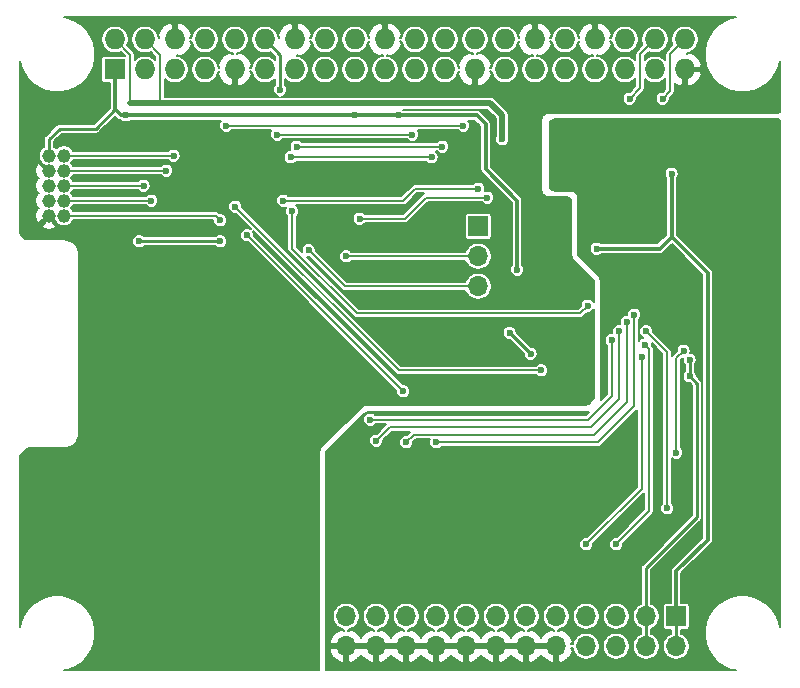
<source format=gbl>
G04 #@! TF.GenerationSoftware,KiCad,Pcbnew,(5.1.10)-1*
G04 #@! TF.CreationDate,2021-12-12T11:33:08-08:00*
G04 #@! TF.ProjectId,TsunamiHat,5473756e-616d-4694-9861-742e6b696361,rev?*
G04 #@! TF.SameCoordinates,Original*
G04 #@! TF.FileFunction,Copper,L2,Bot*
G04 #@! TF.FilePolarity,Positive*
%FSLAX46Y46*%
G04 Gerber Fmt 4.6, Leading zero omitted, Abs format (unit mm)*
G04 Created by KiCad (PCBNEW (5.1.10)-1) date 2021-12-12 11:33:08*
%MOMM*%
%LPD*%
G01*
G04 APERTURE LIST*
G04 #@! TA.AperFunction,ComponentPad*
%ADD10R,1.727200X1.727200*%
G04 #@! TD*
G04 #@! TA.AperFunction,ComponentPad*
%ADD11O,1.727200X1.727200*%
G04 #@! TD*
G04 #@! TA.AperFunction,ComponentPad*
%ADD12O,1.700000X1.700000*%
G04 #@! TD*
G04 #@! TA.AperFunction,ComponentPad*
%ADD13R,1.700000X1.700000*%
G04 #@! TD*
G04 #@! TA.AperFunction,ComponentPad*
%ADD14C,1.168400*%
G04 #@! TD*
G04 #@! TA.AperFunction,ViaPad*
%ADD15C,0.600000*%
G04 #@! TD*
G04 #@! TA.AperFunction,Conductor*
%ADD16C,0.300000*%
G04 #@! TD*
G04 #@! TA.AperFunction,Conductor*
%ADD17C,0.250000*%
G04 #@! TD*
G04 #@! TA.AperFunction,Conductor*
%ADD18C,0.200000*%
G04 #@! TD*
G04 #@! TA.AperFunction,Conductor*
%ADD19C,0.500000*%
G04 #@! TD*
G04 #@! TA.AperFunction,Conductor*
%ADD20C,0.100000*%
G04 #@! TD*
G04 APERTURE END LIST*
D10*
X81903000Y-67754000D03*
D11*
X81903000Y-65214000D03*
X84443000Y-67754000D03*
X84443000Y-65214000D03*
X86983000Y-67754000D03*
X86983000Y-65214000D03*
X89523000Y-67754000D03*
X89523000Y-65214000D03*
X92063000Y-67754000D03*
X92063000Y-65214000D03*
X94603000Y-67754000D03*
X94603000Y-65214000D03*
X97143000Y-67754000D03*
X97143000Y-65214000D03*
X99683000Y-67754000D03*
X99683000Y-65214000D03*
X102223000Y-67754000D03*
X102223000Y-65214000D03*
X104763000Y-67754000D03*
X104763000Y-65214000D03*
X107303000Y-67754000D03*
X107303000Y-65214000D03*
X109843000Y-67754000D03*
X109843000Y-65214000D03*
X112383000Y-67754000D03*
X112383000Y-65214000D03*
X114923000Y-67754000D03*
X114923000Y-65214000D03*
X117463000Y-67754000D03*
X117463000Y-65214000D03*
X120003000Y-67754000D03*
X120003000Y-65214000D03*
X122543000Y-67754000D03*
X122543000Y-65214000D03*
X125083000Y-67754000D03*
X125083000Y-65214000D03*
X127623000Y-67754000D03*
X127623000Y-65214000D03*
X130163000Y-67754000D03*
X130163000Y-65214000D03*
D12*
X112649000Y-86106000D03*
X112649000Y-83566000D03*
D13*
X112649000Y-81026000D03*
D12*
X101473000Y-116586000D03*
X101473000Y-114046000D03*
X104013000Y-116586000D03*
X104013000Y-114046000D03*
X106553000Y-116586000D03*
X106553000Y-114046000D03*
X109093000Y-116586000D03*
X109093000Y-114046000D03*
X111633000Y-116586000D03*
X111633000Y-114046000D03*
X114173000Y-116586000D03*
X114173000Y-114046000D03*
X116713000Y-116586000D03*
X116713000Y-114046000D03*
X119253000Y-116586000D03*
X119253000Y-114046000D03*
X121793000Y-116586000D03*
X121793000Y-114046000D03*
X124333000Y-116586000D03*
X124333000Y-114046000D03*
X126873000Y-116586000D03*
X126873000Y-114046000D03*
X129413000Y-116586000D03*
D13*
X129413000Y-114046000D03*
D14*
X77597000Y-80137000D03*
X76327000Y-80137000D03*
X77597000Y-78867000D03*
X76327000Y-78867000D03*
X77597000Y-77597000D03*
X76327000Y-77597000D03*
X77597000Y-76327000D03*
X76327000Y-76327000D03*
X77597000Y-75057000D03*
X76327000Y-75057000D03*
D15*
X91186000Y-92075000D03*
X87122000Y-73279000D03*
X91567000Y-85598000D03*
X87884000Y-77724000D03*
X97790000Y-81788000D03*
X117602000Y-86995000D03*
X102743000Y-82423000D03*
X115824000Y-71247000D03*
X114808000Y-91821000D03*
X112903000Y-89916000D03*
X106299000Y-89281000D03*
X105918000Y-71628000D03*
X82804000Y-71628000D03*
X83947000Y-82296000D03*
X102235000Y-71628000D03*
X90805000Y-82296000D03*
X115951000Y-84709000D03*
X121920000Y-81661000D03*
X130048000Y-95250000D03*
X122682000Y-82931000D03*
X129032000Y-76581000D03*
X90805000Y-80518000D03*
X114681000Y-73660000D03*
X84963000Y-78867000D03*
X84328000Y-77597000D03*
X86233000Y-76327000D03*
X86868000Y-75057000D03*
X91313000Y-72517000D03*
X111379000Y-72517000D03*
X128270000Y-70231000D03*
X107061000Y-73279000D03*
X95631000Y-73279000D03*
X95885000Y-69469000D03*
X125857000Y-88519000D03*
X109093000Y-99314000D03*
X124587000Y-89916000D03*
X104013000Y-99187000D03*
X125222000Y-89154000D03*
X106553000Y-99314000D03*
X123952000Y-90678000D03*
X103505000Y-97409000D03*
X126746000Y-91059000D03*
X124333000Y-107950000D03*
X126492000Y-92075000D03*
X121793000Y-107950000D03*
X129413000Y-100203000D03*
X130048000Y-91567000D03*
X126873000Y-89916000D03*
X128651000Y-104902000D03*
X125476000Y-70231000D03*
X98298000Y-83058000D03*
X115316000Y-90047000D03*
X117094000Y-91821000D03*
X101473000Y-83566000D03*
X96139000Y-78867000D03*
X112649000Y-77851000D03*
X117983000Y-93218000D03*
X92075000Y-79375000D03*
X106299000Y-94996000D03*
X93091000Y-81788000D03*
X96774000Y-75184000D03*
X108712000Y-75184000D03*
X97282000Y-74295000D03*
X109601000Y-74295000D03*
X113411000Y-78613000D03*
X102616000Y-80391000D03*
X130556000Y-92329000D03*
X130556000Y-93726000D03*
X121920000Y-87757000D03*
X96901000Y-79756000D03*
D16*
X81903000Y-67754000D02*
X81903000Y-71108000D01*
X81903000Y-71108000D02*
X82423000Y-71628000D01*
X82423000Y-71628000D02*
X82677000Y-71628000D01*
X82677000Y-71628000D02*
X82804000Y-71628000D01*
X102235000Y-71628000D02*
X105918000Y-71628000D01*
X82804000Y-71628000D02*
X102235000Y-71628000D01*
D17*
X81903000Y-71108000D02*
X81903000Y-71132000D01*
X81903000Y-71132000D02*
X80264000Y-72771000D01*
X80264000Y-72771000D02*
X77216000Y-72771000D01*
X76327000Y-73660000D02*
X76327000Y-75057000D01*
X77216000Y-72771000D02*
X76327000Y-73660000D01*
X83947000Y-82296000D02*
X90805000Y-82296000D01*
D16*
X113284000Y-72390000D02*
X112522000Y-71628000D01*
X112522000Y-71628000D02*
X105918000Y-71628000D01*
X113284000Y-76200000D02*
X113284000Y-72390000D01*
X115951000Y-78867000D02*
X113284000Y-76200000D01*
X115951000Y-84709000D02*
X115951000Y-78867000D01*
X129032000Y-76581000D02*
X129032000Y-81915000D01*
X128016000Y-82931000D02*
X122682000Y-82931000D01*
X129032000Y-81915000D02*
X128016000Y-82931000D01*
D17*
X129413000Y-114046000D02*
X129413000Y-116586000D01*
D16*
X132080000Y-84963000D02*
X129032000Y-81915000D01*
X132080000Y-106172000D02*
X132080000Y-84963000D01*
X132080000Y-106172000D02*
X132080000Y-107569000D01*
X129413000Y-110236000D02*
X129413000Y-114046000D01*
X132080000Y-107569000D02*
X129413000Y-110236000D01*
D18*
X90424000Y-80137000D02*
X90805000Y-80518000D01*
X77597000Y-80137000D02*
X90424000Y-80137000D01*
D19*
X110363000Y-70612000D02*
X83185000Y-70612000D01*
X113665000Y-70612000D02*
X110363000Y-70612000D01*
X114681000Y-71628000D02*
X113665000Y-70612000D01*
X114681000Y-73660000D02*
X114681000Y-71628000D01*
D18*
X83185000Y-66496000D02*
X83185000Y-70612000D01*
X81903000Y-65214000D02*
X83185000Y-66496000D01*
X85725000Y-66496000D02*
X85725000Y-70612000D01*
X84443000Y-65214000D02*
X85725000Y-66496000D01*
X77597000Y-78867000D02*
X84963000Y-78867000D01*
X77597000Y-77597000D02*
X84328000Y-77597000D01*
X77597000Y-76327000D02*
X86233000Y-76327000D01*
X77597000Y-75057000D02*
X86868000Y-75057000D01*
X91313000Y-72517000D02*
X111379000Y-72517000D01*
X130163000Y-65214000D02*
X128905000Y-66472000D01*
X128905000Y-69596000D02*
X128270000Y-70231000D01*
X128905000Y-66472000D02*
X128905000Y-69596000D01*
X95631000Y-73279000D02*
X107061000Y-73279000D01*
D17*
X95885000Y-66496000D02*
X95885000Y-69469000D01*
X94603000Y-65214000D02*
X95885000Y-66496000D01*
D18*
X125857000Y-96266000D02*
X125857000Y-88519000D01*
X122809000Y-99314000D02*
X125857000Y-96266000D01*
X109093000Y-99314000D02*
X122809000Y-99314000D01*
X124587000Y-95631000D02*
X124587000Y-89916000D01*
X122174000Y-98044000D02*
X124587000Y-95631000D01*
X105156000Y-98044000D02*
X122174000Y-98044000D01*
X104013000Y-99187000D02*
X105156000Y-98044000D01*
X125222000Y-95885000D02*
X125222000Y-89154000D01*
X122428000Y-98679000D02*
X125222000Y-95885000D01*
X107188000Y-98679000D02*
X122428000Y-98679000D01*
X106553000Y-99314000D02*
X107188000Y-98679000D01*
X121920000Y-97409000D02*
X123952000Y-95377000D01*
X123952000Y-95377000D02*
X123952000Y-90678000D01*
X103505000Y-97409000D02*
X121920000Y-97409000D01*
X127127000Y-91440000D02*
X126746000Y-91059000D01*
X127127000Y-105156000D02*
X127127000Y-91440000D01*
X124333000Y-107950000D02*
X127127000Y-105156000D01*
X126492000Y-103251000D02*
X126492000Y-92075000D01*
X121793000Y-107950000D02*
X126492000Y-103251000D01*
X129413000Y-92202000D02*
X130048000Y-91567000D01*
X129413000Y-100203000D02*
X129413000Y-92202000D01*
X128651000Y-91694000D02*
X126873000Y-89916000D01*
X128651000Y-104902000D02*
X128651000Y-91694000D01*
X126365000Y-69342000D02*
X126365000Y-66472000D01*
X126365000Y-66472000D02*
X127623000Y-65214000D01*
X125476000Y-70231000D02*
X126365000Y-69342000D01*
X101346000Y-86106000D02*
X112649000Y-86106000D01*
X98298000Y-83058000D02*
X101346000Y-86106000D01*
D17*
X117090000Y-91821000D02*
X117094000Y-91821000D01*
X115316000Y-90047000D02*
X117090000Y-91821000D01*
D18*
X101473000Y-83566000D02*
X112649000Y-83566000D01*
X106299000Y-78867000D02*
X96139000Y-78867000D01*
X107315000Y-77851000D02*
X106299000Y-78867000D01*
X112649000Y-77851000D02*
X107315000Y-77851000D01*
X105918000Y-93218000D02*
X117983000Y-93218000D01*
X92075000Y-79375000D02*
X105918000Y-93218000D01*
X93091000Y-81788000D02*
X106299000Y-94996000D01*
X96774000Y-75184000D02*
X108712000Y-75184000D01*
X97282000Y-74295000D02*
X109601000Y-74295000D01*
X108204000Y-78613000D02*
X113411000Y-78613000D01*
X106426000Y-80391000D02*
X108204000Y-78613000D01*
X102616000Y-80391000D02*
X106426000Y-80391000D01*
D17*
X126873000Y-114046000D02*
X126873000Y-116586000D01*
X130556000Y-92329000D02*
X130556000Y-93726000D01*
X130556000Y-93726000D02*
X131191000Y-94361000D01*
X131191000Y-94361000D02*
X131191000Y-105664000D01*
X126873000Y-109982000D02*
X126873000Y-114046000D01*
X131191000Y-105664000D02*
X126873000Y-109982000D01*
D18*
X102362000Y-88392000D02*
X96901000Y-82931000D01*
X96901000Y-82931000D02*
X96901000Y-79756000D01*
X121285000Y-88392000D02*
X102362000Y-88392000D01*
X121920000Y-87757000D02*
X121285000Y-88392000D01*
X138160307Y-71996464D02*
X138183000Y-72005864D01*
X138183001Y-114917468D01*
X138110025Y-114550595D01*
X137868803Y-113968232D01*
X137518602Y-113444119D01*
X137072881Y-112998398D01*
X136548768Y-112648197D01*
X135966405Y-112406975D01*
X135348172Y-112284000D01*
X134717828Y-112284000D01*
X134099595Y-112406975D01*
X133517232Y-112648197D01*
X132993119Y-112998398D01*
X132547398Y-113444119D01*
X132197197Y-113968232D01*
X131955975Y-114550595D01*
X131833000Y-115168828D01*
X131833000Y-115799172D01*
X131955975Y-116417405D01*
X132197197Y-116999768D01*
X132547398Y-117523881D01*
X132993119Y-117969602D01*
X133517232Y-118319803D01*
X134099595Y-118561025D01*
X134466463Y-118634000D01*
X99822592Y-118634000D01*
X99809464Y-118602307D01*
X99795000Y-118492441D01*
X99795000Y-116964911D01*
X100065091Y-116964911D01*
X100166065Y-117232300D01*
X100317264Y-117474852D01*
X100512878Y-117683246D01*
X100745389Y-117849473D01*
X101005861Y-117967146D01*
X101094090Y-117993903D01*
X101319000Y-117882889D01*
X101319000Y-116740000D01*
X101627000Y-116740000D01*
X101627000Y-117882889D01*
X101851910Y-117993903D01*
X101940139Y-117967146D01*
X102200611Y-117849473D01*
X102433122Y-117683246D01*
X102628736Y-117474852D01*
X102743000Y-117291551D01*
X102857264Y-117474852D01*
X103052878Y-117683246D01*
X103285389Y-117849473D01*
X103545861Y-117967146D01*
X103634090Y-117993903D01*
X103859000Y-117882889D01*
X103859000Y-116740000D01*
X104167000Y-116740000D01*
X104167000Y-117882889D01*
X104391910Y-117993903D01*
X104480139Y-117967146D01*
X104740611Y-117849473D01*
X104973122Y-117683246D01*
X105168736Y-117474852D01*
X105283000Y-117291551D01*
X105397264Y-117474852D01*
X105592878Y-117683246D01*
X105825389Y-117849473D01*
X106085861Y-117967146D01*
X106174090Y-117993903D01*
X106399000Y-117882889D01*
X106399000Y-116740000D01*
X106707000Y-116740000D01*
X106707000Y-117882889D01*
X106931910Y-117993903D01*
X107020139Y-117967146D01*
X107280611Y-117849473D01*
X107513122Y-117683246D01*
X107708736Y-117474852D01*
X107823000Y-117291551D01*
X107937264Y-117474852D01*
X108132878Y-117683246D01*
X108365389Y-117849473D01*
X108625861Y-117967146D01*
X108714090Y-117993903D01*
X108939000Y-117882889D01*
X108939000Y-116740000D01*
X109247000Y-116740000D01*
X109247000Y-117882889D01*
X109471910Y-117993903D01*
X109560139Y-117967146D01*
X109820611Y-117849473D01*
X110053122Y-117683246D01*
X110248736Y-117474852D01*
X110363000Y-117291551D01*
X110477264Y-117474852D01*
X110672878Y-117683246D01*
X110905389Y-117849473D01*
X111165861Y-117967146D01*
X111254090Y-117993903D01*
X111479000Y-117882889D01*
X111479000Y-116740000D01*
X111787000Y-116740000D01*
X111787000Y-117882889D01*
X112011910Y-117993903D01*
X112100139Y-117967146D01*
X112360611Y-117849473D01*
X112593122Y-117683246D01*
X112788736Y-117474852D01*
X112903000Y-117291551D01*
X113017264Y-117474852D01*
X113212878Y-117683246D01*
X113445389Y-117849473D01*
X113705861Y-117967146D01*
X113794090Y-117993903D01*
X114019000Y-117882889D01*
X114019000Y-116740000D01*
X114327000Y-116740000D01*
X114327000Y-117882889D01*
X114551910Y-117993903D01*
X114640139Y-117967146D01*
X114900611Y-117849473D01*
X115133122Y-117683246D01*
X115328736Y-117474852D01*
X115443000Y-117291551D01*
X115557264Y-117474852D01*
X115752878Y-117683246D01*
X115985389Y-117849473D01*
X116245861Y-117967146D01*
X116334090Y-117993903D01*
X116559000Y-117882889D01*
X116559000Y-116740000D01*
X116867000Y-116740000D01*
X116867000Y-117882889D01*
X117091910Y-117993903D01*
X117180139Y-117967146D01*
X117440611Y-117849473D01*
X117673122Y-117683246D01*
X117868736Y-117474852D01*
X117983000Y-117291551D01*
X118097264Y-117474852D01*
X118292878Y-117683246D01*
X118525389Y-117849473D01*
X118785861Y-117967146D01*
X118874090Y-117993903D01*
X119099000Y-117882889D01*
X119099000Y-116740000D01*
X116867000Y-116740000D01*
X116559000Y-116740000D01*
X114327000Y-116740000D01*
X114019000Y-116740000D01*
X111787000Y-116740000D01*
X111479000Y-116740000D01*
X109247000Y-116740000D01*
X108939000Y-116740000D01*
X106707000Y-116740000D01*
X106399000Y-116740000D01*
X104167000Y-116740000D01*
X103859000Y-116740000D01*
X101627000Y-116740000D01*
X101319000Y-116740000D01*
X100175150Y-116740000D01*
X100065091Y-116964911D01*
X99795000Y-116964911D01*
X99795000Y-116207089D01*
X100065091Y-116207089D01*
X100175150Y-116432000D01*
X101319000Y-116432000D01*
X101319000Y-116412000D01*
X101627000Y-116412000D01*
X101627000Y-116432000D01*
X103859000Y-116432000D01*
X103859000Y-116412000D01*
X104167000Y-116412000D01*
X104167000Y-116432000D01*
X106399000Y-116432000D01*
X106399000Y-116412000D01*
X106707000Y-116412000D01*
X106707000Y-116432000D01*
X108939000Y-116432000D01*
X108939000Y-116412000D01*
X109247000Y-116412000D01*
X109247000Y-116432000D01*
X111479000Y-116432000D01*
X111479000Y-116412000D01*
X111787000Y-116412000D01*
X111787000Y-116432000D01*
X114019000Y-116432000D01*
X114019000Y-116412000D01*
X114327000Y-116412000D01*
X114327000Y-116432000D01*
X116559000Y-116432000D01*
X116559000Y-116412000D01*
X116867000Y-116412000D01*
X116867000Y-116432000D01*
X119099000Y-116432000D01*
X119099000Y-116412000D01*
X119407000Y-116412000D01*
X119407000Y-116432000D01*
X119427000Y-116432000D01*
X119427000Y-116740000D01*
X119407000Y-116740000D01*
X119407000Y-117882889D01*
X119631910Y-117993903D01*
X119720139Y-117967146D01*
X119980611Y-117849473D01*
X120213122Y-117683246D01*
X120408736Y-117474852D01*
X120559935Y-117232300D01*
X120660909Y-116964911D01*
X120550851Y-116740002D01*
X120651103Y-116740002D01*
X120687194Y-116921443D01*
X120773884Y-117130729D01*
X120899737Y-117319082D01*
X121059918Y-117479263D01*
X121248271Y-117605116D01*
X121457557Y-117691806D01*
X121679735Y-117736000D01*
X121906265Y-117736000D01*
X122128443Y-117691806D01*
X122337729Y-117605116D01*
X122526082Y-117479263D01*
X122686263Y-117319082D01*
X122812116Y-117130729D01*
X122898806Y-116921443D01*
X122943000Y-116699265D01*
X122943000Y-116472735D01*
X123183000Y-116472735D01*
X123183000Y-116699265D01*
X123227194Y-116921443D01*
X123313884Y-117130729D01*
X123439737Y-117319082D01*
X123599918Y-117479263D01*
X123788271Y-117605116D01*
X123997557Y-117691806D01*
X124219735Y-117736000D01*
X124446265Y-117736000D01*
X124668443Y-117691806D01*
X124877729Y-117605116D01*
X125066082Y-117479263D01*
X125226263Y-117319082D01*
X125352116Y-117130729D01*
X125438806Y-116921443D01*
X125483000Y-116699265D01*
X125483000Y-116472735D01*
X125438806Y-116250557D01*
X125352116Y-116041271D01*
X125226263Y-115852918D01*
X125066082Y-115692737D01*
X124877729Y-115566884D01*
X124668443Y-115480194D01*
X124446265Y-115436000D01*
X124219735Y-115436000D01*
X123997557Y-115480194D01*
X123788271Y-115566884D01*
X123599918Y-115692737D01*
X123439737Y-115852918D01*
X123313884Y-116041271D01*
X123227194Y-116250557D01*
X123183000Y-116472735D01*
X122943000Y-116472735D01*
X122898806Y-116250557D01*
X122812116Y-116041271D01*
X122686263Y-115852918D01*
X122526082Y-115692737D01*
X122337729Y-115566884D01*
X122128443Y-115480194D01*
X121906265Y-115436000D01*
X121679735Y-115436000D01*
X121457557Y-115480194D01*
X121248271Y-115566884D01*
X121059918Y-115692737D01*
X120899737Y-115852918D01*
X120773884Y-116041271D01*
X120687194Y-116250557D01*
X120651103Y-116431998D01*
X120550851Y-116431998D01*
X120660909Y-116207089D01*
X120559935Y-115939700D01*
X120408736Y-115697148D01*
X120213122Y-115488754D01*
X119980611Y-115322527D01*
X119720139Y-115204854D01*
X119631910Y-115178097D01*
X119407002Y-115289110D01*
X119407002Y-115187897D01*
X119588443Y-115151806D01*
X119797729Y-115065116D01*
X119986082Y-114939263D01*
X120146263Y-114779082D01*
X120272116Y-114590729D01*
X120358806Y-114381443D01*
X120403000Y-114159265D01*
X120403000Y-113932735D01*
X120643000Y-113932735D01*
X120643000Y-114159265D01*
X120687194Y-114381443D01*
X120773884Y-114590729D01*
X120899737Y-114779082D01*
X121059918Y-114939263D01*
X121248271Y-115065116D01*
X121457557Y-115151806D01*
X121679735Y-115196000D01*
X121906265Y-115196000D01*
X122128443Y-115151806D01*
X122337729Y-115065116D01*
X122526082Y-114939263D01*
X122686263Y-114779082D01*
X122812116Y-114590729D01*
X122898806Y-114381443D01*
X122943000Y-114159265D01*
X122943000Y-113932735D01*
X123183000Y-113932735D01*
X123183000Y-114159265D01*
X123227194Y-114381443D01*
X123313884Y-114590729D01*
X123439737Y-114779082D01*
X123599918Y-114939263D01*
X123788271Y-115065116D01*
X123997557Y-115151806D01*
X124219735Y-115196000D01*
X124446265Y-115196000D01*
X124668443Y-115151806D01*
X124877729Y-115065116D01*
X125066082Y-114939263D01*
X125226263Y-114779082D01*
X125352116Y-114590729D01*
X125438806Y-114381443D01*
X125483000Y-114159265D01*
X125483000Y-113932735D01*
X125438806Y-113710557D01*
X125352116Y-113501271D01*
X125226263Y-113312918D01*
X125066082Y-113152737D01*
X124877729Y-113026884D01*
X124668443Y-112940194D01*
X124446265Y-112896000D01*
X124219735Y-112896000D01*
X123997557Y-112940194D01*
X123788271Y-113026884D01*
X123599918Y-113152737D01*
X123439737Y-113312918D01*
X123313884Y-113501271D01*
X123227194Y-113710557D01*
X123183000Y-113932735D01*
X122943000Y-113932735D01*
X122898806Y-113710557D01*
X122812116Y-113501271D01*
X122686263Y-113312918D01*
X122526082Y-113152737D01*
X122337729Y-113026884D01*
X122128443Y-112940194D01*
X121906265Y-112896000D01*
X121679735Y-112896000D01*
X121457557Y-112940194D01*
X121248271Y-113026884D01*
X121059918Y-113152737D01*
X120899737Y-113312918D01*
X120773884Y-113501271D01*
X120687194Y-113710557D01*
X120643000Y-113932735D01*
X120403000Y-113932735D01*
X120358806Y-113710557D01*
X120272116Y-113501271D01*
X120146263Y-113312918D01*
X119986082Y-113152737D01*
X119797729Y-113026884D01*
X119588443Y-112940194D01*
X119366265Y-112896000D01*
X119139735Y-112896000D01*
X118917557Y-112940194D01*
X118708271Y-113026884D01*
X118519918Y-113152737D01*
X118359737Y-113312918D01*
X118233884Y-113501271D01*
X118147194Y-113710557D01*
X118103000Y-113932735D01*
X118103000Y-114159265D01*
X118147194Y-114381443D01*
X118233884Y-114590729D01*
X118359737Y-114779082D01*
X118519918Y-114939263D01*
X118708271Y-115065116D01*
X118917557Y-115151806D01*
X119098998Y-115187897D01*
X119098998Y-115289110D01*
X118874090Y-115178097D01*
X118785861Y-115204854D01*
X118525389Y-115322527D01*
X118292878Y-115488754D01*
X118097264Y-115697148D01*
X117983000Y-115880449D01*
X117868736Y-115697148D01*
X117673122Y-115488754D01*
X117440611Y-115322527D01*
X117180139Y-115204854D01*
X117091910Y-115178097D01*
X116867002Y-115289110D01*
X116867002Y-115187897D01*
X117048443Y-115151806D01*
X117257729Y-115065116D01*
X117446082Y-114939263D01*
X117606263Y-114779082D01*
X117732116Y-114590729D01*
X117818806Y-114381443D01*
X117863000Y-114159265D01*
X117863000Y-113932735D01*
X117818806Y-113710557D01*
X117732116Y-113501271D01*
X117606263Y-113312918D01*
X117446082Y-113152737D01*
X117257729Y-113026884D01*
X117048443Y-112940194D01*
X116826265Y-112896000D01*
X116599735Y-112896000D01*
X116377557Y-112940194D01*
X116168271Y-113026884D01*
X115979918Y-113152737D01*
X115819737Y-113312918D01*
X115693884Y-113501271D01*
X115607194Y-113710557D01*
X115563000Y-113932735D01*
X115563000Y-114159265D01*
X115607194Y-114381443D01*
X115693884Y-114590729D01*
X115819737Y-114779082D01*
X115979918Y-114939263D01*
X116168271Y-115065116D01*
X116377557Y-115151806D01*
X116558998Y-115187897D01*
X116558998Y-115289110D01*
X116334090Y-115178097D01*
X116245861Y-115204854D01*
X115985389Y-115322527D01*
X115752878Y-115488754D01*
X115557264Y-115697148D01*
X115443000Y-115880449D01*
X115328736Y-115697148D01*
X115133122Y-115488754D01*
X114900611Y-115322527D01*
X114640139Y-115204854D01*
X114551910Y-115178097D01*
X114327002Y-115289110D01*
X114327002Y-115187897D01*
X114508443Y-115151806D01*
X114717729Y-115065116D01*
X114906082Y-114939263D01*
X115066263Y-114779082D01*
X115192116Y-114590729D01*
X115278806Y-114381443D01*
X115323000Y-114159265D01*
X115323000Y-113932735D01*
X115278806Y-113710557D01*
X115192116Y-113501271D01*
X115066263Y-113312918D01*
X114906082Y-113152737D01*
X114717729Y-113026884D01*
X114508443Y-112940194D01*
X114286265Y-112896000D01*
X114059735Y-112896000D01*
X113837557Y-112940194D01*
X113628271Y-113026884D01*
X113439918Y-113152737D01*
X113279737Y-113312918D01*
X113153884Y-113501271D01*
X113067194Y-113710557D01*
X113023000Y-113932735D01*
X113023000Y-114159265D01*
X113067194Y-114381443D01*
X113153884Y-114590729D01*
X113279737Y-114779082D01*
X113439918Y-114939263D01*
X113628271Y-115065116D01*
X113837557Y-115151806D01*
X114018998Y-115187897D01*
X114018998Y-115289110D01*
X113794090Y-115178097D01*
X113705861Y-115204854D01*
X113445389Y-115322527D01*
X113212878Y-115488754D01*
X113017264Y-115697148D01*
X112903000Y-115880449D01*
X112788736Y-115697148D01*
X112593122Y-115488754D01*
X112360611Y-115322527D01*
X112100139Y-115204854D01*
X112011910Y-115178097D01*
X111787002Y-115289110D01*
X111787002Y-115187897D01*
X111968443Y-115151806D01*
X112177729Y-115065116D01*
X112366082Y-114939263D01*
X112526263Y-114779082D01*
X112652116Y-114590729D01*
X112738806Y-114381443D01*
X112783000Y-114159265D01*
X112783000Y-113932735D01*
X112738806Y-113710557D01*
X112652116Y-113501271D01*
X112526263Y-113312918D01*
X112366082Y-113152737D01*
X112177729Y-113026884D01*
X111968443Y-112940194D01*
X111746265Y-112896000D01*
X111519735Y-112896000D01*
X111297557Y-112940194D01*
X111088271Y-113026884D01*
X110899918Y-113152737D01*
X110739737Y-113312918D01*
X110613884Y-113501271D01*
X110527194Y-113710557D01*
X110483000Y-113932735D01*
X110483000Y-114159265D01*
X110527194Y-114381443D01*
X110613884Y-114590729D01*
X110739737Y-114779082D01*
X110899918Y-114939263D01*
X111088271Y-115065116D01*
X111297557Y-115151806D01*
X111478998Y-115187897D01*
X111478998Y-115289110D01*
X111254090Y-115178097D01*
X111165861Y-115204854D01*
X110905389Y-115322527D01*
X110672878Y-115488754D01*
X110477264Y-115697148D01*
X110363000Y-115880449D01*
X110248736Y-115697148D01*
X110053122Y-115488754D01*
X109820611Y-115322527D01*
X109560139Y-115204854D01*
X109471910Y-115178097D01*
X109247002Y-115289110D01*
X109247002Y-115187897D01*
X109428443Y-115151806D01*
X109637729Y-115065116D01*
X109826082Y-114939263D01*
X109986263Y-114779082D01*
X110112116Y-114590729D01*
X110198806Y-114381443D01*
X110243000Y-114159265D01*
X110243000Y-113932735D01*
X110198806Y-113710557D01*
X110112116Y-113501271D01*
X109986263Y-113312918D01*
X109826082Y-113152737D01*
X109637729Y-113026884D01*
X109428443Y-112940194D01*
X109206265Y-112896000D01*
X108979735Y-112896000D01*
X108757557Y-112940194D01*
X108548271Y-113026884D01*
X108359918Y-113152737D01*
X108199737Y-113312918D01*
X108073884Y-113501271D01*
X107987194Y-113710557D01*
X107943000Y-113932735D01*
X107943000Y-114159265D01*
X107987194Y-114381443D01*
X108073884Y-114590729D01*
X108199737Y-114779082D01*
X108359918Y-114939263D01*
X108548271Y-115065116D01*
X108757557Y-115151806D01*
X108938998Y-115187897D01*
X108938998Y-115289110D01*
X108714090Y-115178097D01*
X108625861Y-115204854D01*
X108365389Y-115322527D01*
X108132878Y-115488754D01*
X107937264Y-115697148D01*
X107823000Y-115880449D01*
X107708736Y-115697148D01*
X107513122Y-115488754D01*
X107280611Y-115322527D01*
X107020139Y-115204854D01*
X106931910Y-115178097D01*
X106707002Y-115289110D01*
X106707002Y-115187897D01*
X106888443Y-115151806D01*
X107097729Y-115065116D01*
X107286082Y-114939263D01*
X107446263Y-114779082D01*
X107572116Y-114590729D01*
X107658806Y-114381443D01*
X107703000Y-114159265D01*
X107703000Y-113932735D01*
X107658806Y-113710557D01*
X107572116Y-113501271D01*
X107446263Y-113312918D01*
X107286082Y-113152737D01*
X107097729Y-113026884D01*
X106888443Y-112940194D01*
X106666265Y-112896000D01*
X106439735Y-112896000D01*
X106217557Y-112940194D01*
X106008271Y-113026884D01*
X105819918Y-113152737D01*
X105659737Y-113312918D01*
X105533884Y-113501271D01*
X105447194Y-113710557D01*
X105403000Y-113932735D01*
X105403000Y-114159265D01*
X105447194Y-114381443D01*
X105533884Y-114590729D01*
X105659737Y-114779082D01*
X105819918Y-114939263D01*
X106008271Y-115065116D01*
X106217557Y-115151806D01*
X106398998Y-115187897D01*
X106398998Y-115289110D01*
X106174090Y-115178097D01*
X106085861Y-115204854D01*
X105825389Y-115322527D01*
X105592878Y-115488754D01*
X105397264Y-115697148D01*
X105283000Y-115880449D01*
X105168736Y-115697148D01*
X104973122Y-115488754D01*
X104740611Y-115322527D01*
X104480139Y-115204854D01*
X104391910Y-115178097D01*
X104167002Y-115289110D01*
X104167002Y-115187897D01*
X104348443Y-115151806D01*
X104557729Y-115065116D01*
X104746082Y-114939263D01*
X104906263Y-114779082D01*
X105032116Y-114590729D01*
X105118806Y-114381443D01*
X105163000Y-114159265D01*
X105163000Y-113932735D01*
X105118806Y-113710557D01*
X105032116Y-113501271D01*
X104906263Y-113312918D01*
X104746082Y-113152737D01*
X104557729Y-113026884D01*
X104348443Y-112940194D01*
X104126265Y-112896000D01*
X103899735Y-112896000D01*
X103677557Y-112940194D01*
X103468271Y-113026884D01*
X103279918Y-113152737D01*
X103119737Y-113312918D01*
X102993884Y-113501271D01*
X102907194Y-113710557D01*
X102863000Y-113932735D01*
X102863000Y-114159265D01*
X102907194Y-114381443D01*
X102993884Y-114590729D01*
X103119737Y-114779082D01*
X103279918Y-114939263D01*
X103468271Y-115065116D01*
X103677557Y-115151806D01*
X103858998Y-115187897D01*
X103858998Y-115289110D01*
X103634090Y-115178097D01*
X103545861Y-115204854D01*
X103285389Y-115322527D01*
X103052878Y-115488754D01*
X102857264Y-115697148D01*
X102743000Y-115880449D01*
X102628736Y-115697148D01*
X102433122Y-115488754D01*
X102200611Y-115322527D01*
X101940139Y-115204854D01*
X101851910Y-115178097D01*
X101627002Y-115289110D01*
X101627002Y-115187897D01*
X101808443Y-115151806D01*
X102017729Y-115065116D01*
X102206082Y-114939263D01*
X102366263Y-114779082D01*
X102492116Y-114590729D01*
X102578806Y-114381443D01*
X102623000Y-114159265D01*
X102623000Y-113932735D01*
X102578806Y-113710557D01*
X102492116Y-113501271D01*
X102366263Y-113312918D01*
X102206082Y-113152737D01*
X102017729Y-113026884D01*
X101808443Y-112940194D01*
X101586265Y-112896000D01*
X101359735Y-112896000D01*
X101137557Y-112940194D01*
X100928271Y-113026884D01*
X100739918Y-113152737D01*
X100579737Y-113312918D01*
X100453884Y-113501271D01*
X100367194Y-113710557D01*
X100323000Y-113932735D01*
X100323000Y-114159265D01*
X100367194Y-114381443D01*
X100453884Y-114590729D01*
X100579737Y-114779082D01*
X100739918Y-114939263D01*
X100928271Y-115065116D01*
X101137557Y-115151806D01*
X101318998Y-115187897D01*
X101318998Y-115289110D01*
X101094090Y-115178097D01*
X101005861Y-115204854D01*
X100745389Y-115322527D01*
X100512878Y-115488754D01*
X100317264Y-115697148D01*
X100166065Y-115939700D01*
X100065091Y-116207089D01*
X99795000Y-116207089D01*
X99795000Y-100289666D01*
X99809464Y-100179800D01*
X99849337Y-100083538D01*
X99916788Y-99995634D01*
X103043634Y-96868788D01*
X103131538Y-96801337D01*
X103227800Y-96761464D01*
X103337666Y-96747000D01*
X121966893Y-96747000D01*
X121979946Y-96746145D01*
X122022813Y-96740501D01*
X121754315Y-97009000D01*
X103953528Y-97009000D01*
X103887478Y-96942950D01*
X103789207Y-96877287D01*
X103680014Y-96832058D01*
X103564095Y-96809000D01*
X103445905Y-96809000D01*
X103329986Y-96832058D01*
X103220793Y-96877287D01*
X103122522Y-96942950D01*
X103038950Y-97026522D01*
X102973287Y-97124793D01*
X102928058Y-97233986D01*
X102905000Y-97349905D01*
X102905000Y-97468095D01*
X102928058Y-97584014D01*
X102973287Y-97693207D01*
X103038950Y-97791478D01*
X103122522Y-97875050D01*
X103220793Y-97940713D01*
X103329986Y-97985942D01*
X103445905Y-98009000D01*
X103564095Y-98009000D01*
X103680014Y-97985942D01*
X103789207Y-97940713D01*
X103887478Y-97875050D01*
X103953528Y-97809000D01*
X104825314Y-97809000D01*
X104047315Y-98587000D01*
X103953905Y-98587000D01*
X103837986Y-98610058D01*
X103728793Y-98655287D01*
X103630522Y-98720950D01*
X103546950Y-98804522D01*
X103481287Y-98902793D01*
X103436058Y-99011986D01*
X103413000Y-99127905D01*
X103413000Y-99246095D01*
X103436058Y-99362014D01*
X103481287Y-99471207D01*
X103546950Y-99569478D01*
X103630522Y-99653050D01*
X103728793Y-99718713D01*
X103837986Y-99763942D01*
X103953905Y-99787000D01*
X104072095Y-99787000D01*
X104188014Y-99763942D01*
X104297207Y-99718713D01*
X104395478Y-99653050D01*
X104479050Y-99569478D01*
X104544713Y-99471207D01*
X104589942Y-99362014D01*
X104613000Y-99246095D01*
X104613000Y-99152685D01*
X105321686Y-98444000D01*
X106857315Y-98444000D01*
X106587315Y-98714000D01*
X106493905Y-98714000D01*
X106377986Y-98737058D01*
X106268793Y-98782287D01*
X106170522Y-98847950D01*
X106086950Y-98931522D01*
X106021287Y-99029793D01*
X105976058Y-99138986D01*
X105953000Y-99254905D01*
X105953000Y-99373095D01*
X105976058Y-99489014D01*
X106021287Y-99598207D01*
X106086950Y-99696478D01*
X106170522Y-99780050D01*
X106268793Y-99845713D01*
X106377986Y-99890942D01*
X106493905Y-99914000D01*
X106612095Y-99914000D01*
X106728014Y-99890942D01*
X106837207Y-99845713D01*
X106935478Y-99780050D01*
X107019050Y-99696478D01*
X107084713Y-99598207D01*
X107129942Y-99489014D01*
X107153000Y-99373095D01*
X107153000Y-99279685D01*
X107353685Y-99079000D01*
X108540905Y-99079000D01*
X108516058Y-99138986D01*
X108493000Y-99254905D01*
X108493000Y-99373095D01*
X108516058Y-99489014D01*
X108561287Y-99598207D01*
X108626950Y-99696478D01*
X108710522Y-99780050D01*
X108808793Y-99845713D01*
X108917986Y-99890942D01*
X109033905Y-99914000D01*
X109152095Y-99914000D01*
X109268014Y-99890942D01*
X109377207Y-99845713D01*
X109475478Y-99780050D01*
X109541528Y-99714000D01*
X122789354Y-99714000D01*
X122809000Y-99715935D01*
X122828646Y-99714000D01*
X122828647Y-99714000D01*
X122887414Y-99708212D01*
X122962814Y-99685340D01*
X123032303Y-99648197D01*
X123093211Y-99598211D01*
X123105737Y-99582948D01*
X126092001Y-96596685D01*
X126092000Y-103085315D01*
X121827315Y-107350000D01*
X121733905Y-107350000D01*
X121617986Y-107373058D01*
X121508793Y-107418287D01*
X121410522Y-107483950D01*
X121326950Y-107567522D01*
X121261287Y-107665793D01*
X121216058Y-107774986D01*
X121193000Y-107890905D01*
X121193000Y-108009095D01*
X121216058Y-108125014D01*
X121261287Y-108234207D01*
X121326950Y-108332478D01*
X121410522Y-108416050D01*
X121508793Y-108481713D01*
X121617986Y-108526942D01*
X121733905Y-108550000D01*
X121852095Y-108550000D01*
X121968014Y-108526942D01*
X122077207Y-108481713D01*
X122175478Y-108416050D01*
X122259050Y-108332478D01*
X122324713Y-108234207D01*
X122369942Y-108125014D01*
X122393000Y-108009095D01*
X122393000Y-107915685D01*
X126727000Y-103581685D01*
X126727000Y-104990315D01*
X124367315Y-107350000D01*
X124273905Y-107350000D01*
X124157986Y-107373058D01*
X124048793Y-107418287D01*
X123950522Y-107483950D01*
X123866950Y-107567522D01*
X123801287Y-107665793D01*
X123756058Y-107774986D01*
X123733000Y-107890905D01*
X123733000Y-108009095D01*
X123756058Y-108125014D01*
X123801287Y-108234207D01*
X123866950Y-108332478D01*
X123950522Y-108416050D01*
X124048793Y-108481713D01*
X124157986Y-108526942D01*
X124273905Y-108550000D01*
X124392095Y-108550000D01*
X124508014Y-108526942D01*
X124617207Y-108481713D01*
X124715478Y-108416050D01*
X124799050Y-108332478D01*
X124864713Y-108234207D01*
X124909942Y-108125014D01*
X124933000Y-108009095D01*
X124933000Y-107915685D01*
X127395949Y-105452736D01*
X127411211Y-105440211D01*
X127461197Y-105379303D01*
X127498340Y-105309814D01*
X127521212Y-105234414D01*
X127527000Y-105175647D01*
X127527000Y-105175646D01*
X127528935Y-105156000D01*
X127527000Y-105136353D01*
X127527000Y-91459635D01*
X127528934Y-91439999D01*
X127527000Y-91420363D01*
X127527000Y-91420353D01*
X127521212Y-91361586D01*
X127498340Y-91286186D01*
X127461197Y-91216697D01*
X127411211Y-91155789D01*
X127395948Y-91143263D01*
X127346000Y-91093315D01*
X127346000Y-90999905D01*
X127334772Y-90943457D01*
X128251001Y-91859686D01*
X128251000Y-104453472D01*
X128184950Y-104519522D01*
X128119287Y-104617793D01*
X128074058Y-104726986D01*
X128051000Y-104842905D01*
X128051000Y-104961095D01*
X128074058Y-105077014D01*
X128119287Y-105186207D01*
X128184950Y-105284478D01*
X128268522Y-105368050D01*
X128366793Y-105433713D01*
X128475986Y-105478942D01*
X128591905Y-105502000D01*
X128710095Y-105502000D01*
X128826014Y-105478942D01*
X128935207Y-105433713D01*
X129033478Y-105368050D01*
X129117050Y-105284478D01*
X129182713Y-105186207D01*
X129227942Y-105077014D01*
X129251000Y-104961095D01*
X129251000Y-104842905D01*
X129227942Y-104726986D01*
X129182713Y-104617793D01*
X129117050Y-104519522D01*
X129051000Y-104453472D01*
X129051000Y-100682733D01*
X129128793Y-100734713D01*
X129237986Y-100779942D01*
X129353905Y-100803000D01*
X129472095Y-100803000D01*
X129588014Y-100779942D01*
X129697207Y-100734713D01*
X129795478Y-100669050D01*
X129879050Y-100585478D01*
X129944713Y-100487207D01*
X129989942Y-100378014D01*
X130013000Y-100262095D01*
X130013000Y-100143905D01*
X129989942Y-100027986D01*
X129944713Y-99918793D01*
X129879050Y-99820522D01*
X129813000Y-99754472D01*
X129813000Y-92367685D01*
X129967228Y-92213457D01*
X129956000Y-92269905D01*
X129956000Y-92388095D01*
X129979058Y-92504014D01*
X130024287Y-92613207D01*
X130089950Y-92711478D01*
X130131000Y-92752528D01*
X130131001Y-93302471D01*
X130089950Y-93343522D01*
X130024287Y-93441793D01*
X129979058Y-93550986D01*
X129956000Y-93666905D01*
X129956000Y-93785095D01*
X129979058Y-93901014D01*
X130024287Y-94010207D01*
X130089950Y-94108478D01*
X130173522Y-94192050D01*
X130271793Y-94257713D01*
X130380986Y-94302942D01*
X130496905Y-94326000D01*
X130554960Y-94326000D01*
X130766000Y-94537040D01*
X130766001Y-105487958D01*
X126587244Y-109666716D01*
X126571026Y-109680026D01*
X126517916Y-109744741D01*
X126478452Y-109818574D01*
X126454150Y-109898687D01*
X126448000Y-109961127D01*
X126448000Y-109961133D01*
X126445945Y-109982000D01*
X126448000Y-110002867D01*
X126448001Y-112977290D01*
X126328271Y-113026884D01*
X126139918Y-113152737D01*
X125979737Y-113312918D01*
X125853884Y-113501271D01*
X125767194Y-113710557D01*
X125723000Y-113932735D01*
X125723000Y-114159265D01*
X125767194Y-114381443D01*
X125853884Y-114590729D01*
X125979737Y-114779082D01*
X126139918Y-114939263D01*
X126328271Y-115065116D01*
X126448000Y-115114710D01*
X126448001Y-115517290D01*
X126328271Y-115566884D01*
X126139918Y-115692737D01*
X125979737Y-115852918D01*
X125853884Y-116041271D01*
X125767194Y-116250557D01*
X125723000Y-116472735D01*
X125723000Y-116699265D01*
X125767194Y-116921443D01*
X125853884Y-117130729D01*
X125979737Y-117319082D01*
X126139918Y-117479263D01*
X126328271Y-117605116D01*
X126537557Y-117691806D01*
X126759735Y-117736000D01*
X126986265Y-117736000D01*
X127208443Y-117691806D01*
X127417729Y-117605116D01*
X127606082Y-117479263D01*
X127766263Y-117319082D01*
X127892116Y-117130729D01*
X127978806Y-116921443D01*
X128023000Y-116699265D01*
X128023000Y-116472735D01*
X127978806Y-116250557D01*
X127892116Y-116041271D01*
X127766263Y-115852918D01*
X127606082Y-115692737D01*
X127417729Y-115566884D01*
X127298000Y-115517290D01*
X127298000Y-115114710D01*
X127417729Y-115065116D01*
X127606082Y-114939263D01*
X127766263Y-114779082D01*
X127892116Y-114590729D01*
X127978806Y-114381443D01*
X128023000Y-114159265D01*
X128023000Y-113932735D01*
X127978806Y-113710557D01*
X127892116Y-113501271D01*
X127766263Y-113312918D01*
X127606082Y-113152737D01*
X127417729Y-113026884D01*
X127298000Y-112977290D01*
X127298000Y-110158040D01*
X131476762Y-105979279D01*
X131492974Y-105965974D01*
X131546084Y-105901260D01*
X131585548Y-105827427D01*
X131609850Y-105747314D01*
X131616000Y-105684874D01*
X131616000Y-105684868D01*
X131618055Y-105664001D01*
X131616000Y-105643134D01*
X131616000Y-94381874D01*
X131618056Y-94361000D01*
X131609850Y-94277686D01*
X131585548Y-94197573D01*
X131582596Y-94192050D01*
X131546084Y-94123740D01*
X131492974Y-94059026D01*
X131476758Y-94045718D01*
X131156000Y-93724960D01*
X131156000Y-93666905D01*
X131132942Y-93550986D01*
X131087713Y-93441793D01*
X131022050Y-93343522D01*
X130981000Y-93302472D01*
X130981000Y-92752528D01*
X131022050Y-92711478D01*
X131087713Y-92613207D01*
X131132942Y-92504014D01*
X131156000Y-92388095D01*
X131156000Y-92269905D01*
X131132942Y-92153986D01*
X131087713Y-92044793D01*
X131022050Y-91946522D01*
X130938478Y-91862950D01*
X130840207Y-91797287D01*
X130731014Y-91752058D01*
X130627057Y-91731379D01*
X130648000Y-91626095D01*
X130648000Y-91507905D01*
X130624942Y-91391986D01*
X130579713Y-91282793D01*
X130514050Y-91184522D01*
X130430478Y-91100950D01*
X130332207Y-91035287D01*
X130223014Y-90990058D01*
X130107095Y-90967000D01*
X129988905Y-90967000D01*
X129872986Y-90990058D01*
X129763793Y-91035287D01*
X129665522Y-91100950D01*
X129581950Y-91184522D01*
X129516287Y-91282793D01*
X129471058Y-91391986D01*
X129448000Y-91507905D01*
X129448000Y-91601315D01*
X129144048Y-91905267D01*
X129128790Y-91917789D01*
X129116268Y-91933047D01*
X129116265Y-91933050D01*
X129078803Y-91978698D01*
X129051000Y-92030714D01*
X129051000Y-91713647D01*
X129052935Y-91694000D01*
X129045212Y-91615586D01*
X129022340Y-91540186D01*
X128985197Y-91470697D01*
X128981273Y-91465916D01*
X128935211Y-91409789D01*
X128919948Y-91397263D01*
X127473000Y-89950315D01*
X127473000Y-89856905D01*
X127449942Y-89740986D01*
X127404713Y-89631793D01*
X127339050Y-89533522D01*
X127255478Y-89449950D01*
X127157207Y-89384287D01*
X127048014Y-89339058D01*
X126932095Y-89316000D01*
X126813905Y-89316000D01*
X126697986Y-89339058D01*
X126588793Y-89384287D01*
X126490522Y-89449950D01*
X126406950Y-89533522D01*
X126341287Y-89631793D01*
X126296058Y-89740986D01*
X126273000Y-89856905D01*
X126273000Y-89975095D01*
X126296058Y-90091014D01*
X126341287Y-90200207D01*
X126406950Y-90298478D01*
X126490522Y-90382050D01*
X126588793Y-90447713D01*
X126639032Y-90468523D01*
X126570986Y-90482058D01*
X126461793Y-90527287D01*
X126363522Y-90592950D01*
X126279950Y-90676522D01*
X126257000Y-90710869D01*
X126257000Y-88967528D01*
X126323050Y-88901478D01*
X126388713Y-88803207D01*
X126433942Y-88694014D01*
X126457000Y-88578095D01*
X126457000Y-88459905D01*
X126433942Y-88343986D01*
X126388713Y-88234793D01*
X126323050Y-88136522D01*
X126239478Y-88052950D01*
X126141207Y-87987287D01*
X126032014Y-87942058D01*
X125916095Y-87919000D01*
X125797905Y-87919000D01*
X125681986Y-87942058D01*
X125572793Y-87987287D01*
X125474522Y-88052950D01*
X125390950Y-88136522D01*
X125325287Y-88234793D01*
X125280058Y-88343986D01*
X125257000Y-88459905D01*
X125257000Y-88554000D01*
X125162905Y-88554000D01*
X125046986Y-88577058D01*
X124937793Y-88622287D01*
X124839522Y-88687950D01*
X124755950Y-88771522D01*
X124690287Y-88869793D01*
X124645058Y-88978986D01*
X124622000Y-89094905D01*
X124622000Y-89213095D01*
X124642469Y-89316000D01*
X124527905Y-89316000D01*
X124411986Y-89339058D01*
X124302793Y-89384287D01*
X124204522Y-89449950D01*
X124120950Y-89533522D01*
X124055287Y-89631793D01*
X124010058Y-89740986D01*
X123987000Y-89856905D01*
X123987000Y-89975095D01*
X124007469Y-90078000D01*
X123892905Y-90078000D01*
X123776986Y-90101058D01*
X123667793Y-90146287D01*
X123569522Y-90211950D01*
X123485950Y-90295522D01*
X123420287Y-90393793D01*
X123375058Y-90502986D01*
X123352000Y-90618905D01*
X123352000Y-90737095D01*
X123375058Y-90853014D01*
X123420287Y-90962207D01*
X123485950Y-91060478D01*
X123552001Y-91126529D01*
X123552000Y-95211314D01*
X123029502Y-95733813D01*
X123035145Y-95690946D01*
X123036000Y-95677893D01*
X123036000Y-85678107D01*
X123035145Y-85665054D01*
X123018108Y-85535644D01*
X123011351Y-85510429D01*
X122961401Y-85389839D01*
X122948348Y-85367231D01*
X122868888Y-85263677D01*
X122860264Y-85253842D01*
X121252788Y-83646366D01*
X121185337Y-83558462D01*
X121145464Y-83462200D01*
X121131000Y-83352334D01*
X121131000Y-82871905D01*
X122082000Y-82871905D01*
X122082000Y-82990095D01*
X122105058Y-83106014D01*
X122150287Y-83215207D01*
X122215950Y-83313478D01*
X122299522Y-83397050D01*
X122397793Y-83462713D01*
X122506986Y-83507942D01*
X122622905Y-83531000D01*
X122741095Y-83531000D01*
X122857014Y-83507942D01*
X122966207Y-83462713D01*
X123064478Y-83397050D01*
X123080528Y-83381000D01*
X127993906Y-83381000D01*
X128016000Y-83383176D01*
X128038094Y-83381000D01*
X128038105Y-83381000D01*
X128104215Y-83374489D01*
X128189041Y-83348757D01*
X128267216Y-83306971D01*
X128335737Y-83250737D01*
X128349829Y-83233566D01*
X129032000Y-82551395D01*
X131630001Y-85149397D01*
X131630000Y-106149895D01*
X131630000Y-106149896D01*
X131630001Y-107382603D01*
X129110434Y-109902171D01*
X129093263Y-109916263D01*
X129079172Y-109933433D01*
X129037029Y-109984784D01*
X128995244Y-110062959D01*
X128995243Y-110062960D01*
X128969511Y-110147786D01*
X128963000Y-110213896D01*
X128963000Y-110213906D01*
X128960824Y-110236000D01*
X128963000Y-110258094D01*
X128963001Y-112894549D01*
X128563000Y-112894549D01*
X128504190Y-112900341D01*
X128447640Y-112917496D01*
X128395523Y-112945353D01*
X128349842Y-112982842D01*
X128312353Y-113028523D01*
X128284496Y-113080640D01*
X128267341Y-113137190D01*
X128261549Y-113196000D01*
X128261549Y-114896000D01*
X128267341Y-114954810D01*
X128284496Y-115011360D01*
X128312353Y-115063477D01*
X128349842Y-115109158D01*
X128395523Y-115146647D01*
X128447640Y-115174504D01*
X128504190Y-115191659D01*
X128563000Y-115197451D01*
X128988000Y-115197451D01*
X128988001Y-115517290D01*
X128868271Y-115566884D01*
X128679918Y-115692737D01*
X128519737Y-115852918D01*
X128393884Y-116041271D01*
X128307194Y-116250557D01*
X128263000Y-116472735D01*
X128263000Y-116699265D01*
X128307194Y-116921443D01*
X128393884Y-117130729D01*
X128519737Y-117319082D01*
X128679918Y-117479263D01*
X128868271Y-117605116D01*
X129077557Y-117691806D01*
X129299735Y-117736000D01*
X129526265Y-117736000D01*
X129748443Y-117691806D01*
X129957729Y-117605116D01*
X130146082Y-117479263D01*
X130306263Y-117319082D01*
X130432116Y-117130729D01*
X130518806Y-116921443D01*
X130563000Y-116699265D01*
X130563000Y-116472735D01*
X130518806Y-116250557D01*
X130432116Y-116041271D01*
X130306263Y-115852918D01*
X130146082Y-115692737D01*
X129957729Y-115566884D01*
X129838000Y-115517290D01*
X129838000Y-115197451D01*
X130263000Y-115197451D01*
X130321810Y-115191659D01*
X130378360Y-115174504D01*
X130430477Y-115146647D01*
X130476158Y-115109158D01*
X130513647Y-115063477D01*
X130541504Y-115011360D01*
X130558659Y-114954810D01*
X130564451Y-114896000D01*
X130564451Y-113196000D01*
X130558659Y-113137190D01*
X130541504Y-113080640D01*
X130513647Y-113028523D01*
X130476158Y-112982842D01*
X130430477Y-112945353D01*
X130378360Y-112917496D01*
X130321810Y-112900341D01*
X130263000Y-112894549D01*
X129863000Y-112894549D01*
X129863000Y-110422395D01*
X132382572Y-107902824D01*
X132399737Y-107888737D01*
X132413824Y-107871572D01*
X132413828Y-107871568D01*
X132455971Y-107820217D01*
X132497757Y-107742041D01*
X132502411Y-107726698D01*
X132523489Y-107657215D01*
X132530000Y-107591105D01*
X132530000Y-107591094D01*
X132532176Y-107569000D01*
X132530000Y-107546906D01*
X132530000Y-84985094D01*
X132532176Y-84963000D01*
X132530000Y-84940905D01*
X132530000Y-84940895D01*
X132523489Y-84874785D01*
X132497757Y-84789959D01*
X132486070Y-84768095D01*
X132455971Y-84711783D01*
X132413828Y-84660432D01*
X132413824Y-84660428D01*
X132399737Y-84643263D01*
X132382572Y-84629176D01*
X129482000Y-81728605D01*
X129482000Y-76979528D01*
X129498050Y-76963478D01*
X129563713Y-76865207D01*
X129608942Y-76756014D01*
X129632000Y-76640095D01*
X129632000Y-76521905D01*
X129608942Y-76405986D01*
X129563713Y-76296793D01*
X129498050Y-76198522D01*
X129414478Y-76114950D01*
X129316207Y-76049287D01*
X129207014Y-76004058D01*
X129091095Y-75981000D01*
X128972905Y-75981000D01*
X128856986Y-76004058D01*
X128747793Y-76049287D01*
X128649522Y-76114950D01*
X128565950Y-76198522D01*
X128500287Y-76296793D01*
X128455058Y-76405986D01*
X128432000Y-76521905D01*
X128432000Y-76640095D01*
X128455058Y-76756014D01*
X128500287Y-76865207D01*
X128565950Y-76963478D01*
X128582000Y-76979528D01*
X128582001Y-81728603D01*
X127829605Y-82481000D01*
X123080528Y-82481000D01*
X123064478Y-82464950D01*
X122966207Y-82399287D01*
X122857014Y-82354058D01*
X122741095Y-82331000D01*
X122622905Y-82331000D01*
X122506986Y-82354058D01*
X122397793Y-82399287D01*
X122299522Y-82464950D01*
X122215950Y-82548522D01*
X122150287Y-82646793D01*
X122105058Y-82755986D01*
X122082000Y-82871905D01*
X121131000Y-82871905D01*
X121131000Y-78605000D01*
X121130145Y-78591947D01*
X121113108Y-78462537D01*
X121106351Y-78437322D01*
X121056401Y-78316732D01*
X121043348Y-78294123D01*
X120963888Y-78190570D01*
X120945430Y-78172112D01*
X120841877Y-78092652D01*
X120819268Y-78079599D01*
X120698678Y-78029649D01*
X120673463Y-78022892D01*
X120544053Y-78005855D01*
X120531000Y-78005000D01*
X119124559Y-78005000D01*
X119014693Y-77990536D01*
X118918433Y-77950664D01*
X118835768Y-77887232D01*
X118772336Y-77804567D01*
X118732464Y-77708307D01*
X118718000Y-77598441D01*
X118718000Y-72388559D01*
X118732464Y-72278693D01*
X118772336Y-72182433D01*
X118835768Y-72099768D01*
X118918433Y-72036336D01*
X119014693Y-71996464D01*
X119124559Y-71982000D01*
X138050441Y-71982000D01*
X138160307Y-71996464D01*
G04 #@! TA.AperFunction,Conductor*
D20*
G36*
X138160307Y-71996464D02*
G01*
X138183000Y-72005864D01*
X138183001Y-114917468D01*
X138110025Y-114550595D01*
X137868803Y-113968232D01*
X137518602Y-113444119D01*
X137072881Y-112998398D01*
X136548768Y-112648197D01*
X135966405Y-112406975D01*
X135348172Y-112284000D01*
X134717828Y-112284000D01*
X134099595Y-112406975D01*
X133517232Y-112648197D01*
X132993119Y-112998398D01*
X132547398Y-113444119D01*
X132197197Y-113968232D01*
X131955975Y-114550595D01*
X131833000Y-115168828D01*
X131833000Y-115799172D01*
X131955975Y-116417405D01*
X132197197Y-116999768D01*
X132547398Y-117523881D01*
X132993119Y-117969602D01*
X133517232Y-118319803D01*
X134099595Y-118561025D01*
X134466463Y-118634000D01*
X99822592Y-118634000D01*
X99809464Y-118602307D01*
X99795000Y-118492441D01*
X99795000Y-116964911D01*
X100065091Y-116964911D01*
X100166065Y-117232300D01*
X100317264Y-117474852D01*
X100512878Y-117683246D01*
X100745389Y-117849473D01*
X101005861Y-117967146D01*
X101094090Y-117993903D01*
X101319000Y-117882889D01*
X101319000Y-116740000D01*
X101627000Y-116740000D01*
X101627000Y-117882889D01*
X101851910Y-117993903D01*
X101940139Y-117967146D01*
X102200611Y-117849473D01*
X102433122Y-117683246D01*
X102628736Y-117474852D01*
X102743000Y-117291551D01*
X102857264Y-117474852D01*
X103052878Y-117683246D01*
X103285389Y-117849473D01*
X103545861Y-117967146D01*
X103634090Y-117993903D01*
X103859000Y-117882889D01*
X103859000Y-116740000D01*
X104167000Y-116740000D01*
X104167000Y-117882889D01*
X104391910Y-117993903D01*
X104480139Y-117967146D01*
X104740611Y-117849473D01*
X104973122Y-117683246D01*
X105168736Y-117474852D01*
X105283000Y-117291551D01*
X105397264Y-117474852D01*
X105592878Y-117683246D01*
X105825389Y-117849473D01*
X106085861Y-117967146D01*
X106174090Y-117993903D01*
X106399000Y-117882889D01*
X106399000Y-116740000D01*
X106707000Y-116740000D01*
X106707000Y-117882889D01*
X106931910Y-117993903D01*
X107020139Y-117967146D01*
X107280611Y-117849473D01*
X107513122Y-117683246D01*
X107708736Y-117474852D01*
X107823000Y-117291551D01*
X107937264Y-117474852D01*
X108132878Y-117683246D01*
X108365389Y-117849473D01*
X108625861Y-117967146D01*
X108714090Y-117993903D01*
X108939000Y-117882889D01*
X108939000Y-116740000D01*
X109247000Y-116740000D01*
X109247000Y-117882889D01*
X109471910Y-117993903D01*
X109560139Y-117967146D01*
X109820611Y-117849473D01*
X110053122Y-117683246D01*
X110248736Y-117474852D01*
X110363000Y-117291551D01*
X110477264Y-117474852D01*
X110672878Y-117683246D01*
X110905389Y-117849473D01*
X111165861Y-117967146D01*
X111254090Y-117993903D01*
X111479000Y-117882889D01*
X111479000Y-116740000D01*
X111787000Y-116740000D01*
X111787000Y-117882889D01*
X112011910Y-117993903D01*
X112100139Y-117967146D01*
X112360611Y-117849473D01*
X112593122Y-117683246D01*
X112788736Y-117474852D01*
X112903000Y-117291551D01*
X113017264Y-117474852D01*
X113212878Y-117683246D01*
X113445389Y-117849473D01*
X113705861Y-117967146D01*
X113794090Y-117993903D01*
X114019000Y-117882889D01*
X114019000Y-116740000D01*
X114327000Y-116740000D01*
X114327000Y-117882889D01*
X114551910Y-117993903D01*
X114640139Y-117967146D01*
X114900611Y-117849473D01*
X115133122Y-117683246D01*
X115328736Y-117474852D01*
X115443000Y-117291551D01*
X115557264Y-117474852D01*
X115752878Y-117683246D01*
X115985389Y-117849473D01*
X116245861Y-117967146D01*
X116334090Y-117993903D01*
X116559000Y-117882889D01*
X116559000Y-116740000D01*
X116867000Y-116740000D01*
X116867000Y-117882889D01*
X117091910Y-117993903D01*
X117180139Y-117967146D01*
X117440611Y-117849473D01*
X117673122Y-117683246D01*
X117868736Y-117474852D01*
X117983000Y-117291551D01*
X118097264Y-117474852D01*
X118292878Y-117683246D01*
X118525389Y-117849473D01*
X118785861Y-117967146D01*
X118874090Y-117993903D01*
X119099000Y-117882889D01*
X119099000Y-116740000D01*
X116867000Y-116740000D01*
X116559000Y-116740000D01*
X114327000Y-116740000D01*
X114019000Y-116740000D01*
X111787000Y-116740000D01*
X111479000Y-116740000D01*
X109247000Y-116740000D01*
X108939000Y-116740000D01*
X106707000Y-116740000D01*
X106399000Y-116740000D01*
X104167000Y-116740000D01*
X103859000Y-116740000D01*
X101627000Y-116740000D01*
X101319000Y-116740000D01*
X100175150Y-116740000D01*
X100065091Y-116964911D01*
X99795000Y-116964911D01*
X99795000Y-116207089D01*
X100065091Y-116207089D01*
X100175150Y-116432000D01*
X101319000Y-116432000D01*
X101319000Y-116412000D01*
X101627000Y-116412000D01*
X101627000Y-116432000D01*
X103859000Y-116432000D01*
X103859000Y-116412000D01*
X104167000Y-116412000D01*
X104167000Y-116432000D01*
X106399000Y-116432000D01*
X106399000Y-116412000D01*
X106707000Y-116412000D01*
X106707000Y-116432000D01*
X108939000Y-116432000D01*
X108939000Y-116412000D01*
X109247000Y-116412000D01*
X109247000Y-116432000D01*
X111479000Y-116432000D01*
X111479000Y-116412000D01*
X111787000Y-116412000D01*
X111787000Y-116432000D01*
X114019000Y-116432000D01*
X114019000Y-116412000D01*
X114327000Y-116412000D01*
X114327000Y-116432000D01*
X116559000Y-116432000D01*
X116559000Y-116412000D01*
X116867000Y-116412000D01*
X116867000Y-116432000D01*
X119099000Y-116432000D01*
X119099000Y-116412000D01*
X119407000Y-116412000D01*
X119407000Y-116432000D01*
X119427000Y-116432000D01*
X119427000Y-116740000D01*
X119407000Y-116740000D01*
X119407000Y-117882889D01*
X119631910Y-117993903D01*
X119720139Y-117967146D01*
X119980611Y-117849473D01*
X120213122Y-117683246D01*
X120408736Y-117474852D01*
X120559935Y-117232300D01*
X120660909Y-116964911D01*
X120550851Y-116740002D01*
X120651103Y-116740002D01*
X120687194Y-116921443D01*
X120773884Y-117130729D01*
X120899737Y-117319082D01*
X121059918Y-117479263D01*
X121248271Y-117605116D01*
X121457557Y-117691806D01*
X121679735Y-117736000D01*
X121906265Y-117736000D01*
X122128443Y-117691806D01*
X122337729Y-117605116D01*
X122526082Y-117479263D01*
X122686263Y-117319082D01*
X122812116Y-117130729D01*
X122898806Y-116921443D01*
X122943000Y-116699265D01*
X122943000Y-116472735D01*
X123183000Y-116472735D01*
X123183000Y-116699265D01*
X123227194Y-116921443D01*
X123313884Y-117130729D01*
X123439737Y-117319082D01*
X123599918Y-117479263D01*
X123788271Y-117605116D01*
X123997557Y-117691806D01*
X124219735Y-117736000D01*
X124446265Y-117736000D01*
X124668443Y-117691806D01*
X124877729Y-117605116D01*
X125066082Y-117479263D01*
X125226263Y-117319082D01*
X125352116Y-117130729D01*
X125438806Y-116921443D01*
X125483000Y-116699265D01*
X125483000Y-116472735D01*
X125438806Y-116250557D01*
X125352116Y-116041271D01*
X125226263Y-115852918D01*
X125066082Y-115692737D01*
X124877729Y-115566884D01*
X124668443Y-115480194D01*
X124446265Y-115436000D01*
X124219735Y-115436000D01*
X123997557Y-115480194D01*
X123788271Y-115566884D01*
X123599918Y-115692737D01*
X123439737Y-115852918D01*
X123313884Y-116041271D01*
X123227194Y-116250557D01*
X123183000Y-116472735D01*
X122943000Y-116472735D01*
X122898806Y-116250557D01*
X122812116Y-116041271D01*
X122686263Y-115852918D01*
X122526082Y-115692737D01*
X122337729Y-115566884D01*
X122128443Y-115480194D01*
X121906265Y-115436000D01*
X121679735Y-115436000D01*
X121457557Y-115480194D01*
X121248271Y-115566884D01*
X121059918Y-115692737D01*
X120899737Y-115852918D01*
X120773884Y-116041271D01*
X120687194Y-116250557D01*
X120651103Y-116431998D01*
X120550851Y-116431998D01*
X120660909Y-116207089D01*
X120559935Y-115939700D01*
X120408736Y-115697148D01*
X120213122Y-115488754D01*
X119980611Y-115322527D01*
X119720139Y-115204854D01*
X119631910Y-115178097D01*
X119407002Y-115289110D01*
X119407002Y-115187897D01*
X119588443Y-115151806D01*
X119797729Y-115065116D01*
X119986082Y-114939263D01*
X120146263Y-114779082D01*
X120272116Y-114590729D01*
X120358806Y-114381443D01*
X120403000Y-114159265D01*
X120403000Y-113932735D01*
X120643000Y-113932735D01*
X120643000Y-114159265D01*
X120687194Y-114381443D01*
X120773884Y-114590729D01*
X120899737Y-114779082D01*
X121059918Y-114939263D01*
X121248271Y-115065116D01*
X121457557Y-115151806D01*
X121679735Y-115196000D01*
X121906265Y-115196000D01*
X122128443Y-115151806D01*
X122337729Y-115065116D01*
X122526082Y-114939263D01*
X122686263Y-114779082D01*
X122812116Y-114590729D01*
X122898806Y-114381443D01*
X122943000Y-114159265D01*
X122943000Y-113932735D01*
X123183000Y-113932735D01*
X123183000Y-114159265D01*
X123227194Y-114381443D01*
X123313884Y-114590729D01*
X123439737Y-114779082D01*
X123599918Y-114939263D01*
X123788271Y-115065116D01*
X123997557Y-115151806D01*
X124219735Y-115196000D01*
X124446265Y-115196000D01*
X124668443Y-115151806D01*
X124877729Y-115065116D01*
X125066082Y-114939263D01*
X125226263Y-114779082D01*
X125352116Y-114590729D01*
X125438806Y-114381443D01*
X125483000Y-114159265D01*
X125483000Y-113932735D01*
X125438806Y-113710557D01*
X125352116Y-113501271D01*
X125226263Y-113312918D01*
X125066082Y-113152737D01*
X124877729Y-113026884D01*
X124668443Y-112940194D01*
X124446265Y-112896000D01*
X124219735Y-112896000D01*
X123997557Y-112940194D01*
X123788271Y-113026884D01*
X123599918Y-113152737D01*
X123439737Y-113312918D01*
X123313884Y-113501271D01*
X123227194Y-113710557D01*
X123183000Y-113932735D01*
X122943000Y-113932735D01*
X122898806Y-113710557D01*
X122812116Y-113501271D01*
X122686263Y-113312918D01*
X122526082Y-113152737D01*
X122337729Y-113026884D01*
X122128443Y-112940194D01*
X121906265Y-112896000D01*
X121679735Y-112896000D01*
X121457557Y-112940194D01*
X121248271Y-113026884D01*
X121059918Y-113152737D01*
X120899737Y-113312918D01*
X120773884Y-113501271D01*
X120687194Y-113710557D01*
X120643000Y-113932735D01*
X120403000Y-113932735D01*
X120358806Y-113710557D01*
X120272116Y-113501271D01*
X120146263Y-113312918D01*
X119986082Y-113152737D01*
X119797729Y-113026884D01*
X119588443Y-112940194D01*
X119366265Y-112896000D01*
X119139735Y-112896000D01*
X118917557Y-112940194D01*
X118708271Y-113026884D01*
X118519918Y-113152737D01*
X118359737Y-113312918D01*
X118233884Y-113501271D01*
X118147194Y-113710557D01*
X118103000Y-113932735D01*
X118103000Y-114159265D01*
X118147194Y-114381443D01*
X118233884Y-114590729D01*
X118359737Y-114779082D01*
X118519918Y-114939263D01*
X118708271Y-115065116D01*
X118917557Y-115151806D01*
X119098998Y-115187897D01*
X119098998Y-115289110D01*
X118874090Y-115178097D01*
X118785861Y-115204854D01*
X118525389Y-115322527D01*
X118292878Y-115488754D01*
X118097264Y-115697148D01*
X117983000Y-115880449D01*
X117868736Y-115697148D01*
X117673122Y-115488754D01*
X117440611Y-115322527D01*
X117180139Y-115204854D01*
X117091910Y-115178097D01*
X116867002Y-115289110D01*
X116867002Y-115187897D01*
X117048443Y-115151806D01*
X117257729Y-115065116D01*
X117446082Y-114939263D01*
X117606263Y-114779082D01*
X117732116Y-114590729D01*
X117818806Y-114381443D01*
X117863000Y-114159265D01*
X117863000Y-113932735D01*
X117818806Y-113710557D01*
X117732116Y-113501271D01*
X117606263Y-113312918D01*
X117446082Y-113152737D01*
X117257729Y-113026884D01*
X117048443Y-112940194D01*
X116826265Y-112896000D01*
X116599735Y-112896000D01*
X116377557Y-112940194D01*
X116168271Y-113026884D01*
X115979918Y-113152737D01*
X115819737Y-113312918D01*
X115693884Y-113501271D01*
X115607194Y-113710557D01*
X115563000Y-113932735D01*
X115563000Y-114159265D01*
X115607194Y-114381443D01*
X115693884Y-114590729D01*
X115819737Y-114779082D01*
X115979918Y-114939263D01*
X116168271Y-115065116D01*
X116377557Y-115151806D01*
X116558998Y-115187897D01*
X116558998Y-115289110D01*
X116334090Y-115178097D01*
X116245861Y-115204854D01*
X115985389Y-115322527D01*
X115752878Y-115488754D01*
X115557264Y-115697148D01*
X115443000Y-115880449D01*
X115328736Y-115697148D01*
X115133122Y-115488754D01*
X114900611Y-115322527D01*
X114640139Y-115204854D01*
X114551910Y-115178097D01*
X114327002Y-115289110D01*
X114327002Y-115187897D01*
X114508443Y-115151806D01*
X114717729Y-115065116D01*
X114906082Y-114939263D01*
X115066263Y-114779082D01*
X115192116Y-114590729D01*
X115278806Y-114381443D01*
X115323000Y-114159265D01*
X115323000Y-113932735D01*
X115278806Y-113710557D01*
X115192116Y-113501271D01*
X115066263Y-113312918D01*
X114906082Y-113152737D01*
X114717729Y-113026884D01*
X114508443Y-112940194D01*
X114286265Y-112896000D01*
X114059735Y-112896000D01*
X113837557Y-112940194D01*
X113628271Y-113026884D01*
X113439918Y-113152737D01*
X113279737Y-113312918D01*
X113153884Y-113501271D01*
X113067194Y-113710557D01*
X113023000Y-113932735D01*
X113023000Y-114159265D01*
X113067194Y-114381443D01*
X113153884Y-114590729D01*
X113279737Y-114779082D01*
X113439918Y-114939263D01*
X113628271Y-115065116D01*
X113837557Y-115151806D01*
X114018998Y-115187897D01*
X114018998Y-115289110D01*
X113794090Y-115178097D01*
X113705861Y-115204854D01*
X113445389Y-115322527D01*
X113212878Y-115488754D01*
X113017264Y-115697148D01*
X112903000Y-115880449D01*
X112788736Y-115697148D01*
X112593122Y-115488754D01*
X112360611Y-115322527D01*
X112100139Y-115204854D01*
X112011910Y-115178097D01*
X111787002Y-115289110D01*
X111787002Y-115187897D01*
X111968443Y-115151806D01*
X112177729Y-115065116D01*
X112366082Y-114939263D01*
X112526263Y-114779082D01*
X112652116Y-114590729D01*
X112738806Y-114381443D01*
X112783000Y-114159265D01*
X112783000Y-113932735D01*
X112738806Y-113710557D01*
X112652116Y-113501271D01*
X112526263Y-113312918D01*
X112366082Y-113152737D01*
X112177729Y-113026884D01*
X111968443Y-112940194D01*
X111746265Y-112896000D01*
X111519735Y-112896000D01*
X111297557Y-112940194D01*
X111088271Y-113026884D01*
X110899918Y-113152737D01*
X110739737Y-113312918D01*
X110613884Y-113501271D01*
X110527194Y-113710557D01*
X110483000Y-113932735D01*
X110483000Y-114159265D01*
X110527194Y-114381443D01*
X110613884Y-114590729D01*
X110739737Y-114779082D01*
X110899918Y-114939263D01*
X111088271Y-115065116D01*
X111297557Y-115151806D01*
X111478998Y-115187897D01*
X111478998Y-115289110D01*
X111254090Y-115178097D01*
X111165861Y-115204854D01*
X110905389Y-115322527D01*
X110672878Y-115488754D01*
X110477264Y-115697148D01*
X110363000Y-115880449D01*
X110248736Y-115697148D01*
X110053122Y-115488754D01*
X109820611Y-115322527D01*
X109560139Y-115204854D01*
X109471910Y-115178097D01*
X109247002Y-115289110D01*
X109247002Y-115187897D01*
X109428443Y-115151806D01*
X109637729Y-115065116D01*
X109826082Y-114939263D01*
X109986263Y-114779082D01*
X110112116Y-114590729D01*
X110198806Y-114381443D01*
X110243000Y-114159265D01*
X110243000Y-113932735D01*
X110198806Y-113710557D01*
X110112116Y-113501271D01*
X109986263Y-113312918D01*
X109826082Y-113152737D01*
X109637729Y-113026884D01*
X109428443Y-112940194D01*
X109206265Y-112896000D01*
X108979735Y-112896000D01*
X108757557Y-112940194D01*
X108548271Y-113026884D01*
X108359918Y-113152737D01*
X108199737Y-113312918D01*
X108073884Y-113501271D01*
X107987194Y-113710557D01*
X107943000Y-113932735D01*
X107943000Y-114159265D01*
X107987194Y-114381443D01*
X108073884Y-114590729D01*
X108199737Y-114779082D01*
X108359918Y-114939263D01*
X108548271Y-115065116D01*
X108757557Y-115151806D01*
X108938998Y-115187897D01*
X108938998Y-115289110D01*
X108714090Y-115178097D01*
X108625861Y-115204854D01*
X108365389Y-115322527D01*
X108132878Y-115488754D01*
X107937264Y-115697148D01*
X107823000Y-115880449D01*
X107708736Y-115697148D01*
X107513122Y-115488754D01*
X107280611Y-115322527D01*
X107020139Y-115204854D01*
X106931910Y-115178097D01*
X106707002Y-115289110D01*
X106707002Y-115187897D01*
X106888443Y-115151806D01*
X107097729Y-115065116D01*
X107286082Y-114939263D01*
X107446263Y-114779082D01*
X107572116Y-114590729D01*
X107658806Y-114381443D01*
X107703000Y-114159265D01*
X107703000Y-113932735D01*
X107658806Y-113710557D01*
X107572116Y-113501271D01*
X107446263Y-113312918D01*
X107286082Y-113152737D01*
X107097729Y-113026884D01*
X106888443Y-112940194D01*
X106666265Y-112896000D01*
X106439735Y-112896000D01*
X106217557Y-112940194D01*
X106008271Y-113026884D01*
X105819918Y-113152737D01*
X105659737Y-113312918D01*
X105533884Y-113501271D01*
X105447194Y-113710557D01*
X105403000Y-113932735D01*
X105403000Y-114159265D01*
X105447194Y-114381443D01*
X105533884Y-114590729D01*
X105659737Y-114779082D01*
X105819918Y-114939263D01*
X106008271Y-115065116D01*
X106217557Y-115151806D01*
X106398998Y-115187897D01*
X106398998Y-115289110D01*
X106174090Y-115178097D01*
X106085861Y-115204854D01*
X105825389Y-115322527D01*
X105592878Y-115488754D01*
X105397264Y-115697148D01*
X105283000Y-115880449D01*
X105168736Y-115697148D01*
X104973122Y-115488754D01*
X104740611Y-115322527D01*
X104480139Y-115204854D01*
X104391910Y-115178097D01*
X104167002Y-115289110D01*
X104167002Y-115187897D01*
X104348443Y-115151806D01*
X104557729Y-115065116D01*
X104746082Y-114939263D01*
X104906263Y-114779082D01*
X105032116Y-114590729D01*
X105118806Y-114381443D01*
X105163000Y-114159265D01*
X105163000Y-113932735D01*
X105118806Y-113710557D01*
X105032116Y-113501271D01*
X104906263Y-113312918D01*
X104746082Y-113152737D01*
X104557729Y-113026884D01*
X104348443Y-112940194D01*
X104126265Y-112896000D01*
X103899735Y-112896000D01*
X103677557Y-112940194D01*
X103468271Y-113026884D01*
X103279918Y-113152737D01*
X103119737Y-113312918D01*
X102993884Y-113501271D01*
X102907194Y-113710557D01*
X102863000Y-113932735D01*
X102863000Y-114159265D01*
X102907194Y-114381443D01*
X102993884Y-114590729D01*
X103119737Y-114779082D01*
X103279918Y-114939263D01*
X103468271Y-115065116D01*
X103677557Y-115151806D01*
X103858998Y-115187897D01*
X103858998Y-115289110D01*
X103634090Y-115178097D01*
X103545861Y-115204854D01*
X103285389Y-115322527D01*
X103052878Y-115488754D01*
X102857264Y-115697148D01*
X102743000Y-115880449D01*
X102628736Y-115697148D01*
X102433122Y-115488754D01*
X102200611Y-115322527D01*
X101940139Y-115204854D01*
X101851910Y-115178097D01*
X101627002Y-115289110D01*
X101627002Y-115187897D01*
X101808443Y-115151806D01*
X102017729Y-115065116D01*
X102206082Y-114939263D01*
X102366263Y-114779082D01*
X102492116Y-114590729D01*
X102578806Y-114381443D01*
X102623000Y-114159265D01*
X102623000Y-113932735D01*
X102578806Y-113710557D01*
X102492116Y-113501271D01*
X102366263Y-113312918D01*
X102206082Y-113152737D01*
X102017729Y-113026884D01*
X101808443Y-112940194D01*
X101586265Y-112896000D01*
X101359735Y-112896000D01*
X101137557Y-112940194D01*
X100928271Y-113026884D01*
X100739918Y-113152737D01*
X100579737Y-113312918D01*
X100453884Y-113501271D01*
X100367194Y-113710557D01*
X100323000Y-113932735D01*
X100323000Y-114159265D01*
X100367194Y-114381443D01*
X100453884Y-114590729D01*
X100579737Y-114779082D01*
X100739918Y-114939263D01*
X100928271Y-115065116D01*
X101137557Y-115151806D01*
X101318998Y-115187897D01*
X101318998Y-115289110D01*
X101094090Y-115178097D01*
X101005861Y-115204854D01*
X100745389Y-115322527D01*
X100512878Y-115488754D01*
X100317264Y-115697148D01*
X100166065Y-115939700D01*
X100065091Y-116207089D01*
X99795000Y-116207089D01*
X99795000Y-100289666D01*
X99809464Y-100179800D01*
X99849337Y-100083538D01*
X99916788Y-99995634D01*
X103043634Y-96868788D01*
X103131538Y-96801337D01*
X103227800Y-96761464D01*
X103337666Y-96747000D01*
X121966893Y-96747000D01*
X121979946Y-96746145D01*
X122022813Y-96740501D01*
X121754315Y-97009000D01*
X103953528Y-97009000D01*
X103887478Y-96942950D01*
X103789207Y-96877287D01*
X103680014Y-96832058D01*
X103564095Y-96809000D01*
X103445905Y-96809000D01*
X103329986Y-96832058D01*
X103220793Y-96877287D01*
X103122522Y-96942950D01*
X103038950Y-97026522D01*
X102973287Y-97124793D01*
X102928058Y-97233986D01*
X102905000Y-97349905D01*
X102905000Y-97468095D01*
X102928058Y-97584014D01*
X102973287Y-97693207D01*
X103038950Y-97791478D01*
X103122522Y-97875050D01*
X103220793Y-97940713D01*
X103329986Y-97985942D01*
X103445905Y-98009000D01*
X103564095Y-98009000D01*
X103680014Y-97985942D01*
X103789207Y-97940713D01*
X103887478Y-97875050D01*
X103953528Y-97809000D01*
X104825314Y-97809000D01*
X104047315Y-98587000D01*
X103953905Y-98587000D01*
X103837986Y-98610058D01*
X103728793Y-98655287D01*
X103630522Y-98720950D01*
X103546950Y-98804522D01*
X103481287Y-98902793D01*
X103436058Y-99011986D01*
X103413000Y-99127905D01*
X103413000Y-99246095D01*
X103436058Y-99362014D01*
X103481287Y-99471207D01*
X103546950Y-99569478D01*
X103630522Y-99653050D01*
X103728793Y-99718713D01*
X103837986Y-99763942D01*
X103953905Y-99787000D01*
X104072095Y-99787000D01*
X104188014Y-99763942D01*
X104297207Y-99718713D01*
X104395478Y-99653050D01*
X104479050Y-99569478D01*
X104544713Y-99471207D01*
X104589942Y-99362014D01*
X104613000Y-99246095D01*
X104613000Y-99152685D01*
X105321686Y-98444000D01*
X106857315Y-98444000D01*
X106587315Y-98714000D01*
X106493905Y-98714000D01*
X106377986Y-98737058D01*
X106268793Y-98782287D01*
X106170522Y-98847950D01*
X106086950Y-98931522D01*
X106021287Y-99029793D01*
X105976058Y-99138986D01*
X105953000Y-99254905D01*
X105953000Y-99373095D01*
X105976058Y-99489014D01*
X106021287Y-99598207D01*
X106086950Y-99696478D01*
X106170522Y-99780050D01*
X106268793Y-99845713D01*
X106377986Y-99890942D01*
X106493905Y-99914000D01*
X106612095Y-99914000D01*
X106728014Y-99890942D01*
X106837207Y-99845713D01*
X106935478Y-99780050D01*
X107019050Y-99696478D01*
X107084713Y-99598207D01*
X107129942Y-99489014D01*
X107153000Y-99373095D01*
X107153000Y-99279685D01*
X107353685Y-99079000D01*
X108540905Y-99079000D01*
X108516058Y-99138986D01*
X108493000Y-99254905D01*
X108493000Y-99373095D01*
X108516058Y-99489014D01*
X108561287Y-99598207D01*
X108626950Y-99696478D01*
X108710522Y-99780050D01*
X108808793Y-99845713D01*
X108917986Y-99890942D01*
X109033905Y-99914000D01*
X109152095Y-99914000D01*
X109268014Y-99890942D01*
X109377207Y-99845713D01*
X109475478Y-99780050D01*
X109541528Y-99714000D01*
X122789354Y-99714000D01*
X122809000Y-99715935D01*
X122828646Y-99714000D01*
X122828647Y-99714000D01*
X122887414Y-99708212D01*
X122962814Y-99685340D01*
X123032303Y-99648197D01*
X123093211Y-99598211D01*
X123105737Y-99582948D01*
X126092001Y-96596685D01*
X126092000Y-103085315D01*
X121827315Y-107350000D01*
X121733905Y-107350000D01*
X121617986Y-107373058D01*
X121508793Y-107418287D01*
X121410522Y-107483950D01*
X121326950Y-107567522D01*
X121261287Y-107665793D01*
X121216058Y-107774986D01*
X121193000Y-107890905D01*
X121193000Y-108009095D01*
X121216058Y-108125014D01*
X121261287Y-108234207D01*
X121326950Y-108332478D01*
X121410522Y-108416050D01*
X121508793Y-108481713D01*
X121617986Y-108526942D01*
X121733905Y-108550000D01*
X121852095Y-108550000D01*
X121968014Y-108526942D01*
X122077207Y-108481713D01*
X122175478Y-108416050D01*
X122259050Y-108332478D01*
X122324713Y-108234207D01*
X122369942Y-108125014D01*
X122393000Y-108009095D01*
X122393000Y-107915685D01*
X126727000Y-103581685D01*
X126727000Y-104990315D01*
X124367315Y-107350000D01*
X124273905Y-107350000D01*
X124157986Y-107373058D01*
X124048793Y-107418287D01*
X123950522Y-107483950D01*
X123866950Y-107567522D01*
X123801287Y-107665793D01*
X123756058Y-107774986D01*
X123733000Y-107890905D01*
X123733000Y-108009095D01*
X123756058Y-108125014D01*
X123801287Y-108234207D01*
X123866950Y-108332478D01*
X123950522Y-108416050D01*
X124048793Y-108481713D01*
X124157986Y-108526942D01*
X124273905Y-108550000D01*
X124392095Y-108550000D01*
X124508014Y-108526942D01*
X124617207Y-108481713D01*
X124715478Y-108416050D01*
X124799050Y-108332478D01*
X124864713Y-108234207D01*
X124909942Y-108125014D01*
X124933000Y-108009095D01*
X124933000Y-107915685D01*
X127395949Y-105452736D01*
X127411211Y-105440211D01*
X127461197Y-105379303D01*
X127498340Y-105309814D01*
X127521212Y-105234414D01*
X127527000Y-105175647D01*
X127527000Y-105175646D01*
X127528935Y-105156000D01*
X127527000Y-105136353D01*
X127527000Y-91459635D01*
X127528934Y-91439999D01*
X127527000Y-91420363D01*
X127527000Y-91420353D01*
X127521212Y-91361586D01*
X127498340Y-91286186D01*
X127461197Y-91216697D01*
X127411211Y-91155789D01*
X127395948Y-91143263D01*
X127346000Y-91093315D01*
X127346000Y-90999905D01*
X127334772Y-90943457D01*
X128251001Y-91859686D01*
X128251000Y-104453472D01*
X128184950Y-104519522D01*
X128119287Y-104617793D01*
X128074058Y-104726986D01*
X128051000Y-104842905D01*
X128051000Y-104961095D01*
X128074058Y-105077014D01*
X128119287Y-105186207D01*
X128184950Y-105284478D01*
X128268522Y-105368050D01*
X128366793Y-105433713D01*
X128475986Y-105478942D01*
X128591905Y-105502000D01*
X128710095Y-105502000D01*
X128826014Y-105478942D01*
X128935207Y-105433713D01*
X129033478Y-105368050D01*
X129117050Y-105284478D01*
X129182713Y-105186207D01*
X129227942Y-105077014D01*
X129251000Y-104961095D01*
X129251000Y-104842905D01*
X129227942Y-104726986D01*
X129182713Y-104617793D01*
X129117050Y-104519522D01*
X129051000Y-104453472D01*
X129051000Y-100682733D01*
X129128793Y-100734713D01*
X129237986Y-100779942D01*
X129353905Y-100803000D01*
X129472095Y-100803000D01*
X129588014Y-100779942D01*
X129697207Y-100734713D01*
X129795478Y-100669050D01*
X129879050Y-100585478D01*
X129944713Y-100487207D01*
X129989942Y-100378014D01*
X130013000Y-100262095D01*
X130013000Y-100143905D01*
X129989942Y-100027986D01*
X129944713Y-99918793D01*
X129879050Y-99820522D01*
X129813000Y-99754472D01*
X129813000Y-92367685D01*
X129967228Y-92213457D01*
X129956000Y-92269905D01*
X129956000Y-92388095D01*
X129979058Y-92504014D01*
X130024287Y-92613207D01*
X130089950Y-92711478D01*
X130131000Y-92752528D01*
X130131001Y-93302471D01*
X130089950Y-93343522D01*
X130024287Y-93441793D01*
X129979058Y-93550986D01*
X129956000Y-93666905D01*
X129956000Y-93785095D01*
X129979058Y-93901014D01*
X130024287Y-94010207D01*
X130089950Y-94108478D01*
X130173522Y-94192050D01*
X130271793Y-94257713D01*
X130380986Y-94302942D01*
X130496905Y-94326000D01*
X130554960Y-94326000D01*
X130766000Y-94537040D01*
X130766001Y-105487958D01*
X126587244Y-109666716D01*
X126571026Y-109680026D01*
X126517916Y-109744741D01*
X126478452Y-109818574D01*
X126454150Y-109898687D01*
X126448000Y-109961127D01*
X126448000Y-109961133D01*
X126445945Y-109982000D01*
X126448000Y-110002867D01*
X126448001Y-112977290D01*
X126328271Y-113026884D01*
X126139918Y-113152737D01*
X125979737Y-113312918D01*
X125853884Y-113501271D01*
X125767194Y-113710557D01*
X125723000Y-113932735D01*
X125723000Y-114159265D01*
X125767194Y-114381443D01*
X125853884Y-114590729D01*
X125979737Y-114779082D01*
X126139918Y-114939263D01*
X126328271Y-115065116D01*
X126448000Y-115114710D01*
X126448001Y-115517290D01*
X126328271Y-115566884D01*
X126139918Y-115692737D01*
X125979737Y-115852918D01*
X125853884Y-116041271D01*
X125767194Y-116250557D01*
X125723000Y-116472735D01*
X125723000Y-116699265D01*
X125767194Y-116921443D01*
X125853884Y-117130729D01*
X125979737Y-117319082D01*
X126139918Y-117479263D01*
X126328271Y-117605116D01*
X126537557Y-117691806D01*
X126759735Y-117736000D01*
X126986265Y-117736000D01*
X127208443Y-117691806D01*
X127417729Y-117605116D01*
X127606082Y-117479263D01*
X127766263Y-117319082D01*
X127892116Y-117130729D01*
X127978806Y-116921443D01*
X128023000Y-116699265D01*
X128023000Y-116472735D01*
X127978806Y-116250557D01*
X127892116Y-116041271D01*
X127766263Y-115852918D01*
X127606082Y-115692737D01*
X127417729Y-115566884D01*
X127298000Y-115517290D01*
X127298000Y-115114710D01*
X127417729Y-115065116D01*
X127606082Y-114939263D01*
X127766263Y-114779082D01*
X127892116Y-114590729D01*
X127978806Y-114381443D01*
X128023000Y-114159265D01*
X128023000Y-113932735D01*
X127978806Y-113710557D01*
X127892116Y-113501271D01*
X127766263Y-113312918D01*
X127606082Y-113152737D01*
X127417729Y-113026884D01*
X127298000Y-112977290D01*
X127298000Y-110158040D01*
X131476762Y-105979279D01*
X131492974Y-105965974D01*
X131546084Y-105901260D01*
X131585548Y-105827427D01*
X131609850Y-105747314D01*
X131616000Y-105684874D01*
X131616000Y-105684868D01*
X131618055Y-105664001D01*
X131616000Y-105643134D01*
X131616000Y-94381874D01*
X131618056Y-94361000D01*
X131609850Y-94277686D01*
X131585548Y-94197573D01*
X131582596Y-94192050D01*
X131546084Y-94123740D01*
X131492974Y-94059026D01*
X131476758Y-94045718D01*
X131156000Y-93724960D01*
X131156000Y-93666905D01*
X131132942Y-93550986D01*
X131087713Y-93441793D01*
X131022050Y-93343522D01*
X130981000Y-93302472D01*
X130981000Y-92752528D01*
X131022050Y-92711478D01*
X131087713Y-92613207D01*
X131132942Y-92504014D01*
X131156000Y-92388095D01*
X131156000Y-92269905D01*
X131132942Y-92153986D01*
X131087713Y-92044793D01*
X131022050Y-91946522D01*
X130938478Y-91862950D01*
X130840207Y-91797287D01*
X130731014Y-91752058D01*
X130627057Y-91731379D01*
X130648000Y-91626095D01*
X130648000Y-91507905D01*
X130624942Y-91391986D01*
X130579713Y-91282793D01*
X130514050Y-91184522D01*
X130430478Y-91100950D01*
X130332207Y-91035287D01*
X130223014Y-90990058D01*
X130107095Y-90967000D01*
X129988905Y-90967000D01*
X129872986Y-90990058D01*
X129763793Y-91035287D01*
X129665522Y-91100950D01*
X129581950Y-91184522D01*
X129516287Y-91282793D01*
X129471058Y-91391986D01*
X129448000Y-91507905D01*
X129448000Y-91601315D01*
X129144048Y-91905267D01*
X129128790Y-91917789D01*
X129116268Y-91933047D01*
X129116265Y-91933050D01*
X129078803Y-91978698D01*
X129051000Y-92030714D01*
X129051000Y-91713647D01*
X129052935Y-91694000D01*
X129045212Y-91615586D01*
X129022340Y-91540186D01*
X128985197Y-91470697D01*
X128981273Y-91465916D01*
X128935211Y-91409789D01*
X128919948Y-91397263D01*
X127473000Y-89950315D01*
X127473000Y-89856905D01*
X127449942Y-89740986D01*
X127404713Y-89631793D01*
X127339050Y-89533522D01*
X127255478Y-89449950D01*
X127157207Y-89384287D01*
X127048014Y-89339058D01*
X126932095Y-89316000D01*
X126813905Y-89316000D01*
X126697986Y-89339058D01*
X126588793Y-89384287D01*
X126490522Y-89449950D01*
X126406950Y-89533522D01*
X126341287Y-89631793D01*
X126296058Y-89740986D01*
X126273000Y-89856905D01*
X126273000Y-89975095D01*
X126296058Y-90091014D01*
X126341287Y-90200207D01*
X126406950Y-90298478D01*
X126490522Y-90382050D01*
X126588793Y-90447713D01*
X126639032Y-90468523D01*
X126570986Y-90482058D01*
X126461793Y-90527287D01*
X126363522Y-90592950D01*
X126279950Y-90676522D01*
X126257000Y-90710869D01*
X126257000Y-88967528D01*
X126323050Y-88901478D01*
X126388713Y-88803207D01*
X126433942Y-88694014D01*
X126457000Y-88578095D01*
X126457000Y-88459905D01*
X126433942Y-88343986D01*
X126388713Y-88234793D01*
X126323050Y-88136522D01*
X126239478Y-88052950D01*
X126141207Y-87987287D01*
X126032014Y-87942058D01*
X125916095Y-87919000D01*
X125797905Y-87919000D01*
X125681986Y-87942058D01*
X125572793Y-87987287D01*
X125474522Y-88052950D01*
X125390950Y-88136522D01*
X125325287Y-88234793D01*
X125280058Y-88343986D01*
X125257000Y-88459905D01*
X125257000Y-88554000D01*
X125162905Y-88554000D01*
X125046986Y-88577058D01*
X124937793Y-88622287D01*
X124839522Y-88687950D01*
X124755950Y-88771522D01*
X124690287Y-88869793D01*
X124645058Y-88978986D01*
X124622000Y-89094905D01*
X124622000Y-89213095D01*
X124642469Y-89316000D01*
X124527905Y-89316000D01*
X124411986Y-89339058D01*
X124302793Y-89384287D01*
X124204522Y-89449950D01*
X124120950Y-89533522D01*
X124055287Y-89631793D01*
X124010058Y-89740986D01*
X123987000Y-89856905D01*
X123987000Y-89975095D01*
X124007469Y-90078000D01*
X123892905Y-90078000D01*
X123776986Y-90101058D01*
X123667793Y-90146287D01*
X123569522Y-90211950D01*
X123485950Y-90295522D01*
X123420287Y-90393793D01*
X123375058Y-90502986D01*
X123352000Y-90618905D01*
X123352000Y-90737095D01*
X123375058Y-90853014D01*
X123420287Y-90962207D01*
X123485950Y-91060478D01*
X123552001Y-91126529D01*
X123552000Y-95211314D01*
X123029502Y-95733813D01*
X123035145Y-95690946D01*
X123036000Y-95677893D01*
X123036000Y-85678107D01*
X123035145Y-85665054D01*
X123018108Y-85535644D01*
X123011351Y-85510429D01*
X122961401Y-85389839D01*
X122948348Y-85367231D01*
X122868888Y-85263677D01*
X122860264Y-85253842D01*
X121252788Y-83646366D01*
X121185337Y-83558462D01*
X121145464Y-83462200D01*
X121131000Y-83352334D01*
X121131000Y-82871905D01*
X122082000Y-82871905D01*
X122082000Y-82990095D01*
X122105058Y-83106014D01*
X122150287Y-83215207D01*
X122215950Y-83313478D01*
X122299522Y-83397050D01*
X122397793Y-83462713D01*
X122506986Y-83507942D01*
X122622905Y-83531000D01*
X122741095Y-83531000D01*
X122857014Y-83507942D01*
X122966207Y-83462713D01*
X123064478Y-83397050D01*
X123080528Y-83381000D01*
X127993906Y-83381000D01*
X128016000Y-83383176D01*
X128038094Y-83381000D01*
X128038105Y-83381000D01*
X128104215Y-83374489D01*
X128189041Y-83348757D01*
X128267216Y-83306971D01*
X128335737Y-83250737D01*
X128349829Y-83233566D01*
X129032000Y-82551395D01*
X131630001Y-85149397D01*
X131630000Y-106149895D01*
X131630000Y-106149896D01*
X131630001Y-107382603D01*
X129110434Y-109902171D01*
X129093263Y-109916263D01*
X129079172Y-109933433D01*
X129037029Y-109984784D01*
X128995244Y-110062959D01*
X128995243Y-110062960D01*
X128969511Y-110147786D01*
X128963000Y-110213896D01*
X128963000Y-110213906D01*
X128960824Y-110236000D01*
X128963000Y-110258094D01*
X128963001Y-112894549D01*
X128563000Y-112894549D01*
X128504190Y-112900341D01*
X128447640Y-112917496D01*
X128395523Y-112945353D01*
X128349842Y-112982842D01*
X128312353Y-113028523D01*
X128284496Y-113080640D01*
X128267341Y-113137190D01*
X128261549Y-113196000D01*
X128261549Y-114896000D01*
X128267341Y-114954810D01*
X128284496Y-115011360D01*
X128312353Y-115063477D01*
X128349842Y-115109158D01*
X128395523Y-115146647D01*
X128447640Y-115174504D01*
X128504190Y-115191659D01*
X128563000Y-115197451D01*
X128988000Y-115197451D01*
X128988001Y-115517290D01*
X128868271Y-115566884D01*
X128679918Y-115692737D01*
X128519737Y-115852918D01*
X128393884Y-116041271D01*
X128307194Y-116250557D01*
X128263000Y-116472735D01*
X128263000Y-116699265D01*
X128307194Y-116921443D01*
X128393884Y-117130729D01*
X128519737Y-117319082D01*
X128679918Y-117479263D01*
X128868271Y-117605116D01*
X129077557Y-117691806D01*
X129299735Y-117736000D01*
X129526265Y-117736000D01*
X129748443Y-117691806D01*
X129957729Y-117605116D01*
X130146082Y-117479263D01*
X130306263Y-117319082D01*
X130432116Y-117130729D01*
X130518806Y-116921443D01*
X130563000Y-116699265D01*
X130563000Y-116472735D01*
X130518806Y-116250557D01*
X130432116Y-116041271D01*
X130306263Y-115852918D01*
X130146082Y-115692737D01*
X129957729Y-115566884D01*
X129838000Y-115517290D01*
X129838000Y-115197451D01*
X130263000Y-115197451D01*
X130321810Y-115191659D01*
X130378360Y-115174504D01*
X130430477Y-115146647D01*
X130476158Y-115109158D01*
X130513647Y-115063477D01*
X130541504Y-115011360D01*
X130558659Y-114954810D01*
X130564451Y-114896000D01*
X130564451Y-113196000D01*
X130558659Y-113137190D01*
X130541504Y-113080640D01*
X130513647Y-113028523D01*
X130476158Y-112982842D01*
X130430477Y-112945353D01*
X130378360Y-112917496D01*
X130321810Y-112900341D01*
X130263000Y-112894549D01*
X129863000Y-112894549D01*
X129863000Y-110422395D01*
X132382572Y-107902824D01*
X132399737Y-107888737D01*
X132413824Y-107871572D01*
X132413828Y-107871568D01*
X132455971Y-107820217D01*
X132497757Y-107742041D01*
X132502411Y-107726698D01*
X132523489Y-107657215D01*
X132530000Y-107591105D01*
X132530000Y-107591094D01*
X132532176Y-107569000D01*
X132530000Y-107546906D01*
X132530000Y-84985094D01*
X132532176Y-84963000D01*
X132530000Y-84940905D01*
X132530000Y-84940895D01*
X132523489Y-84874785D01*
X132497757Y-84789959D01*
X132486070Y-84768095D01*
X132455971Y-84711783D01*
X132413828Y-84660432D01*
X132413824Y-84660428D01*
X132399737Y-84643263D01*
X132382572Y-84629176D01*
X129482000Y-81728605D01*
X129482000Y-76979528D01*
X129498050Y-76963478D01*
X129563713Y-76865207D01*
X129608942Y-76756014D01*
X129632000Y-76640095D01*
X129632000Y-76521905D01*
X129608942Y-76405986D01*
X129563713Y-76296793D01*
X129498050Y-76198522D01*
X129414478Y-76114950D01*
X129316207Y-76049287D01*
X129207014Y-76004058D01*
X129091095Y-75981000D01*
X128972905Y-75981000D01*
X128856986Y-76004058D01*
X128747793Y-76049287D01*
X128649522Y-76114950D01*
X128565950Y-76198522D01*
X128500287Y-76296793D01*
X128455058Y-76405986D01*
X128432000Y-76521905D01*
X128432000Y-76640095D01*
X128455058Y-76756014D01*
X128500287Y-76865207D01*
X128565950Y-76963478D01*
X128582000Y-76979528D01*
X128582001Y-81728603D01*
X127829605Y-82481000D01*
X123080528Y-82481000D01*
X123064478Y-82464950D01*
X122966207Y-82399287D01*
X122857014Y-82354058D01*
X122741095Y-82331000D01*
X122622905Y-82331000D01*
X122506986Y-82354058D01*
X122397793Y-82399287D01*
X122299522Y-82464950D01*
X122215950Y-82548522D01*
X122150287Y-82646793D01*
X122105058Y-82755986D01*
X122082000Y-82871905D01*
X121131000Y-82871905D01*
X121131000Y-78605000D01*
X121130145Y-78591947D01*
X121113108Y-78462537D01*
X121106351Y-78437322D01*
X121056401Y-78316732D01*
X121043348Y-78294123D01*
X120963888Y-78190570D01*
X120945430Y-78172112D01*
X120841877Y-78092652D01*
X120819268Y-78079599D01*
X120698678Y-78029649D01*
X120673463Y-78022892D01*
X120544053Y-78005855D01*
X120531000Y-78005000D01*
X119124559Y-78005000D01*
X119014693Y-77990536D01*
X118918433Y-77950664D01*
X118835768Y-77887232D01*
X118772336Y-77804567D01*
X118732464Y-77708307D01*
X118718000Y-77598441D01*
X118718000Y-72388559D01*
X118732464Y-72278693D01*
X118772336Y-72182433D01*
X118835768Y-72099768D01*
X118918433Y-72036336D01*
X119014693Y-71996464D01*
X119124559Y-71982000D01*
X138050441Y-71982000D01*
X138160307Y-71996464D01*
G37*
G04 #@! TD.AperFunction*
D18*
X134099595Y-63406975D02*
X133517232Y-63648197D01*
X132993119Y-63998398D01*
X132547398Y-64444119D01*
X132197197Y-64968232D01*
X131955975Y-65550595D01*
X131833000Y-66168828D01*
X131833000Y-66799172D01*
X131955975Y-67417405D01*
X132197197Y-67999768D01*
X132547398Y-68523881D01*
X132993119Y-68969602D01*
X133517232Y-69319803D01*
X134099595Y-69561025D01*
X134717828Y-69684000D01*
X135348172Y-69684000D01*
X135966405Y-69561025D01*
X136548768Y-69319803D01*
X137072881Y-68969602D01*
X137518602Y-68523881D01*
X137868803Y-67999768D01*
X138110025Y-67417405D01*
X138183000Y-67050537D01*
X138183000Y-71377136D01*
X138160307Y-71386536D01*
X138050441Y-71401000D01*
X118610000Y-71401000D01*
X118596947Y-71401855D01*
X118467537Y-71418892D01*
X118442322Y-71425649D01*
X118321732Y-71475599D01*
X118299123Y-71488652D01*
X118195570Y-71568112D01*
X118177112Y-71586570D01*
X118097652Y-71690123D01*
X118084599Y-71712732D01*
X118034649Y-71833322D01*
X118027892Y-71858537D01*
X118010855Y-71987947D01*
X118010000Y-72001000D01*
X118010000Y-77986000D01*
X118010855Y-77999053D01*
X118027892Y-78128463D01*
X118034649Y-78153678D01*
X118084599Y-78274268D01*
X118097652Y-78296877D01*
X118177112Y-78400430D01*
X118195570Y-78418888D01*
X118299123Y-78498348D01*
X118321732Y-78511401D01*
X118442322Y-78561351D01*
X118467537Y-78568108D01*
X118596947Y-78585145D01*
X118610000Y-78586000D01*
X120143441Y-78586000D01*
X120253307Y-78600464D01*
X120349567Y-78640336D01*
X120432232Y-78703768D01*
X120495664Y-78786433D01*
X120535536Y-78882693D01*
X120550000Y-78992559D01*
X120550000Y-83485893D01*
X120550855Y-83498946D01*
X120567892Y-83628356D01*
X120574649Y-83653571D01*
X120624599Y-83774161D01*
X120637652Y-83796769D01*
X120717112Y-83900323D01*
X120725736Y-83910158D01*
X122333212Y-85517634D01*
X122400663Y-85605538D01*
X122440536Y-85701800D01*
X122455000Y-85811666D01*
X122455000Y-87480729D01*
X122451713Y-87472793D01*
X122386050Y-87374522D01*
X122302478Y-87290950D01*
X122204207Y-87225287D01*
X122095014Y-87180058D01*
X121979095Y-87157000D01*
X121860905Y-87157000D01*
X121744986Y-87180058D01*
X121635793Y-87225287D01*
X121537522Y-87290950D01*
X121453950Y-87374522D01*
X121388287Y-87472793D01*
X121343058Y-87581986D01*
X121320000Y-87697905D01*
X121320000Y-87791315D01*
X121119315Y-87992000D01*
X102527686Y-87992000D01*
X98182457Y-83646772D01*
X98238905Y-83658000D01*
X98332315Y-83658000D01*
X101049267Y-86374953D01*
X101061789Y-86390211D01*
X101077047Y-86402733D01*
X101077049Y-86402735D01*
X101122697Y-86440197D01*
X101192186Y-86477340D01*
X101267586Y-86500212D01*
X101346000Y-86507935D01*
X101365646Y-86506000D01*
X111569935Y-86506000D01*
X111629884Y-86650729D01*
X111755737Y-86839082D01*
X111915918Y-86999263D01*
X112104271Y-87125116D01*
X112313557Y-87211806D01*
X112535735Y-87256000D01*
X112762265Y-87256000D01*
X112984443Y-87211806D01*
X113193729Y-87125116D01*
X113382082Y-86999263D01*
X113542263Y-86839082D01*
X113668116Y-86650729D01*
X113754806Y-86441443D01*
X113799000Y-86219265D01*
X113799000Y-85992735D01*
X113754806Y-85770557D01*
X113668116Y-85561271D01*
X113542263Y-85372918D01*
X113382082Y-85212737D01*
X113193729Y-85086884D01*
X112984443Y-85000194D01*
X112762265Y-84956000D01*
X112535735Y-84956000D01*
X112313557Y-85000194D01*
X112104271Y-85086884D01*
X111915918Y-85212737D01*
X111755737Y-85372918D01*
X111629884Y-85561271D01*
X111569935Y-85706000D01*
X101511686Y-85706000D01*
X99312591Y-83506905D01*
X100873000Y-83506905D01*
X100873000Y-83625095D01*
X100896058Y-83741014D01*
X100941287Y-83850207D01*
X101006950Y-83948478D01*
X101090522Y-84032050D01*
X101188793Y-84097713D01*
X101297986Y-84142942D01*
X101413905Y-84166000D01*
X101532095Y-84166000D01*
X101648014Y-84142942D01*
X101757207Y-84097713D01*
X101855478Y-84032050D01*
X101921528Y-83966000D01*
X111569935Y-83966000D01*
X111629884Y-84110729D01*
X111755737Y-84299082D01*
X111915918Y-84459263D01*
X112104271Y-84585116D01*
X112313557Y-84671806D01*
X112535735Y-84716000D01*
X112762265Y-84716000D01*
X112984443Y-84671806D01*
X113193729Y-84585116D01*
X113382082Y-84459263D01*
X113542263Y-84299082D01*
X113668116Y-84110729D01*
X113754806Y-83901443D01*
X113799000Y-83679265D01*
X113799000Y-83452735D01*
X113754806Y-83230557D01*
X113668116Y-83021271D01*
X113542263Y-82832918D01*
X113382082Y-82672737D01*
X113193729Y-82546884D01*
X112984443Y-82460194D01*
X112762265Y-82416000D01*
X112535735Y-82416000D01*
X112313557Y-82460194D01*
X112104271Y-82546884D01*
X111915918Y-82672737D01*
X111755737Y-82832918D01*
X111629884Y-83021271D01*
X111569935Y-83166000D01*
X101921528Y-83166000D01*
X101855478Y-83099950D01*
X101757207Y-83034287D01*
X101648014Y-82989058D01*
X101532095Y-82966000D01*
X101413905Y-82966000D01*
X101297986Y-82989058D01*
X101188793Y-83034287D01*
X101090522Y-83099950D01*
X101006950Y-83183522D01*
X100941287Y-83281793D01*
X100896058Y-83390986D01*
X100873000Y-83506905D01*
X99312591Y-83506905D01*
X98898000Y-83092315D01*
X98898000Y-82998905D01*
X98874942Y-82882986D01*
X98829713Y-82773793D01*
X98764050Y-82675522D01*
X98680478Y-82591950D01*
X98582207Y-82526287D01*
X98473014Y-82481058D01*
X98357095Y-82458000D01*
X98238905Y-82458000D01*
X98122986Y-82481058D01*
X98013793Y-82526287D01*
X97915522Y-82591950D01*
X97831950Y-82675522D01*
X97766287Y-82773793D01*
X97721058Y-82882986D01*
X97698000Y-82998905D01*
X97698000Y-83117095D01*
X97709228Y-83173543D01*
X97301000Y-82765315D01*
X97301000Y-80204528D01*
X97367050Y-80138478D01*
X97432713Y-80040207D01*
X97477942Y-79931014D01*
X97501000Y-79815095D01*
X97501000Y-79696905D01*
X97477942Y-79580986D01*
X97432713Y-79471793D01*
X97367050Y-79373522D01*
X97283478Y-79289950D01*
X97249131Y-79267000D01*
X106279354Y-79267000D01*
X106299000Y-79268935D01*
X106318646Y-79267000D01*
X106318647Y-79267000D01*
X106377414Y-79261212D01*
X106452814Y-79238340D01*
X106522303Y-79201197D01*
X106583211Y-79151211D01*
X106595737Y-79135948D01*
X107480686Y-78251000D01*
X108032712Y-78251000D01*
X107980697Y-78278803D01*
X107919789Y-78328789D01*
X107907263Y-78344052D01*
X106260315Y-79991000D01*
X103064528Y-79991000D01*
X102998478Y-79924950D01*
X102900207Y-79859287D01*
X102791014Y-79814058D01*
X102675095Y-79791000D01*
X102556905Y-79791000D01*
X102440986Y-79814058D01*
X102331793Y-79859287D01*
X102233522Y-79924950D01*
X102149950Y-80008522D01*
X102084287Y-80106793D01*
X102039058Y-80215986D01*
X102016000Y-80331905D01*
X102016000Y-80450095D01*
X102039058Y-80566014D01*
X102084287Y-80675207D01*
X102149950Y-80773478D01*
X102233522Y-80857050D01*
X102331793Y-80922713D01*
X102440986Y-80967942D01*
X102556905Y-80991000D01*
X102675095Y-80991000D01*
X102791014Y-80967942D01*
X102900207Y-80922713D01*
X102998478Y-80857050D01*
X103064528Y-80791000D01*
X106406354Y-80791000D01*
X106426000Y-80792935D01*
X106445646Y-80791000D01*
X106445647Y-80791000D01*
X106504414Y-80785212D01*
X106579814Y-80762340D01*
X106649303Y-80725197D01*
X106710211Y-80675211D01*
X106722737Y-80659948D01*
X107206685Y-80176000D01*
X111497549Y-80176000D01*
X111497549Y-81876000D01*
X111503341Y-81934810D01*
X111520496Y-81991360D01*
X111548353Y-82043477D01*
X111585842Y-82089158D01*
X111631523Y-82126647D01*
X111683640Y-82154504D01*
X111740190Y-82171659D01*
X111799000Y-82177451D01*
X113499000Y-82177451D01*
X113557810Y-82171659D01*
X113614360Y-82154504D01*
X113666477Y-82126647D01*
X113712158Y-82089158D01*
X113749647Y-82043477D01*
X113777504Y-81991360D01*
X113794659Y-81934810D01*
X113800451Y-81876000D01*
X113800451Y-80176000D01*
X113794659Y-80117190D01*
X113777504Y-80060640D01*
X113749647Y-80008523D01*
X113712158Y-79962842D01*
X113666477Y-79925353D01*
X113614360Y-79897496D01*
X113557810Y-79880341D01*
X113499000Y-79874549D01*
X111799000Y-79874549D01*
X111740190Y-79880341D01*
X111683640Y-79897496D01*
X111631523Y-79925353D01*
X111585842Y-79962842D01*
X111548353Y-80008523D01*
X111520496Y-80060640D01*
X111503341Y-80117190D01*
X111497549Y-80176000D01*
X107206685Y-80176000D01*
X108369685Y-79013000D01*
X112962472Y-79013000D01*
X113028522Y-79079050D01*
X113126793Y-79144713D01*
X113235986Y-79189942D01*
X113351905Y-79213000D01*
X113470095Y-79213000D01*
X113586014Y-79189942D01*
X113695207Y-79144713D01*
X113793478Y-79079050D01*
X113877050Y-78995478D01*
X113942713Y-78897207D01*
X113987942Y-78788014D01*
X114011000Y-78672095D01*
X114011000Y-78553905D01*
X113987942Y-78437986D01*
X113942713Y-78328793D01*
X113877050Y-78230522D01*
X113793478Y-78146950D01*
X113695207Y-78081287D01*
X113586014Y-78036058D01*
X113470095Y-78013000D01*
X113351905Y-78013000D01*
X113235986Y-78036058D01*
X113218840Y-78043160D01*
X113225942Y-78026014D01*
X113249000Y-77910095D01*
X113249000Y-77791905D01*
X113225942Y-77675986D01*
X113180713Y-77566793D01*
X113115050Y-77468522D01*
X113031478Y-77384950D01*
X112933207Y-77319287D01*
X112824014Y-77274058D01*
X112708095Y-77251000D01*
X112589905Y-77251000D01*
X112473986Y-77274058D01*
X112364793Y-77319287D01*
X112266522Y-77384950D01*
X112200472Y-77451000D01*
X107334646Y-77451000D01*
X107315000Y-77449065D01*
X107295353Y-77451000D01*
X107236586Y-77456788D01*
X107161186Y-77479660D01*
X107104585Y-77509914D01*
X107091697Y-77516803D01*
X107046049Y-77554265D01*
X107046047Y-77554267D01*
X107030789Y-77566789D01*
X107018267Y-77582047D01*
X106133315Y-78467000D01*
X96587528Y-78467000D01*
X96521478Y-78400950D01*
X96423207Y-78335287D01*
X96314014Y-78290058D01*
X96198095Y-78267000D01*
X96079905Y-78267000D01*
X95963986Y-78290058D01*
X95854793Y-78335287D01*
X95756522Y-78400950D01*
X95672950Y-78484522D01*
X95607287Y-78582793D01*
X95562058Y-78691986D01*
X95539000Y-78807905D01*
X95539000Y-78926095D01*
X95562058Y-79042014D01*
X95607287Y-79151207D01*
X95672950Y-79249478D01*
X95756522Y-79333050D01*
X95854793Y-79398713D01*
X95963986Y-79443942D01*
X96079905Y-79467000D01*
X96198095Y-79467000D01*
X96314014Y-79443942D01*
X96416170Y-79401628D01*
X96369287Y-79471793D01*
X96324058Y-79580986D01*
X96301000Y-79696905D01*
X96301000Y-79815095D01*
X96324058Y-79931014D01*
X96369287Y-80040207D01*
X96434950Y-80138478D01*
X96501001Y-80204529D01*
X96501000Y-82911353D01*
X96499065Y-82931000D01*
X96501000Y-82950646D01*
X96506788Y-83009413D01*
X96529660Y-83084813D01*
X96566803Y-83154302D01*
X96616789Y-83215211D01*
X96632052Y-83227737D01*
X102065267Y-88660953D01*
X102077789Y-88676211D01*
X102093047Y-88688733D01*
X102093049Y-88688735D01*
X102099482Y-88694014D01*
X102138697Y-88726197D01*
X102208186Y-88763340D01*
X102283586Y-88786212D01*
X102342353Y-88792000D01*
X102342363Y-88792000D01*
X102361999Y-88793934D01*
X102381635Y-88792000D01*
X121265354Y-88792000D01*
X121285000Y-88793935D01*
X121304646Y-88792000D01*
X121304647Y-88792000D01*
X121363414Y-88786212D01*
X121438814Y-88763340D01*
X121508303Y-88726197D01*
X121569211Y-88676211D01*
X121581737Y-88660948D01*
X121885685Y-88357000D01*
X121979095Y-88357000D01*
X122095014Y-88333942D01*
X122204207Y-88288713D01*
X122302478Y-88223050D01*
X122386050Y-88139478D01*
X122451713Y-88041207D01*
X122455000Y-88033271D01*
X122455000Y-95417334D01*
X122440536Y-95527200D01*
X122400663Y-95623462D01*
X122333212Y-95711366D01*
X122000366Y-96044212D01*
X121912462Y-96111663D01*
X121816200Y-96151536D01*
X121706334Y-96166000D01*
X103204107Y-96166000D01*
X103191054Y-96166855D01*
X103061644Y-96183892D01*
X103036429Y-96190649D01*
X102915839Y-96240599D01*
X102893231Y-96253652D01*
X102789677Y-96333112D01*
X102779842Y-96341736D01*
X99389736Y-99731842D01*
X99381112Y-99741677D01*
X99301652Y-99845231D01*
X99288599Y-99867839D01*
X99238649Y-99988429D01*
X99231892Y-100013644D01*
X99214855Y-100143054D01*
X99214000Y-100156107D01*
X99214000Y-118492441D01*
X99199536Y-118602307D01*
X99186408Y-118634000D01*
X77599537Y-118634000D01*
X77966405Y-118561025D01*
X78548768Y-118319803D01*
X79072881Y-117969602D01*
X79518602Y-117523881D01*
X79868803Y-116999768D01*
X80110025Y-116417405D01*
X80233000Y-115799172D01*
X80233000Y-115168828D01*
X80110025Y-114550595D01*
X79868803Y-113968232D01*
X79518602Y-113444119D01*
X79072881Y-112998398D01*
X78548768Y-112648197D01*
X77966405Y-112406975D01*
X77348172Y-112284000D01*
X76717828Y-112284000D01*
X76099595Y-112406975D01*
X75517232Y-112648197D01*
X74993119Y-112998398D01*
X74547398Y-113444119D01*
X74197197Y-113968232D01*
X73955975Y-114550595D01*
X73883000Y-114917463D01*
X73883000Y-100502422D01*
X74551422Y-99834000D01*
X77550189Y-99834000D01*
X77565493Y-99832493D01*
X77571703Y-99832536D01*
X77576567Y-99832059D01*
X77770664Y-99811658D01*
X77801739Y-99805279D01*
X77832897Y-99799335D01*
X77837575Y-99797923D01*
X78024013Y-99740211D01*
X78053246Y-99727923D01*
X78082669Y-99716035D01*
X78086984Y-99713740D01*
X78188321Y-99658947D01*
X78255463Y-99650108D01*
X78280678Y-99643351D01*
X78401268Y-99593401D01*
X78423877Y-99580348D01*
X78527430Y-99500888D01*
X78545888Y-99482430D01*
X78625348Y-99378877D01*
X78638401Y-99356268D01*
X78688351Y-99235678D01*
X78695108Y-99210463D01*
X78703273Y-99148445D01*
X78766578Y-99029384D01*
X78778646Y-99000105D01*
X78791163Y-98970900D01*
X78792608Y-98966231D01*
X78849017Y-98779395D01*
X78855170Y-98748318D01*
X78861774Y-98717249D01*
X78862285Y-98712388D01*
X78881330Y-98518155D01*
X78881330Y-98518144D01*
X78883000Y-98501189D01*
X78883000Y-83466811D01*
X78881493Y-83451507D01*
X78881536Y-83445297D01*
X78881059Y-83440433D01*
X78860658Y-83246336D01*
X78854269Y-83215211D01*
X78848335Y-83184103D01*
X78846923Y-83179424D01*
X78789211Y-82992987D01*
X78776923Y-82963754D01*
X78765035Y-82934331D01*
X78762740Y-82930016D01*
X78699353Y-82812784D01*
X78695108Y-82780537D01*
X78688351Y-82755322D01*
X78638401Y-82634732D01*
X78625348Y-82612123D01*
X78545888Y-82508570D01*
X78527430Y-82490112D01*
X78423877Y-82410652D01*
X78401268Y-82397599D01*
X78280678Y-82347649D01*
X78255463Y-82340892D01*
X78246255Y-82339680D01*
X78078385Y-82250422D01*
X78049080Y-82238343D01*
X78045725Y-82236905D01*
X83347000Y-82236905D01*
X83347000Y-82355095D01*
X83370058Y-82471014D01*
X83415287Y-82580207D01*
X83480950Y-82678478D01*
X83564522Y-82762050D01*
X83662793Y-82827713D01*
X83771986Y-82872942D01*
X83887905Y-82896000D01*
X84006095Y-82896000D01*
X84122014Y-82872942D01*
X84231207Y-82827713D01*
X84329478Y-82762050D01*
X84370528Y-82721000D01*
X90381472Y-82721000D01*
X90422522Y-82762050D01*
X90520793Y-82827713D01*
X90629986Y-82872942D01*
X90745905Y-82896000D01*
X90864095Y-82896000D01*
X90980014Y-82872942D01*
X91089207Y-82827713D01*
X91187478Y-82762050D01*
X91271050Y-82678478D01*
X91336713Y-82580207D01*
X91381942Y-82471014D01*
X91405000Y-82355095D01*
X91405000Y-82236905D01*
X91381942Y-82120986D01*
X91336713Y-82011793D01*
X91271050Y-81913522D01*
X91187478Y-81829950D01*
X91089207Y-81764287D01*
X90980014Y-81719058D01*
X90864095Y-81696000D01*
X90745905Y-81696000D01*
X90629986Y-81719058D01*
X90520793Y-81764287D01*
X90422522Y-81829950D01*
X90381472Y-81871000D01*
X84370528Y-81871000D01*
X84329478Y-81829950D01*
X84231207Y-81764287D01*
X84122014Y-81719058D01*
X84006095Y-81696000D01*
X83887905Y-81696000D01*
X83771986Y-81719058D01*
X83662793Y-81764287D01*
X83564522Y-81829950D01*
X83480950Y-81913522D01*
X83415287Y-82011793D01*
X83370058Y-82120986D01*
X83347000Y-82236905D01*
X78045725Y-82236905D01*
X78019900Y-82225837D01*
X78015231Y-82224392D01*
X77828395Y-82167983D01*
X77797303Y-82161827D01*
X77766248Y-82155226D01*
X77761388Y-82154715D01*
X77567154Y-82135670D01*
X77567144Y-82135670D01*
X77550189Y-82134000D01*
X74550122Y-82134000D01*
X74407073Y-82119974D01*
X74326869Y-82095759D01*
X73953738Y-81769268D01*
X73935338Y-81735239D01*
X73897921Y-81614363D01*
X73883000Y-81472405D01*
X73883000Y-80977446D01*
X75704343Y-80977446D01*
X75753283Y-81188654D01*
X75969475Y-81280374D01*
X76199405Y-81328154D01*
X76434240Y-81330159D01*
X76664953Y-81286312D01*
X76882679Y-81198296D01*
X76900717Y-81188654D01*
X76949657Y-80977446D01*
X76327000Y-80354789D01*
X75704343Y-80977446D01*
X73883000Y-80977446D01*
X73883000Y-76434240D01*
X75133841Y-76434240D01*
X75177688Y-76664953D01*
X75265704Y-76882679D01*
X75275346Y-76900717D01*
X75454419Y-76942211D01*
X75474208Y-76962000D01*
X75454419Y-76981789D01*
X75275346Y-77023283D01*
X75183626Y-77239475D01*
X75135846Y-77469405D01*
X75133841Y-77704240D01*
X75177688Y-77934953D01*
X75265704Y-78152679D01*
X75275346Y-78170717D01*
X75454419Y-78212211D01*
X75474208Y-78232000D01*
X75454419Y-78251789D01*
X75275346Y-78293283D01*
X75183626Y-78509475D01*
X75135846Y-78739405D01*
X75133841Y-78974240D01*
X75177688Y-79204953D01*
X75265704Y-79422679D01*
X75275346Y-79440717D01*
X75454419Y-79482211D01*
X75474208Y-79502000D01*
X75454419Y-79521789D01*
X75275346Y-79563283D01*
X75183626Y-79779475D01*
X75135846Y-80009405D01*
X75133841Y-80244240D01*
X75177688Y-80474953D01*
X75265704Y-80692679D01*
X75275346Y-80710717D01*
X75486554Y-80759657D01*
X76109211Y-80137000D01*
X76095069Y-80122858D01*
X76166592Y-80051335D01*
X76199405Y-80058154D01*
X76434240Y-80060159D01*
X76486332Y-80050259D01*
X76558931Y-80122858D01*
X76544789Y-80137000D01*
X76732894Y-80325105D01*
X76746780Y-80394912D01*
X76813432Y-80555826D01*
X76910197Y-80700644D01*
X77033356Y-80823803D01*
X77178174Y-80920568D01*
X77339088Y-80987220D01*
X77509914Y-81021200D01*
X77684086Y-81021200D01*
X77854912Y-80987220D01*
X78015826Y-80920568D01*
X78160644Y-80823803D01*
X78283803Y-80700644D01*
X78380568Y-80555826D01*
X78388366Y-80537000D01*
X90205000Y-80537000D01*
X90205000Y-80577095D01*
X90228058Y-80693014D01*
X90273287Y-80802207D01*
X90338950Y-80900478D01*
X90422522Y-80984050D01*
X90520793Y-81049713D01*
X90629986Y-81094942D01*
X90745905Y-81118000D01*
X90864095Y-81118000D01*
X90980014Y-81094942D01*
X91089207Y-81049713D01*
X91187478Y-80984050D01*
X91271050Y-80900478D01*
X91336713Y-80802207D01*
X91381942Y-80693014D01*
X91405000Y-80577095D01*
X91405000Y-80458905D01*
X91381942Y-80342986D01*
X91336713Y-80233793D01*
X91271050Y-80135522D01*
X91187478Y-80051950D01*
X91089207Y-79986287D01*
X90980014Y-79941058D01*
X90864095Y-79918000D01*
X90770685Y-79918000D01*
X90720737Y-79868052D01*
X90708211Y-79852789D01*
X90647303Y-79802803D01*
X90577814Y-79765660D01*
X90502414Y-79742788D01*
X90443647Y-79737000D01*
X90443646Y-79737000D01*
X90424000Y-79735065D01*
X90404354Y-79737000D01*
X78388366Y-79737000D01*
X78380568Y-79718174D01*
X78283803Y-79573356D01*
X78212447Y-79502000D01*
X78283803Y-79430644D01*
X78380568Y-79285826D01*
X78388366Y-79267000D01*
X84514472Y-79267000D01*
X84580522Y-79333050D01*
X84678793Y-79398713D01*
X84787986Y-79443942D01*
X84903905Y-79467000D01*
X85022095Y-79467000D01*
X85138014Y-79443942D01*
X85247207Y-79398713D01*
X85345478Y-79333050D01*
X85362623Y-79315905D01*
X91475000Y-79315905D01*
X91475000Y-79434095D01*
X91498058Y-79550014D01*
X91543287Y-79659207D01*
X91608950Y-79757478D01*
X91692522Y-79841050D01*
X91790793Y-79906713D01*
X91899986Y-79951942D01*
X92015905Y-79975000D01*
X92109315Y-79975000D01*
X93421603Y-81287288D01*
X93375207Y-81256287D01*
X93266014Y-81211058D01*
X93150095Y-81188000D01*
X93031905Y-81188000D01*
X92915986Y-81211058D01*
X92806793Y-81256287D01*
X92708522Y-81321950D01*
X92624950Y-81405522D01*
X92559287Y-81503793D01*
X92514058Y-81612986D01*
X92491000Y-81728905D01*
X92491000Y-81847095D01*
X92514058Y-81963014D01*
X92559287Y-82072207D01*
X92624950Y-82170478D01*
X92708522Y-82254050D01*
X92806793Y-82319713D01*
X92915986Y-82364942D01*
X93031905Y-82388000D01*
X93125315Y-82388000D01*
X105699000Y-94961685D01*
X105699000Y-95055095D01*
X105722058Y-95171014D01*
X105767287Y-95280207D01*
X105832950Y-95378478D01*
X105916522Y-95462050D01*
X106014793Y-95527713D01*
X106123986Y-95572942D01*
X106239905Y-95596000D01*
X106358095Y-95596000D01*
X106474014Y-95572942D01*
X106583207Y-95527713D01*
X106681478Y-95462050D01*
X106765050Y-95378478D01*
X106830713Y-95280207D01*
X106875942Y-95171014D01*
X106899000Y-95055095D01*
X106899000Y-94936905D01*
X106875942Y-94820986D01*
X106830713Y-94711793D01*
X106765050Y-94613522D01*
X106681478Y-94529950D01*
X106583207Y-94464287D01*
X106474014Y-94419058D01*
X106358095Y-94396000D01*
X106264685Y-94396000D01*
X93691000Y-81822315D01*
X93691000Y-81728905D01*
X93667942Y-81612986D01*
X93622713Y-81503793D01*
X93591712Y-81457397D01*
X105621263Y-93486948D01*
X105633789Y-93502211D01*
X105694697Y-93552197D01*
X105764186Y-93589340D01*
X105839586Y-93612212D01*
X105898353Y-93618000D01*
X105898363Y-93618000D01*
X105917999Y-93619934D01*
X105937635Y-93618000D01*
X117534472Y-93618000D01*
X117600522Y-93684050D01*
X117698793Y-93749713D01*
X117807986Y-93794942D01*
X117923905Y-93818000D01*
X118042095Y-93818000D01*
X118158014Y-93794942D01*
X118267207Y-93749713D01*
X118365478Y-93684050D01*
X118449050Y-93600478D01*
X118514713Y-93502207D01*
X118559942Y-93393014D01*
X118583000Y-93277095D01*
X118583000Y-93158905D01*
X118559942Y-93042986D01*
X118514713Y-92933793D01*
X118449050Y-92835522D01*
X118365478Y-92751950D01*
X118267207Y-92686287D01*
X118158014Y-92641058D01*
X118042095Y-92618000D01*
X117923905Y-92618000D01*
X117807986Y-92641058D01*
X117698793Y-92686287D01*
X117600522Y-92751950D01*
X117534472Y-92818000D01*
X106083685Y-92818000D01*
X103253590Y-89987905D01*
X114716000Y-89987905D01*
X114716000Y-90106095D01*
X114739058Y-90222014D01*
X114784287Y-90331207D01*
X114849950Y-90429478D01*
X114933522Y-90513050D01*
X115031793Y-90578713D01*
X115140986Y-90623942D01*
X115256905Y-90647000D01*
X115314960Y-90647000D01*
X116494000Y-91826041D01*
X116494000Y-91880095D01*
X116517058Y-91996014D01*
X116562287Y-92105207D01*
X116627950Y-92203478D01*
X116711522Y-92287050D01*
X116809793Y-92352713D01*
X116918986Y-92397942D01*
X117034905Y-92421000D01*
X117153095Y-92421000D01*
X117269014Y-92397942D01*
X117378207Y-92352713D01*
X117476478Y-92287050D01*
X117560050Y-92203478D01*
X117625713Y-92105207D01*
X117670942Y-91996014D01*
X117694000Y-91880095D01*
X117694000Y-91761905D01*
X117670942Y-91645986D01*
X117625713Y-91536793D01*
X117560050Y-91438522D01*
X117476478Y-91354950D01*
X117378207Y-91289287D01*
X117269014Y-91244058D01*
X117153095Y-91221000D01*
X117091041Y-91221000D01*
X115916000Y-90045960D01*
X115916000Y-89987905D01*
X115892942Y-89871986D01*
X115847713Y-89762793D01*
X115782050Y-89664522D01*
X115698478Y-89580950D01*
X115600207Y-89515287D01*
X115491014Y-89470058D01*
X115375095Y-89447000D01*
X115256905Y-89447000D01*
X115140986Y-89470058D01*
X115031793Y-89515287D01*
X114933522Y-89580950D01*
X114849950Y-89664522D01*
X114784287Y-89762793D01*
X114739058Y-89871986D01*
X114716000Y-89987905D01*
X103253590Y-89987905D01*
X92675000Y-79409315D01*
X92675000Y-79315905D01*
X92651942Y-79199986D01*
X92606713Y-79090793D01*
X92541050Y-78992522D01*
X92457478Y-78908950D01*
X92359207Y-78843287D01*
X92250014Y-78798058D01*
X92134095Y-78775000D01*
X92015905Y-78775000D01*
X91899986Y-78798058D01*
X91790793Y-78843287D01*
X91692522Y-78908950D01*
X91608950Y-78992522D01*
X91543287Y-79090793D01*
X91498058Y-79199986D01*
X91475000Y-79315905D01*
X85362623Y-79315905D01*
X85429050Y-79249478D01*
X85494713Y-79151207D01*
X85539942Y-79042014D01*
X85563000Y-78926095D01*
X85563000Y-78807905D01*
X85539942Y-78691986D01*
X85494713Y-78582793D01*
X85429050Y-78484522D01*
X85345478Y-78400950D01*
X85247207Y-78335287D01*
X85138014Y-78290058D01*
X85022095Y-78267000D01*
X84903905Y-78267000D01*
X84787986Y-78290058D01*
X84678793Y-78335287D01*
X84580522Y-78400950D01*
X84514472Y-78467000D01*
X78388366Y-78467000D01*
X78380568Y-78448174D01*
X78283803Y-78303356D01*
X78212447Y-78232000D01*
X78283803Y-78160644D01*
X78380568Y-78015826D01*
X78388366Y-77997000D01*
X83879472Y-77997000D01*
X83945522Y-78063050D01*
X84043793Y-78128713D01*
X84152986Y-78173942D01*
X84268905Y-78197000D01*
X84387095Y-78197000D01*
X84503014Y-78173942D01*
X84612207Y-78128713D01*
X84710478Y-78063050D01*
X84794050Y-77979478D01*
X84859713Y-77881207D01*
X84904942Y-77772014D01*
X84928000Y-77656095D01*
X84928000Y-77537905D01*
X84904942Y-77421986D01*
X84859713Y-77312793D01*
X84794050Y-77214522D01*
X84710478Y-77130950D01*
X84612207Y-77065287D01*
X84503014Y-77020058D01*
X84387095Y-76997000D01*
X84268905Y-76997000D01*
X84152986Y-77020058D01*
X84043793Y-77065287D01*
X83945522Y-77130950D01*
X83879472Y-77197000D01*
X78388366Y-77197000D01*
X78380568Y-77178174D01*
X78283803Y-77033356D01*
X78212447Y-76962000D01*
X78283803Y-76890644D01*
X78380568Y-76745826D01*
X78388366Y-76727000D01*
X85784472Y-76727000D01*
X85850522Y-76793050D01*
X85948793Y-76858713D01*
X86057986Y-76903942D01*
X86173905Y-76927000D01*
X86292095Y-76927000D01*
X86408014Y-76903942D01*
X86517207Y-76858713D01*
X86615478Y-76793050D01*
X86699050Y-76709478D01*
X86764713Y-76611207D01*
X86809942Y-76502014D01*
X86833000Y-76386095D01*
X86833000Y-76267905D01*
X86809942Y-76151986D01*
X86764713Y-76042793D01*
X86699050Y-75944522D01*
X86615478Y-75860950D01*
X86517207Y-75795287D01*
X86408014Y-75750058D01*
X86292095Y-75727000D01*
X86173905Y-75727000D01*
X86057986Y-75750058D01*
X85948793Y-75795287D01*
X85850522Y-75860950D01*
X85784472Y-75927000D01*
X78388366Y-75927000D01*
X78380568Y-75908174D01*
X78283803Y-75763356D01*
X78212447Y-75692000D01*
X78283803Y-75620644D01*
X78380568Y-75475826D01*
X78388366Y-75457000D01*
X86419472Y-75457000D01*
X86485522Y-75523050D01*
X86583793Y-75588713D01*
X86692986Y-75633942D01*
X86808905Y-75657000D01*
X86927095Y-75657000D01*
X87043014Y-75633942D01*
X87152207Y-75588713D01*
X87250478Y-75523050D01*
X87334050Y-75439478D01*
X87399713Y-75341207D01*
X87444942Y-75232014D01*
X87466247Y-75124905D01*
X96174000Y-75124905D01*
X96174000Y-75243095D01*
X96197058Y-75359014D01*
X96242287Y-75468207D01*
X96307950Y-75566478D01*
X96391522Y-75650050D01*
X96489793Y-75715713D01*
X96598986Y-75760942D01*
X96714905Y-75784000D01*
X96833095Y-75784000D01*
X96949014Y-75760942D01*
X97058207Y-75715713D01*
X97156478Y-75650050D01*
X97222528Y-75584000D01*
X108263472Y-75584000D01*
X108329522Y-75650050D01*
X108427793Y-75715713D01*
X108536986Y-75760942D01*
X108652905Y-75784000D01*
X108771095Y-75784000D01*
X108887014Y-75760942D01*
X108996207Y-75715713D01*
X109094478Y-75650050D01*
X109178050Y-75566478D01*
X109243713Y-75468207D01*
X109288942Y-75359014D01*
X109312000Y-75243095D01*
X109312000Y-75124905D01*
X109288942Y-75008986D01*
X109243713Y-74899793D01*
X109178050Y-74801522D01*
X109094478Y-74717950D01*
X109060131Y-74695000D01*
X109152472Y-74695000D01*
X109218522Y-74761050D01*
X109316793Y-74826713D01*
X109425986Y-74871942D01*
X109541905Y-74895000D01*
X109660095Y-74895000D01*
X109776014Y-74871942D01*
X109885207Y-74826713D01*
X109983478Y-74761050D01*
X110067050Y-74677478D01*
X110132713Y-74579207D01*
X110177942Y-74470014D01*
X110201000Y-74354095D01*
X110201000Y-74235905D01*
X110177942Y-74119986D01*
X110132713Y-74010793D01*
X110067050Y-73912522D01*
X109983478Y-73828950D01*
X109885207Y-73763287D01*
X109776014Y-73718058D01*
X109660095Y-73695000D01*
X109541905Y-73695000D01*
X109425986Y-73718058D01*
X109316793Y-73763287D01*
X109218522Y-73828950D01*
X109152472Y-73895000D01*
X97730528Y-73895000D01*
X97664478Y-73828950D01*
X97566207Y-73763287D01*
X97457014Y-73718058D01*
X97341095Y-73695000D01*
X97222905Y-73695000D01*
X97106986Y-73718058D01*
X96997793Y-73763287D01*
X96899522Y-73828950D01*
X96815950Y-73912522D01*
X96750287Y-74010793D01*
X96705058Y-74119986D01*
X96682000Y-74235905D01*
X96682000Y-74354095D01*
X96705058Y-74470014D01*
X96750287Y-74579207D01*
X96753490Y-74584000D01*
X96714905Y-74584000D01*
X96598986Y-74607058D01*
X96489793Y-74652287D01*
X96391522Y-74717950D01*
X96307950Y-74801522D01*
X96242287Y-74899793D01*
X96197058Y-75008986D01*
X96174000Y-75124905D01*
X87466247Y-75124905D01*
X87468000Y-75116095D01*
X87468000Y-74997905D01*
X87444942Y-74881986D01*
X87399713Y-74772793D01*
X87334050Y-74674522D01*
X87250478Y-74590950D01*
X87152207Y-74525287D01*
X87043014Y-74480058D01*
X86927095Y-74457000D01*
X86808905Y-74457000D01*
X86692986Y-74480058D01*
X86583793Y-74525287D01*
X86485522Y-74590950D01*
X86419472Y-74657000D01*
X78388366Y-74657000D01*
X78380568Y-74638174D01*
X78283803Y-74493356D01*
X78160644Y-74370197D01*
X78015826Y-74273432D01*
X77854912Y-74206780D01*
X77684086Y-74172800D01*
X77509914Y-74172800D01*
X77339088Y-74206780D01*
X77178174Y-74273432D01*
X77033356Y-74370197D01*
X76962000Y-74441553D01*
X76890644Y-74370197D01*
X76752000Y-74277557D01*
X76752000Y-73836040D01*
X77392041Y-73196000D01*
X80243133Y-73196000D01*
X80264000Y-73198055D01*
X80284867Y-73196000D01*
X80284874Y-73196000D01*
X80347314Y-73189850D01*
X80427427Y-73165548D01*
X80501260Y-73126084D01*
X80565974Y-73072974D01*
X80579283Y-73056757D01*
X81897323Y-71738718D01*
X82089176Y-71930572D01*
X82103263Y-71947737D01*
X82120428Y-71961824D01*
X82120432Y-71961828D01*
X82171783Y-72003971D01*
X82249959Y-72045757D01*
X82334785Y-72071489D01*
X82400895Y-72078000D01*
X82400905Y-72078000D01*
X82405971Y-72078499D01*
X82421522Y-72094050D01*
X82519793Y-72159713D01*
X82628986Y-72204942D01*
X82744905Y-72228000D01*
X82863095Y-72228000D01*
X82979014Y-72204942D01*
X83088207Y-72159713D01*
X83186478Y-72094050D01*
X83202528Y-72078000D01*
X90903472Y-72078000D01*
X90846950Y-72134522D01*
X90781287Y-72232793D01*
X90736058Y-72341986D01*
X90713000Y-72457905D01*
X90713000Y-72576095D01*
X90736058Y-72692014D01*
X90781287Y-72801207D01*
X90846950Y-72899478D01*
X90930522Y-72983050D01*
X91028793Y-73048713D01*
X91137986Y-73093942D01*
X91253905Y-73117000D01*
X91372095Y-73117000D01*
X91488014Y-73093942D01*
X91597207Y-73048713D01*
X91695478Y-72983050D01*
X91761528Y-72917000D01*
X95151267Y-72917000D01*
X95099287Y-72994793D01*
X95054058Y-73103986D01*
X95031000Y-73219905D01*
X95031000Y-73338095D01*
X95054058Y-73454014D01*
X95099287Y-73563207D01*
X95164950Y-73661478D01*
X95248522Y-73745050D01*
X95346793Y-73810713D01*
X95455986Y-73855942D01*
X95571905Y-73879000D01*
X95690095Y-73879000D01*
X95806014Y-73855942D01*
X95915207Y-73810713D01*
X96013478Y-73745050D01*
X96079528Y-73679000D01*
X106612472Y-73679000D01*
X106678522Y-73745050D01*
X106776793Y-73810713D01*
X106885986Y-73855942D01*
X107001905Y-73879000D01*
X107120095Y-73879000D01*
X107236014Y-73855942D01*
X107345207Y-73810713D01*
X107443478Y-73745050D01*
X107527050Y-73661478D01*
X107592713Y-73563207D01*
X107637942Y-73454014D01*
X107661000Y-73338095D01*
X107661000Y-73219905D01*
X107637942Y-73103986D01*
X107592713Y-72994793D01*
X107540733Y-72917000D01*
X110930472Y-72917000D01*
X110996522Y-72983050D01*
X111094793Y-73048713D01*
X111203986Y-73093942D01*
X111319905Y-73117000D01*
X111438095Y-73117000D01*
X111554014Y-73093942D01*
X111663207Y-73048713D01*
X111761478Y-72983050D01*
X111845050Y-72899478D01*
X111910713Y-72801207D01*
X111955942Y-72692014D01*
X111979000Y-72576095D01*
X111979000Y-72457905D01*
X111955942Y-72341986D01*
X111910713Y-72232793D01*
X111845050Y-72134522D01*
X111788528Y-72078000D01*
X112335605Y-72078000D01*
X112834001Y-72576397D01*
X112834000Y-76177906D01*
X112831824Y-76200000D01*
X112834000Y-76222094D01*
X112834000Y-76222104D01*
X112840511Y-76288214D01*
X112853122Y-76329785D01*
X112866243Y-76373040D01*
X112908029Y-76451216D01*
X112932320Y-76480814D01*
X112964263Y-76519737D01*
X112981434Y-76533829D01*
X115501001Y-79053397D01*
X115501000Y-84310472D01*
X115484950Y-84326522D01*
X115419287Y-84424793D01*
X115374058Y-84533986D01*
X115351000Y-84649905D01*
X115351000Y-84768095D01*
X115374058Y-84884014D01*
X115419287Y-84993207D01*
X115484950Y-85091478D01*
X115568522Y-85175050D01*
X115666793Y-85240713D01*
X115775986Y-85285942D01*
X115891905Y-85309000D01*
X116010095Y-85309000D01*
X116126014Y-85285942D01*
X116235207Y-85240713D01*
X116333478Y-85175050D01*
X116417050Y-85091478D01*
X116482713Y-84993207D01*
X116527942Y-84884014D01*
X116551000Y-84768095D01*
X116551000Y-84649905D01*
X116527942Y-84533986D01*
X116482713Y-84424793D01*
X116417050Y-84326522D01*
X116401000Y-84310472D01*
X116401000Y-78889094D01*
X116403176Y-78867000D01*
X116401000Y-78844906D01*
X116401000Y-78844895D01*
X116394489Y-78778785D01*
X116368757Y-78693959D01*
X116357070Y-78672095D01*
X116326971Y-78615783D01*
X116284828Y-78564432D01*
X116284824Y-78564428D01*
X116270737Y-78547263D01*
X116253572Y-78533176D01*
X113734000Y-76013605D01*
X113734000Y-72412094D01*
X113736176Y-72390000D01*
X113734000Y-72367906D01*
X113734000Y-72367895D01*
X113727489Y-72301785D01*
X113701757Y-72216959D01*
X113682355Y-72180660D01*
X113659971Y-72138783D01*
X113617828Y-72087432D01*
X113617824Y-72087428D01*
X113603737Y-72070263D01*
X113586572Y-72056176D01*
X112855827Y-71325432D01*
X112841737Y-71308263D01*
X112773216Y-71252029D01*
X112695041Y-71210243D01*
X112610215Y-71184511D01*
X112544105Y-71178000D01*
X112544094Y-71178000D01*
X112522000Y-71175824D01*
X112499906Y-71178000D01*
X106316528Y-71178000D01*
X106300528Y-71162000D01*
X113437183Y-71162000D01*
X114131001Y-71855819D01*
X114131000Y-73419942D01*
X114104058Y-73484986D01*
X114081000Y-73600905D01*
X114081000Y-73719095D01*
X114104058Y-73835014D01*
X114149287Y-73944207D01*
X114214950Y-74042478D01*
X114298522Y-74126050D01*
X114396793Y-74191713D01*
X114505986Y-74236942D01*
X114621905Y-74260000D01*
X114740095Y-74260000D01*
X114856014Y-74236942D01*
X114965207Y-74191713D01*
X115063478Y-74126050D01*
X115147050Y-74042478D01*
X115212713Y-73944207D01*
X115257942Y-73835014D01*
X115281000Y-73719095D01*
X115281000Y-73600905D01*
X115257942Y-73484986D01*
X115231000Y-73419942D01*
X115231000Y-71655008D01*
X115233660Y-71628000D01*
X115231000Y-71600992D01*
X115231000Y-71600982D01*
X115223042Y-71520181D01*
X115191592Y-71416506D01*
X115160970Y-71359216D01*
X115140521Y-71320957D01*
X115089013Y-71258195D01*
X115089008Y-71258190D01*
X115071790Y-71237210D01*
X115050810Y-71219992D01*
X114073013Y-70242196D01*
X114055790Y-70221210D01*
X113972042Y-70152479D01*
X113876494Y-70101408D01*
X113772819Y-70069958D01*
X113692018Y-70062000D01*
X113692008Y-70062000D01*
X113665000Y-70059340D01*
X113637992Y-70062000D01*
X95979286Y-70062000D01*
X96060014Y-70045942D01*
X96169207Y-70000713D01*
X96267478Y-69935050D01*
X96351050Y-69851478D01*
X96416713Y-69753207D01*
X96461942Y-69644014D01*
X96485000Y-69528095D01*
X96485000Y-69409905D01*
X96461942Y-69293986D01*
X96416713Y-69184793D01*
X96351050Y-69086522D01*
X96310000Y-69045472D01*
X96310000Y-68566579D01*
X96401248Y-68657827D01*
X96591829Y-68785169D01*
X96803590Y-68872883D01*
X97028395Y-68917600D01*
X97257605Y-68917600D01*
X97482410Y-68872883D01*
X97694171Y-68785169D01*
X97884752Y-68657827D01*
X98046827Y-68495752D01*
X98174169Y-68305171D01*
X98261883Y-68093410D01*
X98306600Y-67868605D01*
X98306600Y-67639395D01*
X98519400Y-67639395D01*
X98519400Y-67868605D01*
X98564117Y-68093410D01*
X98651831Y-68305171D01*
X98779173Y-68495752D01*
X98941248Y-68657827D01*
X99131829Y-68785169D01*
X99343590Y-68872883D01*
X99568395Y-68917600D01*
X99797605Y-68917600D01*
X100022410Y-68872883D01*
X100234171Y-68785169D01*
X100424752Y-68657827D01*
X100586827Y-68495752D01*
X100714169Y-68305171D01*
X100801883Y-68093410D01*
X100846600Y-67868605D01*
X100846600Y-67639395D01*
X101059400Y-67639395D01*
X101059400Y-67868605D01*
X101104117Y-68093410D01*
X101191831Y-68305171D01*
X101319173Y-68495752D01*
X101481248Y-68657827D01*
X101671829Y-68785169D01*
X101883590Y-68872883D01*
X102108395Y-68917600D01*
X102337605Y-68917600D01*
X102562410Y-68872883D01*
X102774171Y-68785169D01*
X102964752Y-68657827D01*
X103126827Y-68495752D01*
X103254169Y-68305171D01*
X103341883Y-68093410D01*
X103386600Y-67868605D01*
X103386600Y-67639395D01*
X103341883Y-67414590D01*
X103254169Y-67202829D01*
X103126827Y-67012248D01*
X102964752Y-66850173D01*
X102774171Y-66722831D01*
X102562410Y-66635117D01*
X102337605Y-66590400D01*
X102108395Y-66590400D01*
X101883590Y-66635117D01*
X101671829Y-66722831D01*
X101481248Y-66850173D01*
X101319173Y-67012248D01*
X101191831Y-67202829D01*
X101104117Y-67414590D01*
X101059400Y-67639395D01*
X100846600Y-67639395D01*
X100801883Y-67414590D01*
X100714169Y-67202829D01*
X100586827Y-67012248D01*
X100424752Y-66850173D01*
X100234171Y-66722831D01*
X100022410Y-66635117D01*
X99797605Y-66590400D01*
X99568395Y-66590400D01*
X99343590Y-66635117D01*
X99131829Y-66722831D01*
X98941248Y-66850173D01*
X98779173Y-67012248D01*
X98651831Y-67202829D01*
X98564117Y-67414590D01*
X98519400Y-67639395D01*
X98306600Y-67639395D01*
X98261883Y-67414590D01*
X98174169Y-67202829D01*
X98046827Y-67012248D01*
X97884752Y-66850173D01*
X97694171Y-66722831D01*
X97482410Y-66635117D01*
X97297002Y-66598237D01*
X97297002Y-66524584D01*
X97524049Y-66635411D01*
X97615865Y-66607565D01*
X97878650Y-66488537D01*
X98113165Y-66320529D01*
X98310397Y-66109997D01*
X98462766Y-65865033D01*
X98564417Y-65595050D01*
X98454527Y-65368002D01*
X98527237Y-65368002D01*
X98564117Y-65553410D01*
X98651831Y-65765171D01*
X98779173Y-65955752D01*
X98941248Y-66117827D01*
X99131829Y-66245169D01*
X99343590Y-66332883D01*
X99568395Y-66377600D01*
X99797605Y-66377600D01*
X100022410Y-66332883D01*
X100234171Y-66245169D01*
X100424752Y-66117827D01*
X100586827Y-65955752D01*
X100714169Y-65765171D01*
X100801883Y-65553410D01*
X100846600Y-65328605D01*
X100846600Y-65099395D01*
X101059400Y-65099395D01*
X101059400Y-65328605D01*
X101104117Y-65553410D01*
X101191831Y-65765171D01*
X101319173Y-65955752D01*
X101481248Y-66117827D01*
X101671829Y-66245169D01*
X101883590Y-66332883D01*
X102108395Y-66377600D01*
X102337605Y-66377600D01*
X102562410Y-66332883D01*
X102774171Y-66245169D01*
X102964752Y-66117827D01*
X103126827Y-65955752D01*
X103254169Y-65765171D01*
X103341883Y-65553410D01*
X103378763Y-65368002D01*
X103451473Y-65368002D01*
X103341583Y-65595050D01*
X103443234Y-65865033D01*
X103595603Y-66109997D01*
X103792835Y-66320529D01*
X104027350Y-66488537D01*
X104290135Y-66607565D01*
X104381951Y-66635411D01*
X104608998Y-66524584D01*
X104608998Y-66598237D01*
X104423590Y-66635117D01*
X104211829Y-66722831D01*
X104021248Y-66850173D01*
X103859173Y-67012248D01*
X103731831Y-67202829D01*
X103644117Y-67414590D01*
X103599400Y-67639395D01*
X103599400Y-67868605D01*
X103644117Y-68093410D01*
X103731831Y-68305171D01*
X103859173Y-68495752D01*
X104021248Y-68657827D01*
X104211829Y-68785169D01*
X104423590Y-68872883D01*
X104648395Y-68917600D01*
X104877605Y-68917600D01*
X105102410Y-68872883D01*
X105314171Y-68785169D01*
X105504752Y-68657827D01*
X105666827Y-68495752D01*
X105794169Y-68305171D01*
X105881883Y-68093410D01*
X105926600Y-67868605D01*
X105926600Y-67639395D01*
X106139400Y-67639395D01*
X106139400Y-67868605D01*
X106184117Y-68093410D01*
X106271831Y-68305171D01*
X106399173Y-68495752D01*
X106561248Y-68657827D01*
X106751829Y-68785169D01*
X106963590Y-68872883D01*
X107188395Y-68917600D01*
X107417605Y-68917600D01*
X107642410Y-68872883D01*
X107854171Y-68785169D01*
X108044752Y-68657827D01*
X108206827Y-68495752D01*
X108334169Y-68305171D01*
X108421883Y-68093410D01*
X108466600Y-67868605D01*
X108466600Y-67639395D01*
X108679400Y-67639395D01*
X108679400Y-67868605D01*
X108724117Y-68093410D01*
X108811831Y-68305171D01*
X108939173Y-68495752D01*
X109101248Y-68657827D01*
X109291829Y-68785169D01*
X109503590Y-68872883D01*
X109728395Y-68917600D01*
X109957605Y-68917600D01*
X110182410Y-68872883D01*
X110394171Y-68785169D01*
X110584752Y-68657827D01*
X110746827Y-68495752D01*
X110874169Y-68305171D01*
X110961883Y-68093410D01*
X110998763Y-67908002D01*
X111071473Y-67908002D01*
X110961583Y-68135050D01*
X111063234Y-68405033D01*
X111215603Y-68649997D01*
X111412835Y-68860529D01*
X111647350Y-69028537D01*
X111910135Y-69147565D01*
X112001951Y-69175411D01*
X112229000Y-69064583D01*
X112229000Y-67908000D01*
X112209000Y-67908000D01*
X112209000Y-67600000D01*
X112229000Y-67600000D01*
X112229000Y-67580000D01*
X112537000Y-67580000D01*
X112537000Y-67600000D01*
X112557000Y-67600000D01*
X112557000Y-67908000D01*
X112537000Y-67908000D01*
X112537000Y-69064583D01*
X112764049Y-69175411D01*
X112855865Y-69147565D01*
X113118650Y-69028537D01*
X113353165Y-68860529D01*
X113550397Y-68649997D01*
X113702766Y-68405033D01*
X113804417Y-68135050D01*
X113694527Y-67908002D01*
X113767237Y-67908002D01*
X113804117Y-68093410D01*
X113891831Y-68305171D01*
X114019173Y-68495752D01*
X114181248Y-68657827D01*
X114371829Y-68785169D01*
X114583590Y-68872883D01*
X114808395Y-68917600D01*
X115037605Y-68917600D01*
X115262410Y-68872883D01*
X115474171Y-68785169D01*
X115664752Y-68657827D01*
X115826827Y-68495752D01*
X115954169Y-68305171D01*
X116041883Y-68093410D01*
X116086600Y-67868605D01*
X116086600Y-67639395D01*
X116041883Y-67414590D01*
X115954169Y-67202829D01*
X115826827Y-67012248D01*
X115664752Y-66850173D01*
X115474171Y-66722831D01*
X115262410Y-66635117D01*
X115037605Y-66590400D01*
X114808395Y-66590400D01*
X114583590Y-66635117D01*
X114371829Y-66722831D01*
X114181248Y-66850173D01*
X114019173Y-67012248D01*
X113891831Y-67202829D01*
X113804117Y-67414590D01*
X113767237Y-67599998D01*
X113694527Y-67599998D01*
X113804417Y-67372950D01*
X113702766Y-67102967D01*
X113550397Y-66858003D01*
X113353165Y-66647471D01*
X113118650Y-66479463D01*
X112855865Y-66360435D01*
X112764049Y-66332589D01*
X112537002Y-66443416D01*
X112537002Y-66369763D01*
X112722410Y-66332883D01*
X112934171Y-66245169D01*
X113124752Y-66117827D01*
X113286827Y-65955752D01*
X113414169Y-65765171D01*
X113501883Y-65553410D01*
X113546600Y-65328605D01*
X113546600Y-65099395D01*
X113759400Y-65099395D01*
X113759400Y-65328605D01*
X113804117Y-65553410D01*
X113891831Y-65765171D01*
X114019173Y-65955752D01*
X114181248Y-66117827D01*
X114371829Y-66245169D01*
X114583590Y-66332883D01*
X114808395Y-66377600D01*
X115037605Y-66377600D01*
X115262410Y-66332883D01*
X115474171Y-66245169D01*
X115664752Y-66117827D01*
X115826827Y-65955752D01*
X115954169Y-65765171D01*
X116041883Y-65553410D01*
X116078763Y-65368002D01*
X116151473Y-65368002D01*
X116041583Y-65595050D01*
X116143234Y-65865033D01*
X116295603Y-66109997D01*
X116492835Y-66320529D01*
X116727350Y-66488537D01*
X116990135Y-66607565D01*
X117081951Y-66635411D01*
X117308998Y-66524584D01*
X117308998Y-66598237D01*
X117123590Y-66635117D01*
X116911829Y-66722831D01*
X116721248Y-66850173D01*
X116559173Y-67012248D01*
X116431831Y-67202829D01*
X116344117Y-67414590D01*
X116299400Y-67639395D01*
X116299400Y-67868605D01*
X116344117Y-68093410D01*
X116431831Y-68305171D01*
X116559173Y-68495752D01*
X116721248Y-68657827D01*
X116911829Y-68785169D01*
X117123590Y-68872883D01*
X117348395Y-68917600D01*
X117577605Y-68917600D01*
X117802410Y-68872883D01*
X118014171Y-68785169D01*
X118204752Y-68657827D01*
X118366827Y-68495752D01*
X118494169Y-68305171D01*
X118581883Y-68093410D01*
X118626600Y-67868605D01*
X118626600Y-67639395D01*
X118839400Y-67639395D01*
X118839400Y-67868605D01*
X118884117Y-68093410D01*
X118971831Y-68305171D01*
X119099173Y-68495752D01*
X119261248Y-68657827D01*
X119451829Y-68785169D01*
X119663590Y-68872883D01*
X119888395Y-68917600D01*
X120117605Y-68917600D01*
X120342410Y-68872883D01*
X120554171Y-68785169D01*
X120744752Y-68657827D01*
X120906827Y-68495752D01*
X121034169Y-68305171D01*
X121121883Y-68093410D01*
X121166600Y-67868605D01*
X121166600Y-67639395D01*
X121121883Y-67414590D01*
X121034169Y-67202829D01*
X120906827Y-67012248D01*
X120744752Y-66850173D01*
X120554171Y-66722831D01*
X120342410Y-66635117D01*
X120117605Y-66590400D01*
X119888395Y-66590400D01*
X119663590Y-66635117D01*
X119451829Y-66722831D01*
X119261248Y-66850173D01*
X119099173Y-67012248D01*
X118971831Y-67202829D01*
X118884117Y-67414590D01*
X118839400Y-67639395D01*
X118626600Y-67639395D01*
X118581883Y-67414590D01*
X118494169Y-67202829D01*
X118366827Y-67012248D01*
X118204752Y-66850173D01*
X118014171Y-66722831D01*
X117802410Y-66635117D01*
X117617002Y-66598237D01*
X117617002Y-66524584D01*
X117844049Y-66635411D01*
X117935865Y-66607565D01*
X118198650Y-66488537D01*
X118433165Y-66320529D01*
X118630397Y-66109997D01*
X118782766Y-65865033D01*
X118884417Y-65595050D01*
X118774527Y-65368002D01*
X118847237Y-65368002D01*
X118884117Y-65553410D01*
X118971831Y-65765171D01*
X119099173Y-65955752D01*
X119261248Y-66117827D01*
X119451829Y-66245169D01*
X119663590Y-66332883D01*
X119888395Y-66377600D01*
X120117605Y-66377600D01*
X120342410Y-66332883D01*
X120554171Y-66245169D01*
X120744752Y-66117827D01*
X120906827Y-65955752D01*
X121034169Y-65765171D01*
X121121883Y-65553410D01*
X121158763Y-65368002D01*
X121231473Y-65368002D01*
X121121583Y-65595050D01*
X121223234Y-65865033D01*
X121375603Y-66109997D01*
X121572835Y-66320529D01*
X121807350Y-66488537D01*
X122070135Y-66607565D01*
X122161951Y-66635411D01*
X122388998Y-66524584D01*
X122388998Y-66598237D01*
X122203590Y-66635117D01*
X121991829Y-66722831D01*
X121801248Y-66850173D01*
X121639173Y-67012248D01*
X121511831Y-67202829D01*
X121424117Y-67414590D01*
X121379400Y-67639395D01*
X121379400Y-67868605D01*
X121424117Y-68093410D01*
X121511831Y-68305171D01*
X121639173Y-68495752D01*
X121801248Y-68657827D01*
X121991829Y-68785169D01*
X122203590Y-68872883D01*
X122428395Y-68917600D01*
X122657605Y-68917600D01*
X122882410Y-68872883D01*
X123094171Y-68785169D01*
X123284752Y-68657827D01*
X123446827Y-68495752D01*
X123574169Y-68305171D01*
X123661883Y-68093410D01*
X123706600Y-67868605D01*
X123706600Y-67639395D01*
X123919400Y-67639395D01*
X123919400Y-67868605D01*
X123964117Y-68093410D01*
X124051831Y-68305171D01*
X124179173Y-68495752D01*
X124341248Y-68657827D01*
X124531829Y-68785169D01*
X124743590Y-68872883D01*
X124968395Y-68917600D01*
X125197605Y-68917600D01*
X125422410Y-68872883D01*
X125634171Y-68785169D01*
X125824752Y-68657827D01*
X125965000Y-68517579D01*
X125965000Y-69176314D01*
X125510315Y-69631000D01*
X125416905Y-69631000D01*
X125300986Y-69654058D01*
X125191793Y-69699287D01*
X125093522Y-69764950D01*
X125009950Y-69848522D01*
X124944287Y-69946793D01*
X124899058Y-70055986D01*
X124876000Y-70171905D01*
X124876000Y-70290095D01*
X124899058Y-70406014D01*
X124944287Y-70515207D01*
X125009950Y-70613478D01*
X125093522Y-70697050D01*
X125191793Y-70762713D01*
X125300986Y-70807942D01*
X125416905Y-70831000D01*
X125535095Y-70831000D01*
X125651014Y-70807942D01*
X125760207Y-70762713D01*
X125858478Y-70697050D01*
X125942050Y-70613478D01*
X126007713Y-70515207D01*
X126052942Y-70406014D01*
X126076000Y-70290095D01*
X126076000Y-70196685D01*
X126633954Y-69638732D01*
X126649211Y-69626211D01*
X126699197Y-69565303D01*
X126706140Y-69552314D01*
X126736340Y-69495815D01*
X126759212Y-69420414D01*
X126766935Y-69342000D01*
X126765000Y-69322353D01*
X126765000Y-68541579D01*
X126881248Y-68657827D01*
X127071829Y-68785169D01*
X127283590Y-68872883D01*
X127508395Y-68917600D01*
X127737605Y-68917600D01*
X127962410Y-68872883D01*
X128174171Y-68785169D01*
X128364752Y-68657827D01*
X128505001Y-68517578D01*
X128505001Y-69430314D01*
X128304315Y-69631000D01*
X128210905Y-69631000D01*
X128094986Y-69654058D01*
X127985793Y-69699287D01*
X127887522Y-69764950D01*
X127803950Y-69848522D01*
X127738287Y-69946793D01*
X127693058Y-70055986D01*
X127670000Y-70171905D01*
X127670000Y-70290095D01*
X127693058Y-70406014D01*
X127738287Y-70515207D01*
X127803950Y-70613478D01*
X127887522Y-70697050D01*
X127985793Y-70762713D01*
X128094986Y-70807942D01*
X128210905Y-70831000D01*
X128329095Y-70831000D01*
X128445014Y-70807942D01*
X128554207Y-70762713D01*
X128652478Y-70697050D01*
X128736050Y-70613478D01*
X128801713Y-70515207D01*
X128846942Y-70406014D01*
X128870000Y-70290095D01*
X128870000Y-70196685D01*
X129173948Y-69892737D01*
X129189211Y-69880211D01*
X129239197Y-69819303D01*
X129276340Y-69749814D01*
X129299212Y-69674414D01*
X129305000Y-69615647D01*
X129306935Y-69596000D01*
X129305000Y-69576353D01*
X129305000Y-68940885D01*
X129427350Y-69028537D01*
X129690135Y-69147565D01*
X129781951Y-69175411D01*
X130009000Y-69064583D01*
X130009000Y-67908000D01*
X130317000Y-67908000D01*
X130317000Y-69064583D01*
X130544049Y-69175411D01*
X130635865Y-69147565D01*
X130898650Y-69028537D01*
X131133165Y-68860529D01*
X131330397Y-68649997D01*
X131482766Y-68405033D01*
X131584417Y-68135050D01*
X131474526Y-67908000D01*
X130317000Y-67908000D01*
X130009000Y-67908000D01*
X129989000Y-67908000D01*
X129989000Y-67600000D01*
X130009000Y-67600000D01*
X130009000Y-67580000D01*
X130317000Y-67580000D01*
X130317000Y-67600000D01*
X131474526Y-67600000D01*
X131584417Y-67372950D01*
X131482766Y-67102967D01*
X131330397Y-66858003D01*
X131133165Y-66647471D01*
X130898650Y-66479463D01*
X130635865Y-66360435D01*
X130544049Y-66332589D01*
X130317002Y-66443416D01*
X130317002Y-66369763D01*
X130502410Y-66332883D01*
X130714171Y-66245169D01*
X130904752Y-66117827D01*
X131066827Y-65955752D01*
X131194169Y-65765171D01*
X131281883Y-65553410D01*
X131326600Y-65328605D01*
X131326600Y-65099395D01*
X131281883Y-64874590D01*
X131194169Y-64662829D01*
X131066827Y-64472248D01*
X130904752Y-64310173D01*
X130714171Y-64182831D01*
X130502410Y-64095117D01*
X130277605Y-64050400D01*
X130048395Y-64050400D01*
X129823590Y-64095117D01*
X129611829Y-64182831D01*
X129421248Y-64310173D01*
X129259173Y-64472248D01*
X129131831Y-64662829D01*
X129044117Y-64874590D01*
X128999400Y-65099395D01*
X128999400Y-65328605D01*
X129044117Y-65553410D01*
X129106734Y-65704581D01*
X128636052Y-66175263D01*
X128620789Y-66187789D01*
X128570803Y-66248698D01*
X128533660Y-66318187D01*
X128515638Y-66377600D01*
X128510788Y-66393587D01*
X128503065Y-66472000D01*
X128505000Y-66491647D01*
X128505000Y-66990421D01*
X128364752Y-66850173D01*
X128174171Y-66722831D01*
X127962410Y-66635117D01*
X127737605Y-66590400D01*
X127508395Y-66590400D01*
X127283590Y-66635117D01*
X127071829Y-66722831D01*
X126881248Y-66850173D01*
X126765000Y-66966421D01*
X126765000Y-66637685D01*
X127132419Y-66270266D01*
X127283590Y-66332883D01*
X127508395Y-66377600D01*
X127737605Y-66377600D01*
X127962410Y-66332883D01*
X128174171Y-66245169D01*
X128364752Y-66117827D01*
X128526827Y-65955752D01*
X128654169Y-65765171D01*
X128741883Y-65553410D01*
X128786600Y-65328605D01*
X128786600Y-65099395D01*
X128741883Y-64874590D01*
X128654169Y-64662829D01*
X128526827Y-64472248D01*
X128364752Y-64310173D01*
X128174171Y-64182831D01*
X127962410Y-64095117D01*
X127737605Y-64050400D01*
X127508395Y-64050400D01*
X127283590Y-64095117D01*
X127071829Y-64182831D01*
X126881248Y-64310173D01*
X126719173Y-64472248D01*
X126591831Y-64662829D01*
X126504117Y-64874590D01*
X126459400Y-65099395D01*
X126459400Y-65328605D01*
X126504117Y-65553410D01*
X126566734Y-65704581D01*
X126096048Y-66175267D01*
X126080790Y-66187789D01*
X126068268Y-66203047D01*
X126068265Y-66203050D01*
X126030803Y-66248698D01*
X125993661Y-66318186D01*
X125970788Y-66393587D01*
X125963065Y-66472000D01*
X125965001Y-66491656D01*
X125965001Y-66990422D01*
X125824752Y-66850173D01*
X125634171Y-66722831D01*
X125422410Y-66635117D01*
X125197605Y-66590400D01*
X124968395Y-66590400D01*
X124743590Y-66635117D01*
X124531829Y-66722831D01*
X124341248Y-66850173D01*
X124179173Y-67012248D01*
X124051831Y-67202829D01*
X123964117Y-67414590D01*
X123919400Y-67639395D01*
X123706600Y-67639395D01*
X123661883Y-67414590D01*
X123574169Y-67202829D01*
X123446827Y-67012248D01*
X123284752Y-66850173D01*
X123094171Y-66722831D01*
X122882410Y-66635117D01*
X122697002Y-66598237D01*
X122697002Y-66524584D01*
X122924049Y-66635411D01*
X123015865Y-66607565D01*
X123278650Y-66488537D01*
X123513165Y-66320529D01*
X123710397Y-66109997D01*
X123862766Y-65865033D01*
X123964417Y-65595050D01*
X123854527Y-65368002D01*
X123927237Y-65368002D01*
X123964117Y-65553410D01*
X124051831Y-65765171D01*
X124179173Y-65955752D01*
X124341248Y-66117827D01*
X124531829Y-66245169D01*
X124743590Y-66332883D01*
X124968395Y-66377600D01*
X125197605Y-66377600D01*
X125422410Y-66332883D01*
X125634171Y-66245169D01*
X125824752Y-66117827D01*
X125986827Y-65955752D01*
X126114169Y-65765171D01*
X126201883Y-65553410D01*
X126246600Y-65328605D01*
X126246600Y-65099395D01*
X126201883Y-64874590D01*
X126114169Y-64662829D01*
X125986827Y-64472248D01*
X125824752Y-64310173D01*
X125634171Y-64182831D01*
X125422410Y-64095117D01*
X125197605Y-64050400D01*
X124968395Y-64050400D01*
X124743590Y-64095117D01*
X124531829Y-64182831D01*
X124341248Y-64310173D01*
X124179173Y-64472248D01*
X124051831Y-64662829D01*
X123964117Y-64874590D01*
X123927237Y-65059998D01*
X123854527Y-65059998D01*
X123964417Y-64832950D01*
X123862766Y-64562967D01*
X123710397Y-64318003D01*
X123513165Y-64107471D01*
X123278650Y-63939463D01*
X123015865Y-63820435D01*
X122924049Y-63792589D01*
X122697000Y-63903417D01*
X122697000Y-65060000D01*
X122717000Y-65060000D01*
X122717000Y-65368000D01*
X122697000Y-65368000D01*
X122697000Y-65388000D01*
X122389000Y-65388000D01*
X122389000Y-65368000D01*
X122369000Y-65368000D01*
X122369000Y-65060000D01*
X122389000Y-65060000D01*
X122389000Y-63903417D01*
X122161951Y-63792589D01*
X122070135Y-63820435D01*
X121807350Y-63939463D01*
X121572835Y-64107471D01*
X121375603Y-64318003D01*
X121223234Y-64562967D01*
X121121583Y-64832950D01*
X121231473Y-65059998D01*
X121158763Y-65059998D01*
X121121883Y-64874590D01*
X121034169Y-64662829D01*
X120906827Y-64472248D01*
X120744752Y-64310173D01*
X120554171Y-64182831D01*
X120342410Y-64095117D01*
X120117605Y-64050400D01*
X119888395Y-64050400D01*
X119663590Y-64095117D01*
X119451829Y-64182831D01*
X119261248Y-64310173D01*
X119099173Y-64472248D01*
X118971831Y-64662829D01*
X118884117Y-64874590D01*
X118847237Y-65059998D01*
X118774527Y-65059998D01*
X118884417Y-64832950D01*
X118782766Y-64562967D01*
X118630397Y-64318003D01*
X118433165Y-64107471D01*
X118198650Y-63939463D01*
X117935865Y-63820435D01*
X117844049Y-63792589D01*
X117617000Y-63903417D01*
X117617000Y-65060000D01*
X117637000Y-65060000D01*
X117637000Y-65368000D01*
X117617000Y-65368000D01*
X117617000Y-65388000D01*
X117309000Y-65388000D01*
X117309000Y-65368000D01*
X117289000Y-65368000D01*
X117289000Y-65060000D01*
X117309000Y-65060000D01*
X117309000Y-63903417D01*
X117081951Y-63792589D01*
X116990135Y-63820435D01*
X116727350Y-63939463D01*
X116492835Y-64107471D01*
X116295603Y-64318003D01*
X116143234Y-64562967D01*
X116041583Y-64832950D01*
X116151473Y-65059998D01*
X116078763Y-65059998D01*
X116041883Y-64874590D01*
X115954169Y-64662829D01*
X115826827Y-64472248D01*
X115664752Y-64310173D01*
X115474171Y-64182831D01*
X115262410Y-64095117D01*
X115037605Y-64050400D01*
X114808395Y-64050400D01*
X114583590Y-64095117D01*
X114371829Y-64182831D01*
X114181248Y-64310173D01*
X114019173Y-64472248D01*
X113891831Y-64662829D01*
X113804117Y-64874590D01*
X113759400Y-65099395D01*
X113546600Y-65099395D01*
X113501883Y-64874590D01*
X113414169Y-64662829D01*
X113286827Y-64472248D01*
X113124752Y-64310173D01*
X112934171Y-64182831D01*
X112722410Y-64095117D01*
X112497605Y-64050400D01*
X112268395Y-64050400D01*
X112043590Y-64095117D01*
X111831829Y-64182831D01*
X111641248Y-64310173D01*
X111479173Y-64472248D01*
X111351831Y-64662829D01*
X111264117Y-64874590D01*
X111219400Y-65099395D01*
X111219400Y-65328605D01*
X111264117Y-65553410D01*
X111351831Y-65765171D01*
X111479173Y-65955752D01*
X111641248Y-66117827D01*
X111831829Y-66245169D01*
X112043590Y-66332883D01*
X112228998Y-66369763D01*
X112228998Y-66443416D01*
X112001951Y-66332589D01*
X111910135Y-66360435D01*
X111647350Y-66479463D01*
X111412835Y-66647471D01*
X111215603Y-66858003D01*
X111063234Y-67102967D01*
X110961583Y-67372950D01*
X111071473Y-67599998D01*
X110998763Y-67599998D01*
X110961883Y-67414590D01*
X110874169Y-67202829D01*
X110746827Y-67012248D01*
X110584752Y-66850173D01*
X110394171Y-66722831D01*
X110182410Y-66635117D01*
X109957605Y-66590400D01*
X109728395Y-66590400D01*
X109503590Y-66635117D01*
X109291829Y-66722831D01*
X109101248Y-66850173D01*
X108939173Y-67012248D01*
X108811831Y-67202829D01*
X108724117Y-67414590D01*
X108679400Y-67639395D01*
X108466600Y-67639395D01*
X108421883Y-67414590D01*
X108334169Y-67202829D01*
X108206827Y-67012248D01*
X108044752Y-66850173D01*
X107854171Y-66722831D01*
X107642410Y-66635117D01*
X107417605Y-66590400D01*
X107188395Y-66590400D01*
X106963590Y-66635117D01*
X106751829Y-66722831D01*
X106561248Y-66850173D01*
X106399173Y-67012248D01*
X106271831Y-67202829D01*
X106184117Y-67414590D01*
X106139400Y-67639395D01*
X105926600Y-67639395D01*
X105881883Y-67414590D01*
X105794169Y-67202829D01*
X105666827Y-67012248D01*
X105504752Y-66850173D01*
X105314171Y-66722831D01*
X105102410Y-66635117D01*
X104917002Y-66598237D01*
X104917002Y-66524584D01*
X105144049Y-66635411D01*
X105235865Y-66607565D01*
X105498650Y-66488537D01*
X105733165Y-66320529D01*
X105930397Y-66109997D01*
X106082766Y-65865033D01*
X106184417Y-65595050D01*
X106074527Y-65368002D01*
X106147237Y-65368002D01*
X106184117Y-65553410D01*
X106271831Y-65765171D01*
X106399173Y-65955752D01*
X106561248Y-66117827D01*
X106751829Y-66245169D01*
X106963590Y-66332883D01*
X107188395Y-66377600D01*
X107417605Y-66377600D01*
X107642410Y-66332883D01*
X107854171Y-66245169D01*
X108044752Y-66117827D01*
X108206827Y-65955752D01*
X108334169Y-65765171D01*
X108421883Y-65553410D01*
X108466600Y-65328605D01*
X108466600Y-65099395D01*
X108679400Y-65099395D01*
X108679400Y-65328605D01*
X108724117Y-65553410D01*
X108811831Y-65765171D01*
X108939173Y-65955752D01*
X109101248Y-66117827D01*
X109291829Y-66245169D01*
X109503590Y-66332883D01*
X109728395Y-66377600D01*
X109957605Y-66377600D01*
X110182410Y-66332883D01*
X110394171Y-66245169D01*
X110584752Y-66117827D01*
X110746827Y-65955752D01*
X110874169Y-65765171D01*
X110961883Y-65553410D01*
X111006600Y-65328605D01*
X111006600Y-65099395D01*
X110961883Y-64874590D01*
X110874169Y-64662829D01*
X110746827Y-64472248D01*
X110584752Y-64310173D01*
X110394171Y-64182831D01*
X110182410Y-64095117D01*
X109957605Y-64050400D01*
X109728395Y-64050400D01*
X109503590Y-64095117D01*
X109291829Y-64182831D01*
X109101248Y-64310173D01*
X108939173Y-64472248D01*
X108811831Y-64662829D01*
X108724117Y-64874590D01*
X108679400Y-65099395D01*
X108466600Y-65099395D01*
X108421883Y-64874590D01*
X108334169Y-64662829D01*
X108206827Y-64472248D01*
X108044752Y-64310173D01*
X107854171Y-64182831D01*
X107642410Y-64095117D01*
X107417605Y-64050400D01*
X107188395Y-64050400D01*
X106963590Y-64095117D01*
X106751829Y-64182831D01*
X106561248Y-64310173D01*
X106399173Y-64472248D01*
X106271831Y-64662829D01*
X106184117Y-64874590D01*
X106147237Y-65059998D01*
X106074527Y-65059998D01*
X106184417Y-64832950D01*
X106082766Y-64562967D01*
X105930397Y-64318003D01*
X105733165Y-64107471D01*
X105498650Y-63939463D01*
X105235865Y-63820435D01*
X105144049Y-63792589D01*
X104917000Y-63903417D01*
X104917000Y-65060000D01*
X104937000Y-65060000D01*
X104937000Y-65368000D01*
X104917000Y-65368000D01*
X104917000Y-65388000D01*
X104609000Y-65388000D01*
X104609000Y-65368000D01*
X104589000Y-65368000D01*
X104589000Y-65060000D01*
X104609000Y-65060000D01*
X104609000Y-63903417D01*
X104381951Y-63792589D01*
X104290135Y-63820435D01*
X104027350Y-63939463D01*
X103792835Y-64107471D01*
X103595603Y-64318003D01*
X103443234Y-64562967D01*
X103341583Y-64832950D01*
X103451473Y-65059998D01*
X103378763Y-65059998D01*
X103341883Y-64874590D01*
X103254169Y-64662829D01*
X103126827Y-64472248D01*
X102964752Y-64310173D01*
X102774171Y-64182831D01*
X102562410Y-64095117D01*
X102337605Y-64050400D01*
X102108395Y-64050400D01*
X101883590Y-64095117D01*
X101671829Y-64182831D01*
X101481248Y-64310173D01*
X101319173Y-64472248D01*
X101191831Y-64662829D01*
X101104117Y-64874590D01*
X101059400Y-65099395D01*
X100846600Y-65099395D01*
X100801883Y-64874590D01*
X100714169Y-64662829D01*
X100586827Y-64472248D01*
X100424752Y-64310173D01*
X100234171Y-64182831D01*
X100022410Y-64095117D01*
X99797605Y-64050400D01*
X99568395Y-64050400D01*
X99343590Y-64095117D01*
X99131829Y-64182831D01*
X98941248Y-64310173D01*
X98779173Y-64472248D01*
X98651831Y-64662829D01*
X98564117Y-64874590D01*
X98527237Y-65059998D01*
X98454527Y-65059998D01*
X98564417Y-64832950D01*
X98462766Y-64562967D01*
X98310397Y-64318003D01*
X98113165Y-64107471D01*
X97878650Y-63939463D01*
X97615865Y-63820435D01*
X97524049Y-63792589D01*
X97297000Y-63903417D01*
X97297000Y-65060000D01*
X97317000Y-65060000D01*
X97317000Y-65368000D01*
X97297000Y-65368000D01*
X97297000Y-65388000D01*
X96989000Y-65388000D01*
X96989000Y-65368000D01*
X96969000Y-65368000D01*
X96969000Y-65060000D01*
X96989000Y-65060000D01*
X96989000Y-63903417D01*
X96761951Y-63792589D01*
X96670135Y-63820435D01*
X96407350Y-63939463D01*
X96172835Y-64107471D01*
X95975603Y-64318003D01*
X95823234Y-64562967D01*
X95721583Y-64832950D01*
X95831473Y-65059998D01*
X95758763Y-65059998D01*
X95721883Y-64874590D01*
X95634169Y-64662829D01*
X95506827Y-64472248D01*
X95344752Y-64310173D01*
X95154171Y-64182831D01*
X94942410Y-64095117D01*
X94717605Y-64050400D01*
X94488395Y-64050400D01*
X94263590Y-64095117D01*
X94051829Y-64182831D01*
X93861248Y-64310173D01*
X93699173Y-64472248D01*
X93571831Y-64662829D01*
X93484117Y-64874590D01*
X93439400Y-65099395D01*
X93439400Y-65328605D01*
X93484117Y-65553410D01*
X93571831Y-65765171D01*
X93699173Y-65955752D01*
X93861248Y-66117827D01*
X94051829Y-66245169D01*
X94263590Y-66332883D01*
X94488395Y-66377600D01*
X94717605Y-66377600D01*
X94942410Y-66332883D01*
X95068581Y-66280621D01*
X95460000Y-66672041D01*
X95460000Y-66965421D01*
X95344752Y-66850173D01*
X95154171Y-66722831D01*
X94942410Y-66635117D01*
X94717605Y-66590400D01*
X94488395Y-66590400D01*
X94263590Y-66635117D01*
X94051829Y-66722831D01*
X93861248Y-66850173D01*
X93699173Y-67012248D01*
X93571831Y-67202829D01*
X93484117Y-67414590D01*
X93447237Y-67599998D01*
X93374527Y-67599998D01*
X93484417Y-67372950D01*
X93382766Y-67102967D01*
X93230397Y-66858003D01*
X93033165Y-66647471D01*
X92798650Y-66479463D01*
X92535865Y-66360435D01*
X92444049Y-66332589D01*
X92217002Y-66443416D01*
X92217002Y-66369763D01*
X92402410Y-66332883D01*
X92614171Y-66245169D01*
X92804752Y-66117827D01*
X92966827Y-65955752D01*
X93094169Y-65765171D01*
X93181883Y-65553410D01*
X93226600Y-65328605D01*
X93226600Y-65099395D01*
X93181883Y-64874590D01*
X93094169Y-64662829D01*
X92966827Y-64472248D01*
X92804752Y-64310173D01*
X92614171Y-64182831D01*
X92402410Y-64095117D01*
X92177605Y-64050400D01*
X91948395Y-64050400D01*
X91723590Y-64095117D01*
X91511829Y-64182831D01*
X91321248Y-64310173D01*
X91159173Y-64472248D01*
X91031831Y-64662829D01*
X90944117Y-64874590D01*
X90899400Y-65099395D01*
X90899400Y-65328605D01*
X90944117Y-65553410D01*
X91031831Y-65765171D01*
X91159173Y-65955752D01*
X91321248Y-66117827D01*
X91511829Y-66245169D01*
X91723590Y-66332883D01*
X91908998Y-66369763D01*
X91908998Y-66443416D01*
X91681951Y-66332589D01*
X91590135Y-66360435D01*
X91327350Y-66479463D01*
X91092835Y-66647471D01*
X90895603Y-66858003D01*
X90743234Y-67102967D01*
X90641583Y-67372950D01*
X90751473Y-67599998D01*
X90678763Y-67599998D01*
X90641883Y-67414590D01*
X90554169Y-67202829D01*
X90426827Y-67012248D01*
X90264752Y-66850173D01*
X90074171Y-66722831D01*
X89862410Y-66635117D01*
X89637605Y-66590400D01*
X89408395Y-66590400D01*
X89183590Y-66635117D01*
X88971829Y-66722831D01*
X88781248Y-66850173D01*
X88619173Y-67012248D01*
X88491831Y-67202829D01*
X88404117Y-67414590D01*
X88359400Y-67639395D01*
X88359400Y-67868605D01*
X88404117Y-68093410D01*
X88491831Y-68305171D01*
X88619173Y-68495752D01*
X88781248Y-68657827D01*
X88971829Y-68785169D01*
X89183590Y-68872883D01*
X89408395Y-68917600D01*
X89637605Y-68917600D01*
X89862410Y-68872883D01*
X90074171Y-68785169D01*
X90264752Y-68657827D01*
X90426827Y-68495752D01*
X90554169Y-68305171D01*
X90641883Y-68093410D01*
X90678763Y-67908002D01*
X90751473Y-67908002D01*
X90641583Y-68135050D01*
X90743234Y-68405033D01*
X90895603Y-68649997D01*
X91092835Y-68860529D01*
X91327350Y-69028537D01*
X91590135Y-69147565D01*
X91681951Y-69175411D01*
X91909000Y-69064583D01*
X91909000Y-67908000D01*
X91889000Y-67908000D01*
X91889000Y-67600000D01*
X91909000Y-67600000D01*
X91909000Y-67580000D01*
X92217000Y-67580000D01*
X92217000Y-67600000D01*
X92237000Y-67600000D01*
X92237000Y-67908000D01*
X92217000Y-67908000D01*
X92217000Y-69064583D01*
X92444049Y-69175411D01*
X92535865Y-69147565D01*
X92798650Y-69028537D01*
X93033165Y-68860529D01*
X93230397Y-68649997D01*
X93382766Y-68405033D01*
X93484417Y-68135050D01*
X93374527Y-67908002D01*
X93447237Y-67908002D01*
X93484117Y-68093410D01*
X93571831Y-68305171D01*
X93699173Y-68495752D01*
X93861248Y-68657827D01*
X94051829Y-68785169D01*
X94263590Y-68872883D01*
X94488395Y-68917600D01*
X94717605Y-68917600D01*
X94942410Y-68872883D01*
X95154171Y-68785169D01*
X95344752Y-68657827D01*
X95460001Y-68542578D01*
X95460001Y-69045471D01*
X95418950Y-69086522D01*
X95353287Y-69184793D01*
X95308058Y-69293986D01*
X95285000Y-69409905D01*
X95285000Y-69528095D01*
X95308058Y-69644014D01*
X95353287Y-69753207D01*
X95418950Y-69851478D01*
X95502522Y-69935050D01*
X95600793Y-70000713D01*
X95709986Y-70045942D01*
X95790714Y-70062000D01*
X86125000Y-70062000D01*
X86125000Y-68541579D01*
X86241248Y-68657827D01*
X86431829Y-68785169D01*
X86643590Y-68872883D01*
X86868395Y-68917600D01*
X87097605Y-68917600D01*
X87322410Y-68872883D01*
X87534171Y-68785169D01*
X87724752Y-68657827D01*
X87886827Y-68495752D01*
X88014169Y-68305171D01*
X88101883Y-68093410D01*
X88146600Y-67868605D01*
X88146600Y-67639395D01*
X88101883Y-67414590D01*
X88014169Y-67202829D01*
X87886827Y-67012248D01*
X87724752Y-66850173D01*
X87534171Y-66722831D01*
X87322410Y-66635117D01*
X87137002Y-66598237D01*
X87137002Y-66524584D01*
X87364049Y-66635411D01*
X87455865Y-66607565D01*
X87718650Y-66488537D01*
X87953165Y-66320529D01*
X88150397Y-66109997D01*
X88302766Y-65865033D01*
X88404417Y-65595050D01*
X88294527Y-65368002D01*
X88367237Y-65368002D01*
X88404117Y-65553410D01*
X88491831Y-65765171D01*
X88619173Y-65955752D01*
X88781248Y-66117827D01*
X88971829Y-66245169D01*
X89183590Y-66332883D01*
X89408395Y-66377600D01*
X89637605Y-66377600D01*
X89862410Y-66332883D01*
X90074171Y-66245169D01*
X90264752Y-66117827D01*
X90426827Y-65955752D01*
X90554169Y-65765171D01*
X90641883Y-65553410D01*
X90686600Y-65328605D01*
X90686600Y-65099395D01*
X90641883Y-64874590D01*
X90554169Y-64662829D01*
X90426827Y-64472248D01*
X90264752Y-64310173D01*
X90074171Y-64182831D01*
X89862410Y-64095117D01*
X89637605Y-64050400D01*
X89408395Y-64050400D01*
X89183590Y-64095117D01*
X88971829Y-64182831D01*
X88781248Y-64310173D01*
X88619173Y-64472248D01*
X88491831Y-64662829D01*
X88404117Y-64874590D01*
X88367237Y-65059998D01*
X88294527Y-65059998D01*
X88404417Y-64832950D01*
X88302766Y-64562967D01*
X88150397Y-64318003D01*
X87953165Y-64107471D01*
X87718650Y-63939463D01*
X87455865Y-63820435D01*
X87364049Y-63792589D01*
X87137000Y-63903417D01*
X87137000Y-65060000D01*
X87157000Y-65060000D01*
X87157000Y-65368000D01*
X87137000Y-65368000D01*
X87137000Y-65388000D01*
X86829000Y-65388000D01*
X86829000Y-65368000D01*
X86809000Y-65368000D01*
X86809000Y-65060000D01*
X86829000Y-65060000D01*
X86829000Y-63903417D01*
X86601951Y-63792589D01*
X86510135Y-63820435D01*
X86247350Y-63939463D01*
X86012835Y-64107471D01*
X85815603Y-64318003D01*
X85663234Y-64562967D01*
X85561583Y-64832950D01*
X85671473Y-65059998D01*
X85598763Y-65059998D01*
X85561883Y-64874590D01*
X85474169Y-64662829D01*
X85346827Y-64472248D01*
X85184752Y-64310173D01*
X84994171Y-64182831D01*
X84782410Y-64095117D01*
X84557605Y-64050400D01*
X84328395Y-64050400D01*
X84103590Y-64095117D01*
X83891829Y-64182831D01*
X83701248Y-64310173D01*
X83539173Y-64472248D01*
X83411831Y-64662829D01*
X83324117Y-64874590D01*
X83279400Y-65099395D01*
X83279400Y-65328605D01*
X83324117Y-65553410D01*
X83411831Y-65765171D01*
X83539173Y-65955752D01*
X83701248Y-66117827D01*
X83891829Y-66245169D01*
X84103590Y-66332883D01*
X84328395Y-66377600D01*
X84557605Y-66377600D01*
X84782410Y-66332883D01*
X84933581Y-66270266D01*
X85325000Y-66661686D01*
X85325000Y-66990421D01*
X85184752Y-66850173D01*
X84994171Y-66722831D01*
X84782410Y-66635117D01*
X84557605Y-66590400D01*
X84328395Y-66590400D01*
X84103590Y-66635117D01*
X83891829Y-66722831D01*
X83701248Y-66850173D01*
X83585000Y-66966421D01*
X83585000Y-66515647D01*
X83586935Y-66496000D01*
X83579212Y-66417586D01*
X83556340Y-66342186D01*
X83519197Y-66272697D01*
X83481735Y-66227049D01*
X83481733Y-66227047D01*
X83469211Y-66211789D01*
X83453954Y-66199268D01*
X82959266Y-65704581D01*
X83021883Y-65553410D01*
X83066600Y-65328605D01*
X83066600Y-65099395D01*
X83021883Y-64874590D01*
X82934169Y-64662829D01*
X82806827Y-64472248D01*
X82644752Y-64310173D01*
X82454171Y-64182831D01*
X82242410Y-64095117D01*
X82017605Y-64050400D01*
X81788395Y-64050400D01*
X81563590Y-64095117D01*
X81351829Y-64182831D01*
X81161248Y-64310173D01*
X80999173Y-64472248D01*
X80871831Y-64662829D01*
X80784117Y-64874590D01*
X80739400Y-65099395D01*
X80739400Y-65328605D01*
X80784117Y-65553410D01*
X80871831Y-65765171D01*
X80999173Y-65955752D01*
X81161248Y-66117827D01*
X81351829Y-66245169D01*
X81563590Y-66332883D01*
X81788395Y-66377600D01*
X82017605Y-66377600D01*
X82242410Y-66332883D01*
X82393581Y-66270266D01*
X82712263Y-66588949D01*
X81039400Y-66588949D01*
X80980590Y-66594741D01*
X80924040Y-66611896D01*
X80871923Y-66639753D01*
X80826242Y-66677242D01*
X80788753Y-66722923D01*
X80760896Y-66775040D01*
X80743741Y-66831590D01*
X80737949Y-66890400D01*
X80737949Y-68617600D01*
X80743741Y-68676410D01*
X80760896Y-68732960D01*
X80788753Y-68785077D01*
X80826242Y-68830758D01*
X80871923Y-68868247D01*
X80924040Y-68896104D01*
X80980590Y-68913259D01*
X81039400Y-68919051D01*
X81453000Y-68919051D01*
X81453001Y-70980958D01*
X80087960Y-72346000D01*
X77236867Y-72346000D01*
X77216000Y-72343945D01*
X77195133Y-72346000D01*
X77195126Y-72346000D01*
X77140327Y-72351397D01*
X77132685Y-72352150D01*
X77052572Y-72376452D01*
X77027226Y-72390000D01*
X76978740Y-72415916D01*
X76914026Y-72469026D01*
X76900721Y-72485238D01*
X76041243Y-73344717D01*
X76025026Y-73358026D01*
X75971916Y-73422741D01*
X75932452Y-73496574D01*
X75908150Y-73576687D01*
X75902000Y-73639127D01*
X75902000Y-73639133D01*
X75899945Y-73660000D01*
X75902000Y-73680867D01*
X75902000Y-74277557D01*
X75763356Y-74370197D01*
X75640197Y-74493356D01*
X75543432Y-74638174D01*
X75476780Y-74799088D01*
X75442800Y-74969914D01*
X75442800Y-75144086D01*
X75476780Y-75314912D01*
X75543432Y-75475826D01*
X75640197Y-75620644D01*
X75763356Y-75743803D01*
X75908174Y-75840568D01*
X76069088Y-75907220D01*
X76138895Y-75921106D01*
X76327000Y-76109211D01*
X76341142Y-76095069D01*
X76558931Y-76312858D01*
X76544789Y-76327000D01*
X76558931Y-76341142D01*
X76487408Y-76412665D01*
X76454595Y-76405846D01*
X76219760Y-76403841D01*
X76167668Y-76413741D01*
X76095069Y-76341142D01*
X76109211Y-76327000D01*
X75486554Y-75704343D01*
X75275346Y-75753283D01*
X75183626Y-75969475D01*
X75135846Y-76199405D01*
X75133841Y-76434240D01*
X73883000Y-76434240D01*
X73883000Y-67050537D01*
X73955975Y-67417405D01*
X74197197Y-67999768D01*
X74547398Y-68523881D01*
X74993119Y-68969602D01*
X75517232Y-69319803D01*
X76099595Y-69561025D01*
X76717828Y-69684000D01*
X77348172Y-69684000D01*
X77966405Y-69561025D01*
X78548768Y-69319803D01*
X79072881Y-68969602D01*
X79518602Y-68523881D01*
X79868803Y-67999768D01*
X80110025Y-67417405D01*
X80233000Y-66799172D01*
X80233000Y-66168828D01*
X80110025Y-65550595D01*
X79868803Y-64968232D01*
X79518602Y-64444119D01*
X79072881Y-63998398D01*
X78548768Y-63648197D01*
X77966405Y-63406975D01*
X77599537Y-63334000D01*
X134466463Y-63334000D01*
X134099595Y-63406975D01*
G04 #@! TA.AperFunction,Conductor*
D20*
G36*
X134099595Y-63406975D02*
G01*
X133517232Y-63648197D01*
X132993119Y-63998398D01*
X132547398Y-64444119D01*
X132197197Y-64968232D01*
X131955975Y-65550595D01*
X131833000Y-66168828D01*
X131833000Y-66799172D01*
X131955975Y-67417405D01*
X132197197Y-67999768D01*
X132547398Y-68523881D01*
X132993119Y-68969602D01*
X133517232Y-69319803D01*
X134099595Y-69561025D01*
X134717828Y-69684000D01*
X135348172Y-69684000D01*
X135966405Y-69561025D01*
X136548768Y-69319803D01*
X137072881Y-68969602D01*
X137518602Y-68523881D01*
X137868803Y-67999768D01*
X138110025Y-67417405D01*
X138183000Y-67050537D01*
X138183000Y-71377136D01*
X138160307Y-71386536D01*
X138050441Y-71401000D01*
X118610000Y-71401000D01*
X118596947Y-71401855D01*
X118467537Y-71418892D01*
X118442322Y-71425649D01*
X118321732Y-71475599D01*
X118299123Y-71488652D01*
X118195570Y-71568112D01*
X118177112Y-71586570D01*
X118097652Y-71690123D01*
X118084599Y-71712732D01*
X118034649Y-71833322D01*
X118027892Y-71858537D01*
X118010855Y-71987947D01*
X118010000Y-72001000D01*
X118010000Y-77986000D01*
X118010855Y-77999053D01*
X118027892Y-78128463D01*
X118034649Y-78153678D01*
X118084599Y-78274268D01*
X118097652Y-78296877D01*
X118177112Y-78400430D01*
X118195570Y-78418888D01*
X118299123Y-78498348D01*
X118321732Y-78511401D01*
X118442322Y-78561351D01*
X118467537Y-78568108D01*
X118596947Y-78585145D01*
X118610000Y-78586000D01*
X120143441Y-78586000D01*
X120253307Y-78600464D01*
X120349567Y-78640336D01*
X120432232Y-78703768D01*
X120495664Y-78786433D01*
X120535536Y-78882693D01*
X120550000Y-78992559D01*
X120550000Y-83485893D01*
X120550855Y-83498946D01*
X120567892Y-83628356D01*
X120574649Y-83653571D01*
X120624599Y-83774161D01*
X120637652Y-83796769D01*
X120717112Y-83900323D01*
X120725736Y-83910158D01*
X122333212Y-85517634D01*
X122400663Y-85605538D01*
X122440536Y-85701800D01*
X122455000Y-85811666D01*
X122455000Y-87480729D01*
X122451713Y-87472793D01*
X122386050Y-87374522D01*
X122302478Y-87290950D01*
X122204207Y-87225287D01*
X122095014Y-87180058D01*
X121979095Y-87157000D01*
X121860905Y-87157000D01*
X121744986Y-87180058D01*
X121635793Y-87225287D01*
X121537522Y-87290950D01*
X121453950Y-87374522D01*
X121388287Y-87472793D01*
X121343058Y-87581986D01*
X121320000Y-87697905D01*
X121320000Y-87791315D01*
X121119315Y-87992000D01*
X102527686Y-87992000D01*
X98182457Y-83646772D01*
X98238905Y-83658000D01*
X98332315Y-83658000D01*
X101049267Y-86374953D01*
X101061789Y-86390211D01*
X101077047Y-86402733D01*
X101077049Y-86402735D01*
X101122697Y-86440197D01*
X101192186Y-86477340D01*
X101267586Y-86500212D01*
X101346000Y-86507935D01*
X101365646Y-86506000D01*
X111569935Y-86506000D01*
X111629884Y-86650729D01*
X111755737Y-86839082D01*
X111915918Y-86999263D01*
X112104271Y-87125116D01*
X112313557Y-87211806D01*
X112535735Y-87256000D01*
X112762265Y-87256000D01*
X112984443Y-87211806D01*
X113193729Y-87125116D01*
X113382082Y-86999263D01*
X113542263Y-86839082D01*
X113668116Y-86650729D01*
X113754806Y-86441443D01*
X113799000Y-86219265D01*
X113799000Y-85992735D01*
X113754806Y-85770557D01*
X113668116Y-85561271D01*
X113542263Y-85372918D01*
X113382082Y-85212737D01*
X113193729Y-85086884D01*
X112984443Y-85000194D01*
X112762265Y-84956000D01*
X112535735Y-84956000D01*
X112313557Y-85000194D01*
X112104271Y-85086884D01*
X111915918Y-85212737D01*
X111755737Y-85372918D01*
X111629884Y-85561271D01*
X111569935Y-85706000D01*
X101511686Y-85706000D01*
X99312591Y-83506905D01*
X100873000Y-83506905D01*
X100873000Y-83625095D01*
X100896058Y-83741014D01*
X100941287Y-83850207D01*
X101006950Y-83948478D01*
X101090522Y-84032050D01*
X101188793Y-84097713D01*
X101297986Y-84142942D01*
X101413905Y-84166000D01*
X101532095Y-84166000D01*
X101648014Y-84142942D01*
X101757207Y-84097713D01*
X101855478Y-84032050D01*
X101921528Y-83966000D01*
X111569935Y-83966000D01*
X111629884Y-84110729D01*
X111755737Y-84299082D01*
X111915918Y-84459263D01*
X112104271Y-84585116D01*
X112313557Y-84671806D01*
X112535735Y-84716000D01*
X112762265Y-84716000D01*
X112984443Y-84671806D01*
X113193729Y-84585116D01*
X113382082Y-84459263D01*
X113542263Y-84299082D01*
X113668116Y-84110729D01*
X113754806Y-83901443D01*
X113799000Y-83679265D01*
X113799000Y-83452735D01*
X113754806Y-83230557D01*
X113668116Y-83021271D01*
X113542263Y-82832918D01*
X113382082Y-82672737D01*
X113193729Y-82546884D01*
X112984443Y-82460194D01*
X112762265Y-82416000D01*
X112535735Y-82416000D01*
X112313557Y-82460194D01*
X112104271Y-82546884D01*
X111915918Y-82672737D01*
X111755737Y-82832918D01*
X111629884Y-83021271D01*
X111569935Y-83166000D01*
X101921528Y-83166000D01*
X101855478Y-83099950D01*
X101757207Y-83034287D01*
X101648014Y-82989058D01*
X101532095Y-82966000D01*
X101413905Y-82966000D01*
X101297986Y-82989058D01*
X101188793Y-83034287D01*
X101090522Y-83099950D01*
X101006950Y-83183522D01*
X100941287Y-83281793D01*
X100896058Y-83390986D01*
X100873000Y-83506905D01*
X99312591Y-83506905D01*
X98898000Y-83092315D01*
X98898000Y-82998905D01*
X98874942Y-82882986D01*
X98829713Y-82773793D01*
X98764050Y-82675522D01*
X98680478Y-82591950D01*
X98582207Y-82526287D01*
X98473014Y-82481058D01*
X98357095Y-82458000D01*
X98238905Y-82458000D01*
X98122986Y-82481058D01*
X98013793Y-82526287D01*
X97915522Y-82591950D01*
X97831950Y-82675522D01*
X97766287Y-82773793D01*
X97721058Y-82882986D01*
X97698000Y-82998905D01*
X97698000Y-83117095D01*
X97709228Y-83173543D01*
X97301000Y-82765315D01*
X97301000Y-80204528D01*
X97367050Y-80138478D01*
X97432713Y-80040207D01*
X97477942Y-79931014D01*
X97501000Y-79815095D01*
X97501000Y-79696905D01*
X97477942Y-79580986D01*
X97432713Y-79471793D01*
X97367050Y-79373522D01*
X97283478Y-79289950D01*
X97249131Y-79267000D01*
X106279354Y-79267000D01*
X106299000Y-79268935D01*
X106318646Y-79267000D01*
X106318647Y-79267000D01*
X106377414Y-79261212D01*
X106452814Y-79238340D01*
X106522303Y-79201197D01*
X106583211Y-79151211D01*
X106595737Y-79135948D01*
X107480686Y-78251000D01*
X108032712Y-78251000D01*
X107980697Y-78278803D01*
X107919789Y-78328789D01*
X107907263Y-78344052D01*
X106260315Y-79991000D01*
X103064528Y-79991000D01*
X102998478Y-79924950D01*
X102900207Y-79859287D01*
X102791014Y-79814058D01*
X102675095Y-79791000D01*
X102556905Y-79791000D01*
X102440986Y-79814058D01*
X102331793Y-79859287D01*
X102233522Y-79924950D01*
X102149950Y-80008522D01*
X102084287Y-80106793D01*
X102039058Y-80215986D01*
X102016000Y-80331905D01*
X102016000Y-80450095D01*
X102039058Y-80566014D01*
X102084287Y-80675207D01*
X102149950Y-80773478D01*
X102233522Y-80857050D01*
X102331793Y-80922713D01*
X102440986Y-80967942D01*
X102556905Y-80991000D01*
X102675095Y-80991000D01*
X102791014Y-80967942D01*
X102900207Y-80922713D01*
X102998478Y-80857050D01*
X103064528Y-80791000D01*
X106406354Y-80791000D01*
X106426000Y-80792935D01*
X106445646Y-80791000D01*
X106445647Y-80791000D01*
X106504414Y-80785212D01*
X106579814Y-80762340D01*
X106649303Y-80725197D01*
X106710211Y-80675211D01*
X106722737Y-80659948D01*
X107206685Y-80176000D01*
X111497549Y-80176000D01*
X111497549Y-81876000D01*
X111503341Y-81934810D01*
X111520496Y-81991360D01*
X111548353Y-82043477D01*
X111585842Y-82089158D01*
X111631523Y-82126647D01*
X111683640Y-82154504D01*
X111740190Y-82171659D01*
X111799000Y-82177451D01*
X113499000Y-82177451D01*
X113557810Y-82171659D01*
X113614360Y-82154504D01*
X113666477Y-82126647D01*
X113712158Y-82089158D01*
X113749647Y-82043477D01*
X113777504Y-81991360D01*
X113794659Y-81934810D01*
X113800451Y-81876000D01*
X113800451Y-80176000D01*
X113794659Y-80117190D01*
X113777504Y-80060640D01*
X113749647Y-80008523D01*
X113712158Y-79962842D01*
X113666477Y-79925353D01*
X113614360Y-79897496D01*
X113557810Y-79880341D01*
X113499000Y-79874549D01*
X111799000Y-79874549D01*
X111740190Y-79880341D01*
X111683640Y-79897496D01*
X111631523Y-79925353D01*
X111585842Y-79962842D01*
X111548353Y-80008523D01*
X111520496Y-80060640D01*
X111503341Y-80117190D01*
X111497549Y-80176000D01*
X107206685Y-80176000D01*
X108369685Y-79013000D01*
X112962472Y-79013000D01*
X113028522Y-79079050D01*
X113126793Y-79144713D01*
X113235986Y-79189942D01*
X113351905Y-79213000D01*
X113470095Y-79213000D01*
X113586014Y-79189942D01*
X113695207Y-79144713D01*
X113793478Y-79079050D01*
X113877050Y-78995478D01*
X113942713Y-78897207D01*
X113987942Y-78788014D01*
X114011000Y-78672095D01*
X114011000Y-78553905D01*
X113987942Y-78437986D01*
X113942713Y-78328793D01*
X113877050Y-78230522D01*
X113793478Y-78146950D01*
X113695207Y-78081287D01*
X113586014Y-78036058D01*
X113470095Y-78013000D01*
X113351905Y-78013000D01*
X113235986Y-78036058D01*
X113218840Y-78043160D01*
X113225942Y-78026014D01*
X113249000Y-77910095D01*
X113249000Y-77791905D01*
X113225942Y-77675986D01*
X113180713Y-77566793D01*
X113115050Y-77468522D01*
X113031478Y-77384950D01*
X112933207Y-77319287D01*
X112824014Y-77274058D01*
X112708095Y-77251000D01*
X112589905Y-77251000D01*
X112473986Y-77274058D01*
X112364793Y-77319287D01*
X112266522Y-77384950D01*
X112200472Y-77451000D01*
X107334646Y-77451000D01*
X107315000Y-77449065D01*
X107295353Y-77451000D01*
X107236586Y-77456788D01*
X107161186Y-77479660D01*
X107104585Y-77509914D01*
X107091697Y-77516803D01*
X107046049Y-77554265D01*
X107046047Y-77554267D01*
X107030789Y-77566789D01*
X107018267Y-77582047D01*
X106133315Y-78467000D01*
X96587528Y-78467000D01*
X96521478Y-78400950D01*
X96423207Y-78335287D01*
X96314014Y-78290058D01*
X96198095Y-78267000D01*
X96079905Y-78267000D01*
X95963986Y-78290058D01*
X95854793Y-78335287D01*
X95756522Y-78400950D01*
X95672950Y-78484522D01*
X95607287Y-78582793D01*
X95562058Y-78691986D01*
X95539000Y-78807905D01*
X95539000Y-78926095D01*
X95562058Y-79042014D01*
X95607287Y-79151207D01*
X95672950Y-79249478D01*
X95756522Y-79333050D01*
X95854793Y-79398713D01*
X95963986Y-79443942D01*
X96079905Y-79467000D01*
X96198095Y-79467000D01*
X96314014Y-79443942D01*
X96416170Y-79401628D01*
X96369287Y-79471793D01*
X96324058Y-79580986D01*
X96301000Y-79696905D01*
X96301000Y-79815095D01*
X96324058Y-79931014D01*
X96369287Y-80040207D01*
X96434950Y-80138478D01*
X96501001Y-80204529D01*
X96501000Y-82911353D01*
X96499065Y-82931000D01*
X96501000Y-82950646D01*
X96506788Y-83009413D01*
X96529660Y-83084813D01*
X96566803Y-83154302D01*
X96616789Y-83215211D01*
X96632052Y-83227737D01*
X102065267Y-88660953D01*
X102077789Y-88676211D01*
X102093047Y-88688733D01*
X102093049Y-88688735D01*
X102099482Y-88694014D01*
X102138697Y-88726197D01*
X102208186Y-88763340D01*
X102283586Y-88786212D01*
X102342353Y-88792000D01*
X102342363Y-88792000D01*
X102361999Y-88793934D01*
X102381635Y-88792000D01*
X121265354Y-88792000D01*
X121285000Y-88793935D01*
X121304646Y-88792000D01*
X121304647Y-88792000D01*
X121363414Y-88786212D01*
X121438814Y-88763340D01*
X121508303Y-88726197D01*
X121569211Y-88676211D01*
X121581737Y-88660948D01*
X121885685Y-88357000D01*
X121979095Y-88357000D01*
X122095014Y-88333942D01*
X122204207Y-88288713D01*
X122302478Y-88223050D01*
X122386050Y-88139478D01*
X122451713Y-88041207D01*
X122455000Y-88033271D01*
X122455000Y-95417334D01*
X122440536Y-95527200D01*
X122400663Y-95623462D01*
X122333212Y-95711366D01*
X122000366Y-96044212D01*
X121912462Y-96111663D01*
X121816200Y-96151536D01*
X121706334Y-96166000D01*
X103204107Y-96166000D01*
X103191054Y-96166855D01*
X103061644Y-96183892D01*
X103036429Y-96190649D01*
X102915839Y-96240599D01*
X102893231Y-96253652D01*
X102789677Y-96333112D01*
X102779842Y-96341736D01*
X99389736Y-99731842D01*
X99381112Y-99741677D01*
X99301652Y-99845231D01*
X99288599Y-99867839D01*
X99238649Y-99988429D01*
X99231892Y-100013644D01*
X99214855Y-100143054D01*
X99214000Y-100156107D01*
X99214000Y-118492441D01*
X99199536Y-118602307D01*
X99186408Y-118634000D01*
X77599537Y-118634000D01*
X77966405Y-118561025D01*
X78548768Y-118319803D01*
X79072881Y-117969602D01*
X79518602Y-117523881D01*
X79868803Y-116999768D01*
X80110025Y-116417405D01*
X80233000Y-115799172D01*
X80233000Y-115168828D01*
X80110025Y-114550595D01*
X79868803Y-113968232D01*
X79518602Y-113444119D01*
X79072881Y-112998398D01*
X78548768Y-112648197D01*
X77966405Y-112406975D01*
X77348172Y-112284000D01*
X76717828Y-112284000D01*
X76099595Y-112406975D01*
X75517232Y-112648197D01*
X74993119Y-112998398D01*
X74547398Y-113444119D01*
X74197197Y-113968232D01*
X73955975Y-114550595D01*
X73883000Y-114917463D01*
X73883000Y-100502422D01*
X74551422Y-99834000D01*
X77550189Y-99834000D01*
X77565493Y-99832493D01*
X77571703Y-99832536D01*
X77576567Y-99832059D01*
X77770664Y-99811658D01*
X77801739Y-99805279D01*
X77832897Y-99799335D01*
X77837575Y-99797923D01*
X78024013Y-99740211D01*
X78053246Y-99727923D01*
X78082669Y-99716035D01*
X78086984Y-99713740D01*
X78188321Y-99658947D01*
X78255463Y-99650108D01*
X78280678Y-99643351D01*
X78401268Y-99593401D01*
X78423877Y-99580348D01*
X78527430Y-99500888D01*
X78545888Y-99482430D01*
X78625348Y-99378877D01*
X78638401Y-99356268D01*
X78688351Y-99235678D01*
X78695108Y-99210463D01*
X78703273Y-99148445D01*
X78766578Y-99029384D01*
X78778646Y-99000105D01*
X78791163Y-98970900D01*
X78792608Y-98966231D01*
X78849017Y-98779395D01*
X78855170Y-98748318D01*
X78861774Y-98717249D01*
X78862285Y-98712388D01*
X78881330Y-98518155D01*
X78881330Y-98518144D01*
X78883000Y-98501189D01*
X78883000Y-83466811D01*
X78881493Y-83451507D01*
X78881536Y-83445297D01*
X78881059Y-83440433D01*
X78860658Y-83246336D01*
X78854269Y-83215211D01*
X78848335Y-83184103D01*
X78846923Y-83179424D01*
X78789211Y-82992987D01*
X78776923Y-82963754D01*
X78765035Y-82934331D01*
X78762740Y-82930016D01*
X78699353Y-82812784D01*
X78695108Y-82780537D01*
X78688351Y-82755322D01*
X78638401Y-82634732D01*
X78625348Y-82612123D01*
X78545888Y-82508570D01*
X78527430Y-82490112D01*
X78423877Y-82410652D01*
X78401268Y-82397599D01*
X78280678Y-82347649D01*
X78255463Y-82340892D01*
X78246255Y-82339680D01*
X78078385Y-82250422D01*
X78049080Y-82238343D01*
X78045725Y-82236905D01*
X83347000Y-82236905D01*
X83347000Y-82355095D01*
X83370058Y-82471014D01*
X83415287Y-82580207D01*
X83480950Y-82678478D01*
X83564522Y-82762050D01*
X83662793Y-82827713D01*
X83771986Y-82872942D01*
X83887905Y-82896000D01*
X84006095Y-82896000D01*
X84122014Y-82872942D01*
X84231207Y-82827713D01*
X84329478Y-82762050D01*
X84370528Y-82721000D01*
X90381472Y-82721000D01*
X90422522Y-82762050D01*
X90520793Y-82827713D01*
X90629986Y-82872942D01*
X90745905Y-82896000D01*
X90864095Y-82896000D01*
X90980014Y-82872942D01*
X91089207Y-82827713D01*
X91187478Y-82762050D01*
X91271050Y-82678478D01*
X91336713Y-82580207D01*
X91381942Y-82471014D01*
X91405000Y-82355095D01*
X91405000Y-82236905D01*
X91381942Y-82120986D01*
X91336713Y-82011793D01*
X91271050Y-81913522D01*
X91187478Y-81829950D01*
X91089207Y-81764287D01*
X90980014Y-81719058D01*
X90864095Y-81696000D01*
X90745905Y-81696000D01*
X90629986Y-81719058D01*
X90520793Y-81764287D01*
X90422522Y-81829950D01*
X90381472Y-81871000D01*
X84370528Y-81871000D01*
X84329478Y-81829950D01*
X84231207Y-81764287D01*
X84122014Y-81719058D01*
X84006095Y-81696000D01*
X83887905Y-81696000D01*
X83771986Y-81719058D01*
X83662793Y-81764287D01*
X83564522Y-81829950D01*
X83480950Y-81913522D01*
X83415287Y-82011793D01*
X83370058Y-82120986D01*
X83347000Y-82236905D01*
X78045725Y-82236905D01*
X78019900Y-82225837D01*
X78015231Y-82224392D01*
X77828395Y-82167983D01*
X77797303Y-82161827D01*
X77766248Y-82155226D01*
X77761388Y-82154715D01*
X77567154Y-82135670D01*
X77567144Y-82135670D01*
X77550189Y-82134000D01*
X74550122Y-82134000D01*
X74407073Y-82119974D01*
X74326869Y-82095759D01*
X73953738Y-81769268D01*
X73935338Y-81735239D01*
X73897921Y-81614363D01*
X73883000Y-81472405D01*
X73883000Y-80977446D01*
X75704343Y-80977446D01*
X75753283Y-81188654D01*
X75969475Y-81280374D01*
X76199405Y-81328154D01*
X76434240Y-81330159D01*
X76664953Y-81286312D01*
X76882679Y-81198296D01*
X76900717Y-81188654D01*
X76949657Y-80977446D01*
X76327000Y-80354789D01*
X75704343Y-80977446D01*
X73883000Y-80977446D01*
X73883000Y-76434240D01*
X75133841Y-76434240D01*
X75177688Y-76664953D01*
X75265704Y-76882679D01*
X75275346Y-76900717D01*
X75454419Y-76942211D01*
X75474208Y-76962000D01*
X75454419Y-76981789D01*
X75275346Y-77023283D01*
X75183626Y-77239475D01*
X75135846Y-77469405D01*
X75133841Y-77704240D01*
X75177688Y-77934953D01*
X75265704Y-78152679D01*
X75275346Y-78170717D01*
X75454419Y-78212211D01*
X75474208Y-78232000D01*
X75454419Y-78251789D01*
X75275346Y-78293283D01*
X75183626Y-78509475D01*
X75135846Y-78739405D01*
X75133841Y-78974240D01*
X75177688Y-79204953D01*
X75265704Y-79422679D01*
X75275346Y-79440717D01*
X75454419Y-79482211D01*
X75474208Y-79502000D01*
X75454419Y-79521789D01*
X75275346Y-79563283D01*
X75183626Y-79779475D01*
X75135846Y-80009405D01*
X75133841Y-80244240D01*
X75177688Y-80474953D01*
X75265704Y-80692679D01*
X75275346Y-80710717D01*
X75486554Y-80759657D01*
X76109211Y-80137000D01*
X76095069Y-80122858D01*
X76166592Y-80051335D01*
X76199405Y-80058154D01*
X76434240Y-80060159D01*
X76486332Y-80050259D01*
X76558931Y-80122858D01*
X76544789Y-80137000D01*
X76732894Y-80325105D01*
X76746780Y-80394912D01*
X76813432Y-80555826D01*
X76910197Y-80700644D01*
X77033356Y-80823803D01*
X77178174Y-80920568D01*
X77339088Y-80987220D01*
X77509914Y-81021200D01*
X77684086Y-81021200D01*
X77854912Y-80987220D01*
X78015826Y-80920568D01*
X78160644Y-80823803D01*
X78283803Y-80700644D01*
X78380568Y-80555826D01*
X78388366Y-80537000D01*
X90205000Y-80537000D01*
X90205000Y-80577095D01*
X90228058Y-80693014D01*
X90273287Y-80802207D01*
X90338950Y-80900478D01*
X90422522Y-80984050D01*
X90520793Y-81049713D01*
X90629986Y-81094942D01*
X90745905Y-81118000D01*
X90864095Y-81118000D01*
X90980014Y-81094942D01*
X91089207Y-81049713D01*
X91187478Y-80984050D01*
X91271050Y-80900478D01*
X91336713Y-80802207D01*
X91381942Y-80693014D01*
X91405000Y-80577095D01*
X91405000Y-80458905D01*
X91381942Y-80342986D01*
X91336713Y-80233793D01*
X91271050Y-80135522D01*
X91187478Y-80051950D01*
X91089207Y-79986287D01*
X90980014Y-79941058D01*
X90864095Y-79918000D01*
X90770685Y-79918000D01*
X90720737Y-79868052D01*
X90708211Y-79852789D01*
X90647303Y-79802803D01*
X90577814Y-79765660D01*
X90502414Y-79742788D01*
X90443647Y-79737000D01*
X90443646Y-79737000D01*
X90424000Y-79735065D01*
X90404354Y-79737000D01*
X78388366Y-79737000D01*
X78380568Y-79718174D01*
X78283803Y-79573356D01*
X78212447Y-79502000D01*
X78283803Y-79430644D01*
X78380568Y-79285826D01*
X78388366Y-79267000D01*
X84514472Y-79267000D01*
X84580522Y-79333050D01*
X84678793Y-79398713D01*
X84787986Y-79443942D01*
X84903905Y-79467000D01*
X85022095Y-79467000D01*
X85138014Y-79443942D01*
X85247207Y-79398713D01*
X85345478Y-79333050D01*
X85362623Y-79315905D01*
X91475000Y-79315905D01*
X91475000Y-79434095D01*
X91498058Y-79550014D01*
X91543287Y-79659207D01*
X91608950Y-79757478D01*
X91692522Y-79841050D01*
X91790793Y-79906713D01*
X91899986Y-79951942D01*
X92015905Y-79975000D01*
X92109315Y-79975000D01*
X93421603Y-81287288D01*
X93375207Y-81256287D01*
X93266014Y-81211058D01*
X93150095Y-81188000D01*
X93031905Y-81188000D01*
X92915986Y-81211058D01*
X92806793Y-81256287D01*
X92708522Y-81321950D01*
X92624950Y-81405522D01*
X92559287Y-81503793D01*
X92514058Y-81612986D01*
X92491000Y-81728905D01*
X92491000Y-81847095D01*
X92514058Y-81963014D01*
X92559287Y-82072207D01*
X92624950Y-82170478D01*
X92708522Y-82254050D01*
X92806793Y-82319713D01*
X92915986Y-82364942D01*
X93031905Y-82388000D01*
X93125315Y-82388000D01*
X105699000Y-94961685D01*
X105699000Y-95055095D01*
X105722058Y-95171014D01*
X105767287Y-95280207D01*
X105832950Y-95378478D01*
X105916522Y-95462050D01*
X106014793Y-95527713D01*
X106123986Y-95572942D01*
X106239905Y-95596000D01*
X106358095Y-95596000D01*
X106474014Y-95572942D01*
X106583207Y-95527713D01*
X106681478Y-95462050D01*
X106765050Y-95378478D01*
X106830713Y-95280207D01*
X106875942Y-95171014D01*
X106899000Y-95055095D01*
X106899000Y-94936905D01*
X106875942Y-94820986D01*
X106830713Y-94711793D01*
X106765050Y-94613522D01*
X106681478Y-94529950D01*
X106583207Y-94464287D01*
X106474014Y-94419058D01*
X106358095Y-94396000D01*
X106264685Y-94396000D01*
X93691000Y-81822315D01*
X93691000Y-81728905D01*
X93667942Y-81612986D01*
X93622713Y-81503793D01*
X93591712Y-81457397D01*
X105621263Y-93486948D01*
X105633789Y-93502211D01*
X105694697Y-93552197D01*
X105764186Y-93589340D01*
X105839586Y-93612212D01*
X105898353Y-93618000D01*
X105898363Y-93618000D01*
X105917999Y-93619934D01*
X105937635Y-93618000D01*
X117534472Y-93618000D01*
X117600522Y-93684050D01*
X117698793Y-93749713D01*
X117807986Y-93794942D01*
X117923905Y-93818000D01*
X118042095Y-93818000D01*
X118158014Y-93794942D01*
X118267207Y-93749713D01*
X118365478Y-93684050D01*
X118449050Y-93600478D01*
X118514713Y-93502207D01*
X118559942Y-93393014D01*
X118583000Y-93277095D01*
X118583000Y-93158905D01*
X118559942Y-93042986D01*
X118514713Y-92933793D01*
X118449050Y-92835522D01*
X118365478Y-92751950D01*
X118267207Y-92686287D01*
X118158014Y-92641058D01*
X118042095Y-92618000D01*
X117923905Y-92618000D01*
X117807986Y-92641058D01*
X117698793Y-92686287D01*
X117600522Y-92751950D01*
X117534472Y-92818000D01*
X106083685Y-92818000D01*
X103253590Y-89987905D01*
X114716000Y-89987905D01*
X114716000Y-90106095D01*
X114739058Y-90222014D01*
X114784287Y-90331207D01*
X114849950Y-90429478D01*
X114933522Y-90513050D01*
X115031793Y-90578713D01*
X115140986Y-90623942D01*
X115256905Y-90647000D01*
X115314960Y-90647000D01*
X116494000Y-91826041D01*
X116494000Y-91880095D01*
X116517058Y-91996014D01*
X116562287Y-92105207D01*
X116627950Y-92203478D01*
X116711522Y-92287050D01*
X116809793Y-92352713D01*
X116918986Y-92397942D01*
X117034905Y-92421000D01*
X117153095Y-92421000D01*
X117269014Y-92397942D01*
X117378207Y-92352713D01*
X117476478Y-92287050D01*
X117560050Y-92203478D01*
X117625713Y-92105207D01*
X117670942Y-91996014D01*
X117694000Y-91880095D01*
X117694000Y-91761905D01*
X117670942Y-91645986D01*
X117625713Y-91536793D01*
X117560050Y-91438522D01*
X117476478Y-91354950D01*
X117378207Y-91289287D01*
X117269014Y-91244058D01*
X117153095Y-91221000D01*
X117091041Y-91221000D01*
X115916000Y-90045960D01*
X115916000Y-89987905D01*
X115892942Y-89871986D01*
X115847713Y-89762793D01*
X115782050Y-89664522D01*
X115698478Y-89580950D01*
X115600207Y-89515287D01*
X115491014Y-89470058D01*
X115375095Y-89447000D01*
X115256905Y-89447000D01*
X115140986Y-89470058D01*
X115031793Y-89515287D01*
X114933522Y-89580950D01*
X114849950Y-89664522D01*
X114784287Y-89762793D01*
X114739058Y-89871986D01*
X114716000Y-89987905D01*
X103253590Y-89987905D01*
X92675000Y-79409315D01*
X92675000Y-79315905D01*
X92651942Y-79199986D01*
X92606713Y-79090793D01*
X92541050Y-78992522D01*
X92457478Y-78908950D01*
X92359207Y-78843287D01*
X92250014Y-78798058D01*
X92134095Y-78775000D01*
X92015905Y-78775000D01*
X91899986Y-78798058D01*
X91790793Y-78843287D01*
X91692522Y-78908950D01*
X91608950Y-78992522D01*
X91543287Y-79090793D01*
X91498058Y-79199986D01*
X91475000Y-79315905D01*
X85362623Y-79315905D01*
X85429050Y-79249478D01*
X85494713Y-79151207D01*
X85539942Y-79042014D01*
X85563000Y-78926095D01*
X85563000Y-78807905D01*
X85539942Y-78691986D01*
X85494713Y-78582793D01*
X85429050Y-78484522D01*
X85345478Y-78400950D01*
X85247207Y-78335287D01*
X85138014Y-78290058D01*
X85022095Y-78267000D01*
X84903905Y-78267000D01*
X84787986Y-78290058D01*
X84678793Y-78335287D01*
X84580522Y-78400950D01*
X84514472Y-78467000D01*
X78388366Y-78467000D01*
X78380568Y-78448174D01*
X78283803Y-78303356D01*
X78212447Y-78232000D01*
X78283803Y-78160644D01*
X78380568Y-78015826D01*
X78388366Y-77997000D01*
X83879472Y-77997000D01*
X83945522Y-78063050D01*
X84043793Y-78128713D01*
X84152986Y-78173942D01*
X84268905Y-78197000D01*
X84387095Y-78197000D01*
X84503014Y-78173942D01*
X84612207Y-78128713D01*
X84710478Y-78063050D01*
X84794050Y-77979478D01*
X84859713Y-77881207D01*
X84904942Y-77772014D01*
X84928000Y-77656095D01*
X84928000Y-77537905D01*
X84904942Y-77421986D01*
X84859713Y-77312793D01*
X84794050Y-77214522D01*
X84710478Y-77130950D01*
X84612207Y-77065287D01*
X84503014Y-77020058D01*
X84387095Y-76997000D01*
X84268905Y-76997000D01*
X84152986Y-77020058D01*
X84043793Y-77065287D01*
X83945522Y-77130950D01*
X83879472Y-77197000D01*
X78388366Y-77197000D01*
X78380568Y-77178174D01*
X78283803Y-77033356D01*
X78212447Y-76962000D01*
X78283803Y-76890644D01*
X78380568Y-76745826D01*
X78388366Y-76727000D01*
X85784472Y-76727000D01*
X85850522Y-76793050D01*
X85948793Y-76858713D01*
X86057986Y-76903942D01*
X86173905Y-76927000D01*
X86292095Y-76927000D01*
X86408014Y-76903942D01*
X86517207Y-76858713D01*
X86615478Y-76793050D01*
X86699050Y-76709478D01*
X86764713Y-76611207D01*
X86809942Y-76502014D01*
X86833000Y-76386095D01*
X86833000Y-76267905D01*
X86809942Y-76151986D01*
X86764713Y-76042793D01*
X86699050Y-75944522D01*
X86615478Y-75860950D01*
X86517207Y-75795287D01*
X86408014Y-75750058D01*
X86292095Y-75727000D01*
X86173905Y-75727000D01*
X86057986Y-75750058D01*
X85948793Y-75795287D01*
X85850522Y-75860950D01*
X85784472Y-75927000D01*
X78388366Y-75927000D01*
X78380568Y-75908174D01*
X78283803Y-75763356D01*
X78212447Y-75692000D01*
X78283803Y-75620644D01*
X78380568Y-75475826D01*
X78388366Y-75457000D01*
X86419472Y-75457000D01*
X86485522Y-75523050D01*
X86583793Y-75588713D01*
X86692986Y-75633942D01*
X86808905Y-75657000D01*
X86927095Y-75657000D01*
X87043014Y-75633942D01*
X87152207Y-75588713D01*
X87250478Y-75523050D01*
X87334050Y-75439478D01*
X87399713Y-75341207D01*
X87444942Y-75232014D01*
X87466247Y-75124905D01*
X96174000Y-75124905D01*
X96174000Y-75243095D01*
X96197058Y-75359014D01*
X96242287Y-75468207D01*
X96307950Y-75566478D01*
X96391522Y-75650050D01*
X96489793Y-75715713D01*
X96598986Y-75760942D01*
X96714905Y-75784000D01*
X96833095Y-75784000D01*
X96949014Y-75760942D01*
X97058207Y-75715713D01*
X97156478Y-75650050D01*
X97222528Y-75584000D01*
X108263472Y-75584000D01*
X108329522Y-75650050D01*
X108427793Y-75715713D01*
X108536986Y-75760942D01*
X108652905Y-75784000D01*
X108771095Y-75784000D01*
X108887014Y-75760942D01*
X108996207Y-75715713D01*
X109094478Y-75650050D01*
X109178050Y-75566478D01*
X109243713Y-75468207D01*
X109288942Y-75359014D01*
X109312000Y-75243095D01*
X109312000Y-75124905D01*
X109288942Y-75008986D01*
X109243713Y-74899793D01*
X109178050Y-74801522D01*
X109094478Y-74717950D01*
X109060131Y-74695000D01*
X109152472Y-74695000D01*
X109218522Y-74761050D01*
X109316793Y-74826713D01*
X109425986Y-74871942D01*
X109541905Y-74895000D01*
X109660095Y-74895000D01*
X109776014Y-74871942D01*
X109885207Y-74826713D01*
X109983478Y-74761050D01*
X110067050Y-74677478D01*
X110132713Y-74579207D01*
X110177942Y-74470014D01*
X110201000Y-74354095D01*
X110201000Y-74235905D01*
X110177942Y-74119986D01*
X110132713Y-74010793D01*
X110067050Y-73912522D01*
X109983478Y-73828950D01*
X109885207Y-73763287D01*
X109776014Y-73718058D01*
X109660095Y-73695000D01*
X109541905Y-73695000D01*
X109425986Y-73718058D01*
X109316793Y-73763287D01*
X109218522Y-73828950D01*
X109152472Y-73895000D01*
X97730528Y-73895000D01*
X97664478Y-73828950D01*
X97566207Y-73763287D01*
X97457014Y-73718058D01*
X97341095Y-73695000D01*
X97222905Y-73695000D01*
X97106986Y-73718058D01*
X96997793Y-73763287D01*
X96899522Y-73828950D01*
X96815950Y-73912522D01*
X96750287Y-74010793D01*
X96705058Y-74119986D01*
X96682000Y-74235905D01*
X96682000Y-74354095D01*
X96705058Y-74470014D01*
X96750287Y-74579207D01*
X96753490Y-74584000D01*
X96714905Y-74584000D01*
X96598986Y-74607058D01*
X96489793Y-74652287D01*
X96391522Y-74717950D01*
X96307950Y-74801522D01*
X96242287Y-74899793D01*
X96197058Y-75008986D01*
X96174000Y-75124905D01*
X87466247Y-75124905D01*
X87468000Y-75116095D01*
X87468000Y-74997905D01*
X87444942Y-74881986D01*
X87399713Y-74772793D01*
X87334050Y-74674522D01*
X87250478Y-74590950D01*
X87152207Y-74525287D01*
X87043014Y-74480058D01*
X86927095Y-74457000D01*
X86808905Y-74457000D01*
X86692986Y-74480058D01*
X86583793Y-74525287D01*
X86485522Y-74590950D01*
X86419472Y-74657000D01*
X78388366Y-74657000D01*
X78380568Y-74638174D01*
X78283803Y-74493356D01*
X78160644Y-74370197D01*
X78015826Y-74273432D01*
X77854912Y-74206780D01*
X77684086Y-74172800D01*
X77509914Y-74172800D01*
X77339088Y-74206780D01*
X77178174Y-74273432D01*
X77033356Y-74370197D01*
X76962000Y-74441553D01*
X76890644Y-74370197D01*
X76752000Y-74277557D01*
X76752000Y-73836040D01*
X77392041Y-73196000D01*
X80243133Y-73196000D01*
X80264000Y-73198055D01*
X80284867Y-73196000D01*
X80284874Y-73196000D01*
X80347314Y-73189850D01*
X80427427Y-73165548D01*
X80501260Y-73126084D01*
X80565974Y-73072974D01*
X80579283Y-73056757D01*
X81897323Y-71738718D01*
X82089176Y-71930572D01*
X82103263Y-71947737D01*
X82120428Y-71961824D01*
X82120432Y-71961828D01*
X82171783Y-72003971D01*
X82249959Y-72045757D01*
X82334785Y-72071489D01*
X82400895Y-72078000D01*
X82400905Y-72078000D01*
X82405971Y-72078499D01*
X82421522Y-72094050D01*
X82519793Y-72159713D01*
X82628986Y-72204942D01*
X82744905Y-72228000D01*
X82863095Y-72228000D01*
X82979014Y-72204942D01*
X83088207Y-72159713D01*
X83186478Y-72094050D01*
X83202528Y-72078000D01*
X90903472Y-72078000D01*
X90846950Y-72134522D01*
X90781287Y-72232793D01*
X90736058Y-72341986D01*
X90713000Y-72457905D01*
X90713000Y-72576095D01*
X90736058Y-72692014D01*
X90781287Y-72801207D01*
X90846950Y-72899478D01*
X90930522Y-72983050D01*
X91028793Y-73048713D01*
X91137986Y-73093942D01*
X91253905Y-73117000D01*
X91372095Y-73117000D01*
X91488014Y-73093942D01*
X91597207Y-73048713D01*
X91695478Y-72983050D01*
X91761528Y-72917000D01*
X95151267Y-72917000D01*
X95099287Y-72994793D01*
X95054058Y-73103986D01*
X95031000Y-73219905D01*
X95031000Y-73338095D01*
X95054058Y-73454014D01*
X95099287Y-73563207D01*
X95164950Y-73661478D01*
X95248522Y-73745050D01*
X95346793Y-73810713D01*
X95455986Y-73855942D01*
X95571905Y-73879000D01*
X95690095Y-73879000D01*
X95806014Y-73855942D01*
X95915207Y-73810713D01*
X96013478Y-73745050D01*
X96079528Y-73679000D01*
X106612472Y-73679000D01*
X106678522Y-73745050D01*
X106776793Y-73810713D01*
X106885986Y-73855942D01*
X107001905Y-73879000D01*
X107120095Y-73879000D01*
X107236014Y-73855942D01*
X107345207Y-73810713D01*
X107443478Y-73745050D01*
X107527050Y-73661478D01*
X107592713Y-73563207D01*
X107637942Y-73454014D01*
X107661000Y-73338095D01*
X107661000Y-73219905D01*
X107637942Y-73103986D01*
X107592713Y-72994793D01*
X107540733Y-72917000D01*
X110930472Y-72917000D01*
X110996522Y-72983050D01*
X111094793Y-73048713D01*
X111203986Y-73093942D01*
X111319905Y-73117000D01*
X111438095Y-73117000D01*
X111554014Y-73093942D01*
X111663207Y-73048713D01*
X111761478Y-72983050D01*
X111845050Y-72899478D01*
X111910713Y-72801207D01*
X111955942Y-72692014D01*
X111979000Y-72576095D01*
X111979000Y-72457905D01*
X111955942Y-72341986D01*
X111910713Y-72232793D01*
X111845050Y-72134522D01*
X111788528Y-72078000D01*
X112335605Y-72078000D01*
X112834001Y-72576397D01*
X112834000Y-76177906D01*
X112831824Y-76200000D01*
X112834000Y-76222094D01*
X112834000Y-76222104D01*
X112840511Y-76288214D01*
X112853122Y-76329785D01*
X112866243Y-76373040D01*
X112908029Y-76451216D01*
X112932320Y-76480814D01*
X112964263Y-76519737D01*
X112981434Y-76533829D01*
X115501001Y-79053397D01*
X115501000Y-84310472D01*
X115484950Y-84326522D01*
X115419287Y-84424793D01*
X115374058Y-84533986D01*
X115351000Y-84649905D01*
X115351000Y-84768095D01*
X115374058Y-84884014D01*
X115419287Y-84993207D01*
X115484950Y-85091478D01*
X115568522Y-85175050D01*
X115666793Y-85240713D01*
X115775986Y-85285942D01*
X115891905Y-85309000D01*
X116010095Y-85309000D01*
X116126014Y-85285942D01*
X116235207Y-85240713D01*
X116333478Y-85175050D01*
X116417050Y-85091478D01*
X116482713Y-84993207D01*
X116527942Y-84884014D01*
X116551000Y-84768095D01*
X116551000Y-84649905D01*
X116527942Y-84533986D01*
X116482713Y-84424793D01*
X116417050Y-84326522D01*
X116401000Y-84310472D01*
X116401000Y-78889094D01*
X116403176Y-78867000D01*
X116401000Y-78844906D01*
X116401000Y-78844895D01*
X116394489Y-78778785D01*
X116368757Y-78693959D01*
X116357070Y-78672095D01*
X116326971Y-78615783D01*
X116284828Y-78564432D01*
X116284824Y-78564428D01*
X116270737Y-78547263D01*
X116253572Y-78533176D01*
X113734000Y-76013605D01*
X113734000Y-72412094D01*
X113736176Y-72390000D01*
X113734000Y-72367906D01*
X113734000Y-72367895D01*
X113727489Y-72301785D01*
X113701757Y-72216959D01*
X113682355Y-72180660D01*
X113659971Y-72138783D01*
X113617828Y-72087432D01*
X113617824Y-72087428D01*
X113603737Y-72070263D01*
X113586572Y-72056176D01*
X112855827Y-71325432D01*
X112841737Y-71308263D01*
X112773216Y-71252029D01*
X112695041Y-71210243D01*
X112610215Y-71184511D01*
X112544105Y-71178000D01*
X112544094Y-71178000D01*
X112522000Y-71175824D01*
X112499906Y-71178000D01*
X106316528Y-71178000D01*
X106300528Y-71162000D01*
X113437183Y-71162000D01*
X114131001Y-71855819D01*
X114131000Y-73419942D01*
X114104058Y-73484986D01*
X114081000Y-73600905D01*
X114081000Y-73719095D01*
X114104058Y-73835014D01*
X114149287Y-73944207D01*
X114214950Y-74042478D01*
X114298522Y-74126050D01*
X114396793Y-74191713D01*
X114505986Y-74236942D01*
X114621905Y-74260000D01*
X114740095Y-74260000D01*
X114856014Y-74236942D01*
X114965207Y-74191713D01*
X115063478Y-74126050D01*
X115147050Y-74042478D01*
X115212713Y-73944207D01*
X115257942Y-73835014D01*
X115281000Y-73719095D01*
X115281000Y-73600905D01*
X115257942Y-73484986D01*
X115231000Y-73419942D01*
X115231000Y-71655008D01*
X115233660Y-71628000D01*
X115231000Y-71600992D01*
X115231000Y-71600982D01*
X115223042Y-71520181D01*
X115191592Y-71416506D01*
X115160970Y-71359216D01*
X115140521Y-71320957D01*
X115089013Y-71258195D01*
X115089008Y-71258190D01*
X115071790Y-71237210D01*
X115050810Y-71219992D01*
X114073013Y-70242196D01*
X114055790Y-70221210D01*
X113972042Y-70152479D01*
X113876494Y-70101408D01*
X113772819Y-70069958D01*
X113692018Y-70062000D01*
X113692008Y-70062000D01*
X113665000Y-70059340D01*
X113637992Y-70062000D01*
X95979286Y-70062000D01*
X96060014Y-70045942D01*
X96169207Y-70000713D01*
X96267478Y-69935050D01*
X96351050Y-69851478D01*
X96416713Y-69753207D01*
X96461942Y-69644014D01*
X96485000Y-69528095D01*
X96485000Y-69409905D01*
X96461942Y-69293986D01*
X96416713Y-69184793D01*
X96351050Y-69086522D01*
X96310000Y-69045472D01*
X96310000Y-68566579D01*
X96401248Y-68657827D01*
X96591829Y-68785169D01*
X96803590Y-68872883D01*
X97028395Y-68917600D01*
X97257605Y-68917600D01*
X97482410Y-68872883D01*
X97694171Y-68785169D01*
X97884752Y-68657827D01*
X98046827Y-68495752D01*
X98174169Y-68305171D01*
X98261883Y-68093410D01*
X98306600Y-67868605D01*
X98306600Y-67639395D01*
X98519400Y-67639395D01*
X98519400Y-67868605D01*
X98564117Y-68093410D01*
X98651831Y-68305171D01*
X98779173Y-68495752D01*
X98941248Y-68657827D01*
X99131829Y-68785169D01*
X99343590Y-68872883D01*
X99568395Y-68917600D01*
X99797605Y-68917600D01*
X100022410Y-68872883D01*
X100234171Y-68785169D01*
X100424752Y-68657827D01*
X100586827Y-68495752D01*
X100714169Y-68305171D01*
X100801883Y-68093410D01*
X100846600Y-67868605D01*
X100846600Y-67639395D01*
X101059400Y-67639395D01*
X101059400Y-67868605D01*
X101104117Y-68093410D01*
X101191831Y-68305171D01*
X101319173Y-68495752D01*
X101481248Y-68657827D01*
X101671829Y-68785169D01*
X101883590Y-68872883D01*
X102108395Y-68917600D01*
X102337605Y-68917600D01*
X102562410Y-68872883D01*
X102774171Y-68785169D01*
X102964752Y-68657827D01*
X103126827Y-68495752D01*
X103254169Y-68305171D01*
X103341883Y-68093410D01*
X103386600Y-67868605D01*
X103386600Y-67639395D01*
X103341883Y-67414590D01*
X103254169Y-67202829D01*
X103126827Y-67012248D01*
X102964752Y-66850173D01*
X102774171Y-66722831D01*
X102562410Y-66635117D01*
X102337605Y-66590400D01*
X102108395Y-66590400D01*
X101883590Y-66635117D01*
X101671829Y-66722831D01*
X101481248Y-66850173D01*
X101319173Y-67012248D01*
X101191831Y-67202829D01*
X101104117Y-67414590D01*
X101059400Y-67639395D01*
X100846600Y-67639395D01*
X100801883Y-67414590D01*
X100714169Y-67202829D01*
X100586827Y-67012248D01*
X100424752Y-66850173D01*
X100234171Y-66722831D01*
X100022410Y-66635117D01*
X99797605Y-66590400D01*
X99568395Y-66590400D01*
X99343590Y-66635117D01*
X99131829Y-66722831D01*
X98941248Y-66850173D01*
X98779173Y-67012248D01*
X98651831Y-67202829D01*
X98564117Y-67414590D01*
X98519400Y-67639395D01*
X98306600Y-67639395D01*
X98261883Y-67414590D01*
X98174169Y-67202829D01*
X98046827Y-67012248D01*
X97884752Y-66850173D01*
X97694171Y-66722831D01*
X97482410Y-66635117D01*
X97297002Y-66598237D01*
X97297002Y-66524584D01*
X97524049Y-66635411D01*
X97615865Y-66607565D01*
X97878650Y-66488537D01*
X98113165Y-66320529D01*
X98310397Y-66109997D01*
X98462766Y-65865033D01*
X98564417Y-65595050D01*
X98454527Y-65368002D01*
X98527237Y-65368002D01*
X98564117Y-65553410D01*
X98651831Y-65765171D01*
X98779173Y-65955752D01*
X98941248Y-66117827D01*
X99131829Y-66245169D01*
X99343590Y-66332883D01*
X99568395Y-66377600D01*
X99797605Y-66377600D01*
X100022410Y-66332883D01*
X100234171Y-66245169D01*
X100424752Y-66117827D01*
X100586827Y-65955752D01*
X100714169Y-65765171D01*
X100801883Y-65553410D01*
X100846600Y-65328605D01*
X100846600Y-65099395D01*
X101059400Y-65099395D01*
X101059400Y-65328605D01*
X101104117Y-65553410D01*
X101191831Y-65765171D01*
X101319173Y-65955752D01*
X101481248Y-66117827D01*
X101671829Y-66245169D01*
X101883590Y-66332883D01*
X102108395Y-66377600D01*
X102337605Y-66377600D01*
X102562410Y-66332883D01*
X102774171Y-66245169D01*
X102964752Y-66117827D01*
X103126827Y-65955752D01*
X103254169Y-65765171D01*
X103341883Y-65553410D01*
X103378763Y-65368002D01*
X103451473Y-65368002D01*
X103341583Y-65595050D01*
X103443234Y-65865033D01*
X103595603Y-66109997D01*
X103792835Y-66320529D01*
X104027350Y-66488537D01*
X104290135Y-66607565D01*
X104381951Y-66635411D01*
X104608998Y-66524584D01*
X104608998Y-66598237D01*
X104423590Y-66635117D01*
X104211829Y-66722831D01*
X104021248Y-66850173D01*
X103859173Y-67012248D01*
X103731831Y-67202829D01*
X103644117Y-67414590D01*
X103599400Y-67639395D01*
X103599400Y-67868605D01*
X103644117Y-68093410D01*
X103731831Y-68305171D01*
X103859173Y-68495752D01*
X104021248Y-68657827D01*
X104211829Y-68785169D01*
X104423590Y-68872883D01*
X104648395Y-68917600D01*
X104877605Y-68917600D01*
X105102410Y-68872883D01*
X105314171Y-68785169D01*
X105504752Y-68657827D01*
X105666827Y-68495752D01*
X105794169Y-68305171D01*
X105881883Y-68093410D01*
X105926600Y-67868605D01*
X105926600Y-67639395D01*
X106139400Y-67639395D01*
X106139400Y-67868605D01*
X106184117Y-68093410D01*
X106271831Y-68305171D01*
X106399173Y-68495752D01*
X106561248Y-68657827D01*
X106751829Y-68785169D01*
X106963590Y-68872883D01*
X107188395Y-68917600D01*
X107417605Y-68917600D01*
X107642410Y-68872883D01*
X107854171Y-68785169D01*
X108044752Y-68657827D01*
X108206827Y-68495752D01*
X108334169Y-68305171D01*
X108421883Y-68093410D01*
X108466600Y-67868605D01*
X108466600Y-67639395D01*
X108679400Y-67639395D01*
X108679400Y-67868605D01*
X108724117Y-68093410D01*
X108811831Y-68305171D01*
X108939173Y-68495752D01*
X109101248Y-68657827D01*
X109291829Y-68785169D01*
X109503590Y-68872883D01*
X109728395Y-68917600D01*
X109957605Y-68917600D01*
X110182410Y-68872883D01*
X110394171Y-68785169D01*
X110584752Y-68657827D01*
X110746827Y-68495752D01*
X110874169Y-68305171D01*
X110961883Y-68093410D01*
X110998763Y-67908002D01*
X111071473Y-67908002D01*
X110961583Y-68135050D01*
X111063234Y-68405033D01*
X111215603Y-68649997D01*
X111412835Y-68860529D01*
X111647350Y-69028537D01*
X111910135Y-69147565D01*
X112001951Y-69175411D01*
X112229000Y-69064583D01*
X112229000Y-67908000D01*
X112209000Y-67908000D01*
X112209000Y-67600000D01*
X112229000Y-67600000D01*
X112229000Y-67580000D01*
X112537000Y-67580000D01*
X112537000Y-67600000D01*
X112557000Y-67600000D01*
X112557000Y-67908000D01*
X112537000Y-67908000D01*
X112537000Y-69064583D01*
X112764049Y-69175411D01*
X112855865Y-69147565D01*
X113118650Y-69028537D01*
X113353165Y-68860529D01*
X113550397Y-68649997D01*
X113702766Y-68405033D01*
X113804417Y-68135050D01*
X113694527Y-67908002D01*
X113767237Y-67908002D01*
X113804117Y-68093410D01*
X113891831Y-68305171D01*
X114019173Y-68495752D01*
X114181248Y-68657827D01*
X114371829Y-68785169D01*
X114583590Y-68872883D01*
X114808395Y-68917600D01*
X115037605Y-68917600D01*
X115262410Y-68872883D01*
X115474171Y-68785169D01*
X115664752Y-68657827D01*
X115826827Y-68495752D01*
X115954169Y-68305171D01*
X116041883Y-68093410D01*
X116086600Y-67868605D01*
X116086600Y-67639395D01*
X116041883Y-67414590D01*
X115954169Y-67202829D01*
X115826827Y-67012248D01*
X115664752Y-66850173D01*
X115474171Y-66722831D01*
X115262410Y-66635117D01*
X115037605Y-66590400D01*
X114808395Y-66590400D01*
X114583590Y-66635117D01*
X114371829Y-66722831D01*
X114181248Y-66850173D01*
X114019173Y-67012248D01*
X113891831Y-67202829D01*
X113804117Y-67414590D01*
X113767237Y-67599998D01*
X113694527Y-67599998D01*
X113804417Y-67372950D01*
X113702766Y-67102967D01*
X113550397Y-66858003D01*
X113353165Y-66647471D01*
X113118650Y-66479463D01*
X112855865Y-66360435D01*
X112764049Y-66332589D01*
X112537002Y-66443416D01*
X112537002Y-66369763D01*
X112722410Y-66332883D01*
X112934171Y-66245169D01*
X113124752Y-66117827D01*
X113286827Y-65955752D01*
X113414169Y-65765171D01*
X113501883Y-65553410D01*
X113546600Y-65328605D01*
X113546600Y-65099395D01*
X113759400Y-65099395D01*
X113759400Y-65328605D01*
X113804117Y-65553410D01*
X113891831Y-65765171D01*
X114019173Y-65955752D01*
X114181248Y-66117827D01*
X114371829Y-66245169D01*
X114583590Y-66332883D01*
X114808395Y-66377600D01*
X115037605Y-66377600D01*
X115262410Y-66332883D01*
X115474171Y-66245169D01*
X115664752Y-66117827D01*
X115826827Y-65955752D01*
X115954169Y-65765171D01*
X116041883Y-65553410D01*
X116078763Y-65368002D01*
X116151473Y-65368002D01*
X116041583Y-65595050D01*
X116143234Y-65865033D01*
X116295603Y-66109997D01*
X116492835Y-66320529D01*
X116727350Y-66488537D01*
X116990135Y-66607565D01*
X117081951Y-66635411D01*
X117308998Y-66524584D01*
X117308998Y-66598237D01*
X117123590Y-66635117D01*
X116911829Y-66722831D01*
X116721248Y-66850173D01*
X116559173Y-67012248D01*
X116431831Y-67202829D01*
X116344117Y-67414590D01*
X116299400Y-67639395D01*
X116299400Y-67868605D01*
X116344117Y-68093410D01*
X116431831Y-68305171D01*
X116559173Y-68495752D01*
X116721248Y-68657827D01*
X116911829Y-68785169D01*
X117123590Y-68872883D01*
X117348395Y-68917600D01*
X117577605Y-68917600D01*
X117802410Y-68872883D01*
X118014171Y-68785169D01*
X118204752Y-68657827D01*
X118366827Y-68495752D01*
X118494169Y-68305171D01*
X118581883Y-68093410D01*
X118626600Y-67868605D01*
X118626600Y-67639395D01*
X118839400Y-67639395D01*
X118839400Y-67868605D01*
X118884117Y-68093410D01*
X118971831Y-68305171D01*
X119099173Y-68495752D01*
X119261248Y-68657827D01*
X119451829Y-68785169D01*
X119663590Y-68872883D01*
X119888395Y-68917600D01*
X120117605Y-68917600D01*
X120342410Y-68872883D01*
X120554171Y-68785169D01*
X120744752Y-68657827D01*
X120906827Y-68495752D01*
X121034169Y-68305171D01*
X121121883Y-68093410D01*
X121166600Y-67868605D01*
X121166600Y-67639395D01*
X121121883Y-67414590D01*
X121034169Y-67202829D01*
X120906827Y-67012248D01*
X120744752Y-66850173D01*
X120554171Y-66722831D01*
X120342410Y-66635117D01*
X120117605Y-66590400D01*
X119888395Y-66590400D01*
X119663590Y-66635117D01*
X119451829Y-66722831D01*
X119261248Y-66850173D01*
X119099173Y-67012248D01*
X118971831Y-67202829D01*
X118884117Y-67414590D01*
X118839400Y-67639395D01*
X118626600Y-67639395D01*
X118581883Y-67414590D01*
X118494169Y-67202829D01*
X118366827Y-67012248D01*
X118204752Y-66850173D01*
X118014171Y-66722831D01*
X117802410Y-66635117D01*
X117617002Y-66598237D01*
X117617002Y-66524584D01*
X117844049Y-66635411D01*
X117935865Y-66607565D01*
X118198650Y-66488537D01*
X118433165Y-66320529D01*
X118630397Y-66109997D01*
X118782766Y-65865033D01*
X118884417Y-65595050D01*
X118774527Y-65368002D01*
X118847237Y-65368002D01*
X118884117Y-65553410D01*
X118971831Y-65765171D01*
X119099173Y-65955752D01*
X119261248Y-66117827D01*
X119451829Y-66245169D01*
X119663590Y-66332883D01*
X119888395Y-66377600D01*
X120117605Y-66377600D01*
X120342410Y-66332883D01*
X120554171Y-66245169D01*
X120744752Y-66117827D01*
X120906827Y-65955752D01*
X121034169Y-65765171D01*
X121121883Y-65553410D01*
X121158763Y-65368002D01*
X121231473Y-65368002D01*
X121121583Y-65595050D01*
X121223234Y-65865033D01*
X121375603Y-66109997D01*
X121572835Y-66320529D01*
X121807350Y-66488537D01*
X122070135Y-66607565D01*
X122161951Y-66635411D01*
X122388998Y-66524584D01*
X122388998Y-66598237D01*
X122203590Y-66635117D01*
X121991829Y-66722831D01*
X121801248Y-66850173D01*
X121639173Y-67012248D01*
X121511831Y-67202829D01*
X121424117Y-67414590D01*
X121379400Y-67639395D01*
X121379400Y-67868605D01*
X121424117Y-68093410D01*
X121511831Y-68305171D01*
X121639173Y-68495752D01*
X121801248Y-68657827D01*
X121991829Y-68785169D01*
X122203590Y-68872883D01*
X122428395Y-68917600D01*
X122657605Y-68917600D01*
X122882410Y-68872883D01*
X123094171Y-68785169D01*
X123284752Y-68657827D01*
X123446827Y-68495752D01*
X123574169Y-68305171D01*
X123661883Y-68093410D01*
X123706600Y-67868605D01*
X123706600Y-67639395D01*
X123919400Y-67639395D01*
X123919400Y-67868605D01*
X123964117Y-68093410D01*
X124051831Y-68305171D01*
X124179173Y-68495752D01*
X124341248Y-68657827D01*
X124531829Y-68785169D01*
X124743590Y-68872883D01*
X124968395Y-68917600D01*
X125197605Y-68917600D01*
X125422410Y-68872883D01*
X125634171Y-68785169D01*
X125824752Y-68657827D01*
X125965000Y-68517579D01*
X125965000Y-69176314D01*
X125510315Y-69631000D01*
X125416905Y-69631000D01*
X125300986Y-69654058D01*
X125191793Y-69699287D01*
X125093522Y-69764950D01*
X125009950Y-69848522D01*
X124944287Y-69946793D01*
X124899058Y-70055986D01*
X124876000Y-70171905D01*
X124876000Y-70290095D01*
X124899058Y-70406014D01*
X124944287Y-70515207D01*
X125009950Y-70613478D01*
X125093522Y-70697050D01*
X125191793Y-70762713D01*
X125300986Y-70807942D01*
X125416905Y-70831000D01*
X125535095Y-70831000D01*
X125651014Y-70807942D01*
X125760207Y-70762713D01*
X125858478Y-70697050D01*
X125942050Y-70613478D01*
X126007713Y-70515207D01*
X126052942Y-70406014D01*
X126076000Y-70290095D01*
X126076000Y-70196685D01*
X126633954Y-69638732D01*
X126649211Y-69626211D01*
X126699197Y-69565303D01*
X126706140Y-69552314D01*
X126736340Y-69495815D01*
X126759212Y-69420414D01*
X126766935Y-69342000D01*
X126765000Y-69322353D01*
X126765000Y-68541579D01*
X126881248Y-68657827D01*
X127071829Y-68785169D01*
X127283590Y-68872883D01*
X127508395Y-68917600D01*
X127737605Y-68917600D01*
X127962410Y-68872883D01*
X128174171Y-68785169D01*
X128364752Y-68657827D01*
X128505001Y-68517578D01*
X128505001Y-69430314D01*
X128304315Y-69631000D01*
X128210905Y-69631000D01*
X128094986Y-69654058D01*
X127985793Y-69699287D01*
X127887522Y-69764950D01*
X127803950Y-69848522D01*
X127738287Y-69946793D01*
X127693058Y-70055986D01*
X127670000Y-70171905D01*
X127670000Y-70290095D01*
X127693058Y-70406014D01*
X127738287Y-70515207D01*
X127803950Y-70613478D01*
X127887522Y-70697050D01*
X127985793Y-70762713D01*
X128094986Y-70807942D01*
X128210905Y-70831000D01*
X128329095Y-70831000D01*
X128445014Y-70807942D01*
X128554207Y-70762713D01*
X128652478Y-70697050D01*
X128736050Y-70613478D01*
X128801713Y-70515207D01*
X128846942Y-70406014D01*
X128870000Y-70290095D01*
X128870000Y-70196685D01*
X129173948Y-69892737D01*
X129189211Y-69880211D01*
X129239197Y-69819303D01*
X129276340Y-69749814D01*
X129299212Y-69674414D01*
X129305000Y-69615647D01*
X129306935Y-69596000D01*
X129305000Y-69576353D01*
X129305000Y-68940885D01*
X129427350Y-69028537D01*
X129690135Y-69147565D01*
X129781951Y-69175411D01*
X130009000Y-69064583D01*
X130009000Y-67908000D01*
X130317000Y-67908000D01*
X130317000Y-69064583D01*
X130544049Y-69175411D01*
X130635865Y-69147565D01*
X130898650Y-69028537D01*
X131133165Y-68860529D01*
X131330397Y-68649997D01*
X131482766Y-68405033D01*
X131584417Y-68135050D01*
X131474526Y-67908000D01*
X130317000Y-67908000D01*
X130009000Y-67908000D01*
X129989000Y-67908000D01*
X129989000Y-67600000D01*
X130009000Y-67600000D01*
X130009000Y-67580000D01*
X130317000Y-67580000D01*
X130317000Y-67600000D01*
X131474526Y-67600000D01*
X131584417Y-67372950D01*
X131482766Y-67102967D01*
X131330397Y-66858003D01*
X131133165Y-66647471D01*
X130898650Y-66479463D01*
X130635865Y-66360435D01*
X130544049Y-66332589D01*
X130317002Y-66443416D01*
X130317002Y-66369763D01*
X130502410Y-66332883D01*
X130714171Y-66245169D01*
X130904752Y-66117827D01*
X131066827Y-6595
... [23925 chars truncated]
</source>
